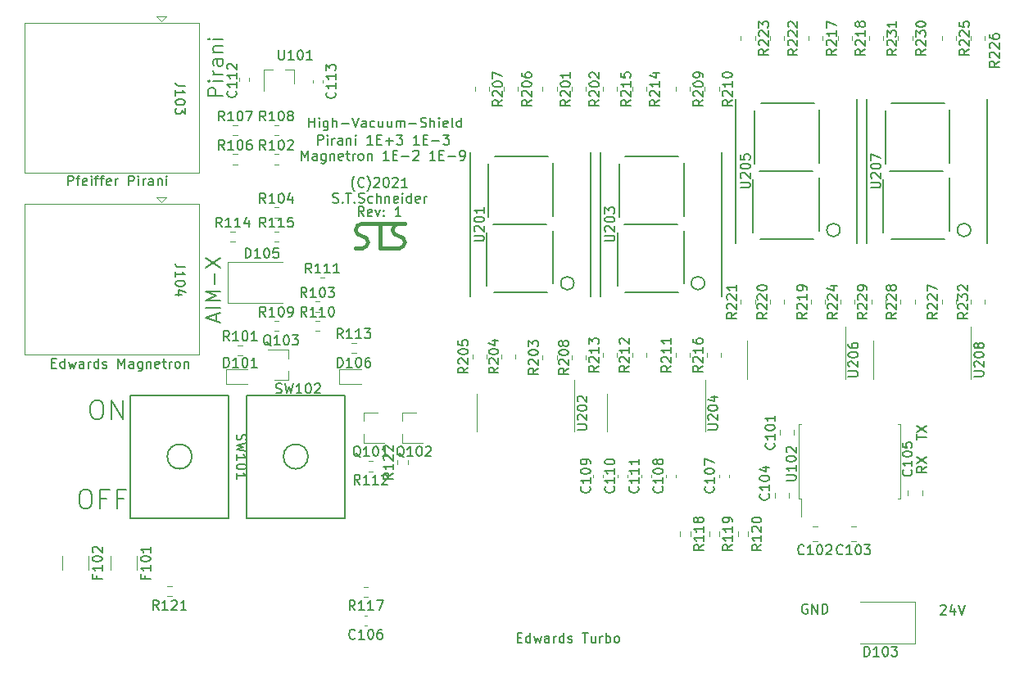
<source format=gto>
%TF.GenerationSoftware,KiCad,Pcbnew,(5.99.0-11737-gca42f31bb5)*%
%TF.CreationDate,2021-09-24T22:35:00+02:00*%
%TF.ProjectId,Drucksensor,44727563-6b73-4656-9e73-6f722e6b6963,rev?*%
%TF.SameCoordinates,Original*%
%TF.FileFunction,Legend,Top*%
%TF.FilePolarity,Positive*%
%FSLAX46Y46*%
G04 Gerber Fmt 4.6, Leading zero omitted, Abs format (unit mm)*
G04 Created by KiCad (PCBNEW (5.99.0-11737-gca42f31bb5)) date 2021-09-24 22:35:00*
%MOMM*%
%LPD*%
G01*
G04 APERTURE LIST*
%ADD10C,0.150000*%
%ADD11C,0.120000*%
%ADD12C,0.415000*%
G04 APERTURE END LIST*
D10*
X134638095Y-79300000D02*
X134542857Y-79252380D01*
X134400000Y-79252380D01*
X134257142Y-79300000D01*
X134161904Y-79395238D01*
X134114285Y-79490476D01*
X134066666Y-79680952D01*
X134066666Y-79823809D01*
X134114285Y-80014285D01*
X134161904Y-80109523D01*
X134257142Y-80204761D01*
X134400000Y-80252380D01*
X134495238Y-80252380D01*
X134638095Y-80204761D01*
X134685714Y-80157142D01*
X134685714Y-79823809D01*
X134495238Y-79823809D01*
X135114285Y-80252380D02*
X135114285Y-79252380D01*
X135685714Y-80252380D01*
X135685714Y-79252380D01*
X136161904Y-80252380D02*
X136161904Y-79252380D01*
X136400000Y-79252380D01*
X136542857Y-79300000D01*
X136638095Y-79395238D01*
X136685714Y-79490476D01*
X136733333Y-79680952D01*
X136733333Y-79823809D01*
X136685714Y-80014285D01*
X136638095Y-80109523D01*
X136542857Y-80204761D01*
X136400000Y-80252380D01*
X136161904Y-80252380D01*
X87852380Y-36528333D02*
X87804761Y-36480714D01*
X87709523Y-36337857D01*
X87661904Y-36242619D01*
X87614285Y-36099761D01*
X87566666Y-35861666D01*
X87566666Y-35671190D01*
X87614285Y-35433095D01*
X87661904Y-35290238D01*
X87709523Y-35195000D01*
X87804761Y-35052142D01*
X87852380Y-35004523D01*
X88804761Y-36052142D02*
X88757142Y-36099761D01*
X88614285Y-36147380D01*
X88519047Y-36147380D01*
X88376190Y-36099761D01*
X88280952Y-36004523D01*
X88233333Y-35909285D01*
X88185714Y-35718809D01*
X88185714Y-35575952D01*
X88233333Y-35385476D01*
X88280952Y-35290238D01*
X88376190Y-35195000D01*
X88519047Y-35147380D01*
X88614285Y-35147380D01*
X88757142Y-35195000D01*
X88804761Y-35242619D01*
X89138095Y-36528333D02*
X89185714Y-36480714D01*
X89280952Y-36337857D01*
X89328571Y-36242619D01*
X89376190Y-36099761D01*
X89423809Y-35861666D01*
X89423809Y-35671190D01*
X89376190Y-35433095D01*
X89328571Y-35290238D01*
X89280952Y-35195000D01*
X89185714Y-35052142D01*
X89138095Y-35004523D01*
X89852380Y-35242619D02*
X89900000Y-35195000D01*
X89995238Y-35147380D01*
X90233333Y-35147380D01*
X90328571Y-35195000D01*
X90376190Y-35242619D01*
X90423809Y-35337857D01*
X90423809Y-35433095D01*
X90376190Y-35575952D01*
X89804761Y-36147380D01*
X90423809Y-36147380D01*
X91042857Y-35147380D02*
X91138095Y-35147380D01*
X91233333Y-35195000D01*
X91280952Y-35242619D01*
X91328571Y-35337857D01*
X91376190Y-35528333D01*
X91376190Y-35766428D01*
X91328571Y-35956904D01*
X91280952Y-36052142D01*
X91233333Y-36099761D01*
X91138095Y-36147380D01*
X91042857Y-36147380D01*
X90947619Y-36099761D01*
X90900000Y-36052142D01*
X90852380Y-35956904D01*
X90804761Y-35766428D01*
X90804761Y-35528333D01*
X90852380Y-35337857D01*
X90900000Y-35242619D01*
X90947619Y-35195000D01*
X91042857Y-35147380D01*
X91757142Y-35242619D02*
X91804761Y-35195000D01*
X91900000Y-35147380D01*
X92138095Y-35147380D01*
X92233333Y-35195000D01*
X92280952Y-35242619D01*
X92328571Y-35337857D01*
X92328571Y-35433095D01*
X92280952Y-35575952D01*
X91709523Y-36147380D01*
X92328571Y-36147380D01*
X93280952Y-36147380D02*
X92709523Y-36147380D01*
X92995238Y-36147380D02*
X92995238Y-35147380D01*
X92900000Y-35290238D01*
X92804761Y-35385476D01*
X92709523Y-35433095D01*
X85590476Y-37709761D02*
X85733333Y-37757380D01*
X85971428Y-37757380D01*
X86066666Y-37709761D01*
X86114285Y-37662142D01*
X86161904Y-37566904D01*
X86161904Y-37471666D01*
X86114285Y-37376428D01*
X86066666Y-37328809D01*
X85971428Y-37281190D01*
X85780952Y-37233571D01*
X85685714Y-37185952D01*
X85638095Y-37138333D01*
X85590476Y-37043095D01*
X85590476Y-36947857D01*
X85638095Y-36852619D01*
X85685714Y-36805000D01*
X85780952Y-36757380D01*
X86019047Y-36757380D01*
X86161904Y-36805000D01*
X86590476Y-37662142D02*
X86638095Y-37709761D01*
X86590476Y-37757380D01*
X86542857Y-37709761D01*
X86590476Y-37662142D01*
X86590476Y-37757380D01*
X86923809Y-36757380D02*
X87495238Y-36757380D01*
X87209523Y-37757380D02*
X87209523Y-36757380D01*
X87828571Y-37662142D02*
X87876190Y-37709761D01*
X87828571Y-37757380D01*
X87780952Y-37709761D01*
X87828571Y-37662142D01*
X87828571Y-37757380D01*
X88257142Y-37709761D02*
X88400000Y-37757380D01*
X88638095Y-37757380D01*
X88733333Y-37709761D01*
X88780952Y-37662142D01*
X88828571Y-37566904D01*
X88828571Y-37471666D01*
X88780952Y-37376428D01*
X88733333Y-37328809D01*
X88638095Y-37281190D01*
X88447619Y-37233571D01*
X88352380Y-37185952D01*
X88304761Y-37138333D01*
X88257142Y-37043095D01*
X88257142Y-36947857D01*
X88304761Y-36852619D01*
X88352380Y-36805000D01*
X88447619Y-36757380D01*
X88685714Y-36757380D01*
X88828571Y-36805000D01*
X89685714Y-37709761D02*
X89590476Y-37757380D01*
X89400000Y-37757380D01*
X89304761Y-37709761D01*
X89257142Y-37662142D01*
X89209523Y-37566904D01*
X89209523Y-37281190D01*
X89257142Y-37185952D01*
X89304761Y-37138333D01*
X89400000Y-37090714D01*
X89590476Y-37090714D01*
X89685714Y-37138333D01*
X90114285Y-37757380D02*
X90114285Y-36757380D01*
X90542857Y-37757380D02*
X90542857Y-37233571D01*
X90495238Y-37138333D01*
X90400000Y-37090714D01*
X90257142Y-37090714D01*
X90161904Y-37138333D01*
X90114285Y-37185952D01*
X91019047Y-37090714D02*
X91019047Y-37757380D01*
X91019047Y-37185952D02*
X91066666Y-37138333D01*
X91161904Y-37090714D01*
X91304761Y-37090714D01*
X91400000Y-37138333D01*
X91447619Y-37233571D01*
X91447619Y-37757380D01*
X92304761Y-37709761D02*
X92209523Y-37757380D01*
X92019047Y-37757380D01*
X91923809Y-37709761D01*
X91876190Y-37614523D01*
X91876190Y-37233571D01*
X91923809Y-37138333D01*
X92019047Y-37090714D01*
X92209523Y-37090714D01*
X92304761Y-37138333D01*
X92352380Y-37233571D01*
X92352380Y-37328809D01*
X91876190Y-37424047D01*
X92780952Y-37757380D02*
X92780952Y-37090714D01*
X92780952Y-36757380D02*
X92733333Y-36805000D01*
X92780952Y-36852619D01*
X92828571Y-36805000D01*
X92780952Y-36757380D01*
X92780952Y-36852619D01*
X93685714Y-37757380D02*
X93685714Y-36757380D01*
X93685714Y-37709761D02*
X93590476Y-37757380D01*
X93400000Y-37757380D01*
X93304761Y-37709761D01*
X93257142Y-37662142D01*
X93209523Y-37566904D01*
X93209523Y-37281190D01*
X93257142Y-37185952D01*
X93304761Y-37138333D01*
X93400000Y-37090714D01*
X93590476Y-37090714D01*
X93685714Y-37138333D01*
X94542857Y-37709761D02*
X94447619Y-37757380D01*
X94257142Y-37757380D01*
X94161904Y-37709761D01*
X94114285Y-37614523D01*
X94114285Y-37233571D01*
X94161904Y-37138333D01*
X94257142Y-37090714D01*
X94447619Y-37090714D01*
X94542857Y-37138333D01*
X94590476Y-37233571D01*
X94590476Y-37328809D01*
X94114285Y-37424047D01*
X95019047Y-37757380D02*
X95019047Y-37090714D01*
X95019047Y-37281190D02*
X95066666Y-37185952D01*
X95114285Y-37138333D01*
X95209523Y-37090714D01*
X95304761Y-37090714D01*
X148409523Y-79447619D02*
X148457142Y-79400000D01*
X148552380Y-79352380D01*
X148790476Y-79352380D01*
X148885714Y-79400000D01*
X148933333Y-79447619D01*
X148980952Y-79542857D01*
X148980952Y-79638095D01*
X148933333Y-79780952D01*
X148361904Y-80352380D01*
X148980952Y-80352380D01*
X149838095Y-79685714D02*
X149838095Y-80352380D01*
X149600000Y-79304761D02*
X149361904Y-80019047D01*
X149980952Y-80019047D01*
X150219047Y-79352380D02*
X150552380Y-80352380D01*
X150885714Y-79352380D01*
X74178571Y-26678571D02*
X72678571Y-26678571D01*
X72678571Y-26107142D01*
X72750000Y-25964285D01*
X72821428Y-25892857D01*
X72964285Y-25821428D01*
X73178571Y-25821428D01*
X73321428Y-25892857D01*
X73392857Y-25964285D01*
X73464285Y-26107142D01*
X73464285Y-26678571D01*
X74178571Y-25178571D02*
X73178571Y-25178571D01*
X72678571Y-25178571D02*
X72750000Y-25250000D01*
X72821428Y-25178571D01*
X72750000Y-25107142D01*
X72678571Y-25178571D01*
X72821428Y-25178571D01*
X74178571Y-24464285D02*
X73178571Y-24464285D01*
X73464285Y-24464285D02*
X73321428Y-24392857D01*
X73250000Y-24321428D01*
X73178571Y-24178571D01*
X73178571Y-24035714D01*
X74178571Y-22892857D02*
X73392857Y-22892857D01*
X73250000Y-22964285D01*
X73178571Y-23107142D01*
X73178571Y-23392857D01*
X73250000Y-23535714D01*
X74107142Y-22892857D02*
X74178571Y-23035714D01*
X74178571Y-23392857D01*
X74107142Y-23535714D01*
X73964285Y-23607142D01*
X73821428Y-23607142D01*
X73678571Y-23535714D01*
X73607142Y-23392857D01*
X73607142Y-23035714D01*
X73535714Y-22892857D01*
X73178571Y-22178571D02*
X74178571Y-22178571D01*
X73321428Y-22178571D02*
X73250000Y-22107142D01*
X73178571Y-21964285D01*
X73178571Y-21750000D01*
X73250000Y-21607142D01*
X73392857Y-21535714D01*
X74178571Y-21535714D01*
X74178571Y-20821428D02*
X73178571Y-20821428D01*
X72678571Y-20821428D02*
X72750000Y-20892857D01*
X72821428Y-20821428D01*
X72750000Y-20750000D01*
X72678571Y-20821428D01*
X72821428Y-20821428D01*
X61011904Y-58154761D02*
X61392857Y-58154761D01*
X61583333Y-58250000D01*
X61773809Y-58440476D01*
X61869047Y-58821428D01*
X61869047Y-59488095D01*
X61773809Y-59869047D01*
X61583333Y-60059523D01*
X61392857Y-60154761D01*
X61011904Y-60154761D01*
X60821428Y-60059523D01*
X60630952Y-59869047D01*
X60535714Y-59488095D01*
X60535714Y-58821428D01*
X60630952Y-58440476D01*
X60821428Y-58250000D01*
X61011904Y-58154761D01*
X62726190Y-60154761D02*
X62726190Y-58154761D01*
X63869047Y-60154761D01*
X63869047Y-58154761D01*
X104661904Y-82728571D02*
X104995238Y-82728571D01*
X105138095Y-83252380D02*
X104661904Y-83252380D01*
X104661904Y-82252380D01*
X105138095Y-82252380D01*
X105995238Y-83252380D02*
X105995238Y-82252380D01*
X105995238Y-83204761D02*
X105900000Y-83252380D01*
X105709523Y-83252380D01*
X105614285Y-83204761D01*
X105566666Y-83157142D01*
X105519047Y-83061904D01*
X105519047Y-82776190D01*
X105566666Y-82680952D01*
X105614285Y-82633333D01*
X105709523Y-82585714D01*
X105900000Y-82585714D01*
X105995238Y-82633333D01*
X106376190Y-82585714D02*
X106566666Y-83252380D01*
X106757142Y-82776190D01*
X106947619Y-83252380D01*
X107138095Y-82585714D01*
X107947619Y-83252380D02*
X107947619Y-82728571D01*
X107900000Y-82633333D01*
X107804761Y-82585714D01*
X107614285Y-82585714D01*
X107519047Y-82633333D01*
X107947619Y-83204761D02*
X107852380Y-83252380D01*
X107614285Y-83252380D01*
X107519047Y-83204761D01*
X107471428Y-83109523D01*
X107471428Y-83014285D01*
X107519047Y-82919047D01*
X107614285Y-82871428D01*
X107852380Y-82871428D01*
X107947619Y-82823809D01*
X108423809Y-83252380D02*
X108423809Y-82585714D01*
X108423809Y-82776190D02*
X108471428Y-82680952D01*
X108519047Y-82633333D01*
X108614285Y-82585714D01*
X108709523Y-82585714D01*
X109471428Y-83252380D02*
X109471428Y-82252380D01*
X109471428Y-83204761D02*
X109376190Y-83252380D01*
X109185714Y-83252380D01*
X109090476Y-83204761D01*
X109042857Y-83157142D01*
X108995238Y-83061904D01*
X108995238Y-82776190D01*
X109042857Y-82680952D01*
X109090476Y-82633333D01*
X109185714Y-82585714D01*
X109376190Y-82585714D01*
X109471428Y-82633333D01*
X109900000Y-83204761D02*
X109995238Y-83252380D01*
X110185714Y-83252380D01*
X110280952Y-83204761D01*
X110328571Y-83109523D01*
X110328571Y-83061904D01*
X110280952Y-82966666D01*
X110185714Y-82919047D01*
X110042857Y-82919047D01*
X109947619Y-82871428D01*
X109900000Y-82776190D01*
X109900000Y-82728571D01*
X109947619Y-82633333D01*
X110042857Y-82585714D01*
X110185714Y-82585714D01*
X110280952Y-82633333D01*
X111376190Y-82252380D02*
X111947619Y-82252380D01*
X111661904Y-83252380D02*
X111661904Y-82252380D01*
X112709523Y-82585714D02*
X112709523Y-83252380D01*
X112280952Y-82585714D02*
X112280952Y-83109523D01*
X112328571Y-83204761D01*
X112423809Y-83252380D01*
X112566666Y-83252380D01*
X112661904Y-83204761D01*
X112709523Y-83157142D01*
X113185714Y-83252380D02*
X113185714Y-82585714D01*
X113185714Y-82776190D02*
X113233333Y-82680952D01*
X113280952Y-82633333D01*
X113376190Y-82585714D01*
X113471428Y-82585714D01*
X113804761Y-83252380D02*
X113804761Y-82252380D01*
X113804761Y-82633333D02*
X113900000Y-82585714D01*
X114090476Y-82585714D01*
X114185714Y-82633333D01*
X114233333Y-82680952D01*
X114280952Y-82776190D01*
X114280952Y-83061904D01*
X114233333Y-83157142D01*
X114185714Y-83204761D01*
X114090476Y-83252380D01*
X113900000Y-83252380D01*
X113804761Y-83204761D01*
X114852380Y-83252380D02*
X114757142Y-83204761D01*
X114709523Y-83157142D01*
X114661904Y-83061904D01*
X114661904Y-82776190D01*
X114709523Y-82680952D01*
X114757142Y-82633333D01*
X114852380Y-82585714D01*
X114995238Y-82585714D01*
X115090476Y-82633333D01*
X115138095Y-82680952D01*
X115185714Y-82776190D01*
X115185714Y-83061904D01*
X115138095Y-83157142D01*
X115090476Y-83204761D01*
X114995238Y-83252380D01*
X114852380Y-83252380D01*
X146952380Y-65035714D02*
X146476190Y-65369047D01*
X146952380Y-65607142D02*
X145952380Y-65607142D01*
X145952380Y-65226190D01*
X146000000Y-65130952D01*
X146047619Y-65083333D01*
X146142857Y-65035714D01*
X146285714Y-65035714D01*
X146380952Y-65083333D01*
X146428571Y-65130952D01*
X146476190Y-65226190D01*
X146476190Y-65607142D01*
X145952380Y-64702380D02*
X146952380Y-64035714D01*
X145952380Y-64035714D02*
X146952380Y-64702380D01*
X145952380Y-62273809D02*
X145952380Y-61702380D01*
X146952380Y-61988095D02*
X145952380Y-61988095D01*
X145952380Y-61464285D02*
X146952380Y-60797619D01*
X145952380Y-60797619D02*
X146952380Y-61464285D01*
X73500000Y-49964285D02*
X73500000Y-49250000D01*
X73928571Y-50107142D02*
X72428571Y-49607142D01*
X73928571Y-49107142D01*
X73928571Y-48607142D02*
X72428571Y-48607142D01*
X73928571Y-47892857D02*
X72428571Y-47892857D01*
X73500000Y-47392857D01*
X72428571Y-46892857D01*
X73928571Y-46892857D01*
X73357142Y-46178571D02*
X73357142Y-45035714D01*
X72428571Y-44464285D02*
X73928571Y-43464285D01*
X72428571Y-43464285D02*
X73928571Y-44464285D01*
X56552380Y-54328571D02*
X56885714Y-54328571D01*
X57028571Y-54852380D02*
X56552380Y-54852380D01*
X56552380Y-53852380D01*
X57028571Y-53852380D01*
X57885714Y-54852380D02*
X57885714Y-53852380D01*
X57885714Y-54804761D02*
X57790476Y-54852380D01*
X57600000Y-54852380D01*
X57504761Y-54804761D01*
X57457142Y-54757142D01*
X57409523Y-54661904D01*
X57409523Y-54376190D01*
X57457142Y-54280952D01*
X57504761Y-54233333D01*
X57600000Y-54185714D01*
X57790476Y-54185714D01*
X57885714Y-54233333D01*
X58266666Y-54185714D02*
X58457142Y-54852380D01*
X58647619Y-54376190D01*
X58838095Y-54852380D01*
X59028571Y-54185714D01*
X59838095Y-54852380D02*
X59838095Y-54328571D01*
X59790476Y-54233333D01*
X59695238Y-54185714D01*
X59504761Y-54185714D01*
X59409523Y-54233333D01*
X59838095Y-54804761D02*
X59742857Y-54852380D01*
X59504761Y-54852380D01*
X59409523Y-54804761D01*
X59361904Y-54709523D01*
X59361904Y-54614285D01*
X59409523Y-54519047D01*
X59504761Y-54471428D01*
X59742857Y-54471428D01*
X59838095Y-54423809D01*
X60314285Y-54852380D02*
X60314285Y-54185714D01*
X60314285Y-54376190D02*
X60361904Y-54280952D01*
X60409523Y-54233333D01*
X60504761Y-54185714D01*
X60600000Y-54185714D01*
X61361904Y-54852380D02*
X61361904Y-53852380D01*
X61361904Y-54804761D02*
X61266666Y-54852380D01*
X61076190Y-54852380D01*
X60980952Y-54804761D01*
X60933333Y-54757142D01*
X60885714Y-54661904D01*
X60885714Y-54376190D01*
X60933333Y-54280952D01*
X60980952Y-54233333D01*
X61076190Y-54185714D01*
X61266666Y-54185714D01*
X61361904Y-54233333D01*
X61790476Y-54804761D02*
X61885714Y-54852380D01*
X62076190Y-54852380D01*
X62171428Y-54804761D01*
X62219047Y-54709523D01*
X62219047Y-54661904D01*
X62171428Y-54566666D01*
X62076190Y-54519047D01*
X61933333Y-54519047D01*
X61838095Y-54471428D01*
X61790476Y-54376190D01*
X61790476Y-54328571D01*
X61838095Y-54233333D01*
X61933333Y-54185714D01*
X62076190Y-54185714D01*
X62171428Y-54233333D01*
X63409523Y-54852380D02*
X63409523Y-53852380D01*
X63742857Y-54566666D01*
X64076190Y-53852380D01*
X64076190Y-54852380D01*
X64980952Y-54852380D02*
X64980952Y-54328571D01*
X64933333Y-54233333D01*
X64838095Y-54185714D01*
X64647619Y-54185714D01*
X64552380Y-54233333D01*
X64980952Y-54804761D02*
X64885714Y-54852380D01*
X64647619Y-54852380D01*
X64552380Y-54804761D01*
X64504761Y-54709523D01*
X64504761Y-54614285D01*
X64552380Y-54519047D01*
X64647619Y-54471428D01*
X64885714Y-54471428D01*
X64980952Y-54423809D01*
X65885714Y-54185714D02*
X65885714Y-54995238D01*
X65838095Y-55090476D01*
X65790476Y-55138095D01*
X65695238Y-55185714D01*
X65552380Y-55185714D01*
X65457142Y-55138095D01*
X65885714Y-54804761D02*
X65790476Y-54852380D01*
X65600000Y-54852380D01*
X65504761Y-54804761D01*
X65457142Y-54757142D01*
X65409523Y-54661904D01*
X65409523Y-54376190D01*
X65457142Y-54280952D01*
X65504761Y-54233333D01*
X65600000Y-54185714D01*
X65790476Y-54185714D01*
X65885714Y-54233333D01*
X66361904Y-54185714D02*
X66361904Y-54852380D01*
X66361904Y-54280952D02*
X66409523Y-54233333D01*
X66504761Y-54185714D01*
X66647619Y-54185714D01*
X66742857Y-54233333D01*
X66790476Y-54328571D01*
X66790476Y-54852380D01*
X67647619Y-54804761D02*
X67552380Y-54852380D01*
X67361904Y-54852380D01*
X67266666Y-54804761D01*
X67219047Y-54709523D01*
X67219047Y-54328571D01*
X67266666Y-54233333D01*
X67361904Y-54185714D01*
X67552380Y-54185714D01*
X67647619Y-54233333D01*
X67695238Y-54328571D01*
X67695238Y-54423809D01*
X67219047Y-54519047D01*
X67980952Y-54185714D02*
X68361904Y-54185714D01*
X68123809Y-53852380D02*
X68123809Y-54709523D01*
X68171428Y-54804761D01*
X68266666Y-54852380D01*
X68361904Y-54852380D01*
X68695238Y-54852380D02*
X68695238Y-54185714D01*
X68695238Y-54376190D02*
X68742857Y-54280952D01*
X68790476Y-54233333D01*
X68885714Y-54185714D01*
X68980952Y-54185714D01*
X69457142Y-54852380D02*
X69361904Y-54804761D01*
X69314285Y-54757142D01*
X69266666Y-54661904D01*
X69266666Y-54376190D01*
X69314285Y-54280952D01*
X69361904Y-54233333D01*
X69457142Y-54185714D01*
X69600000Y-54185714D01*
X69695238Y-54233333D01*
X69742857Y-54280952D01*
X69790476Y-54376190D01*
X69790476Y-54661904D01*
X69742857Y-54757142D01*
X69695238Y-54804761D01*
X69600000Y-54852380D01*
X69457142Y-54852380D01*
X70219047Y-54185714D02*
X70219047Y-54852380D01*
X70219047Y-54280952D02*
X70266666Y-54233333D01*
X70361904Y-54185714D01*
X70504761Y-54185714D01*
X70600000Y-54233333D01*
X70647619Y-54328571D01*
X70647619Y-54852380D01*
X84038095Y-31747380D02*
X84038095Y-30747380D01*
X84419047Y-30747380D01*
X84514285Y-30795000D01*
X84561904Y-30842619D01*
X84609523Y-30937857D01*
X84609523Y-31080714D01*
X84561904Y-31175952D01*
X84514285Y-31223571D01*
X84419047Y-31271190D01*
X84038095Y-31271190D01*
X85038095Y-31747380D02*
X85038095Y-31080714D01*
X85038095Y-30747380D02*
X84990476Y-30795000D01*
X85038095Y-30842619D01*
X85085714Y-30795000D01*
X85038095Y-30747380D01*
X85038095Y-30842619D01*
X85514285Y-31747380D02*
X85514285Y-31080714D01*
X85514285Y-31271190D02*
X85561904Y-31175952D01*
X85609523Y-31128333D01*
X85704761Y-31080714D01*
X85800000Y-31080714D01*
X86561904Y-31747380D02*
X86561904Y-31223571D01*
X86514285Y-31128333D01*
X86419047Y-31080714D01*
X86228571Y-31080714D01*
X86133333Y-31128333D01*
X86561904Y-31699761D02*
X86466666Y-31747380D01*
X86228571Y-31747380D01*
X86133333Y-31699761D01*
X86085714Y-31604523D01*
X86085714Y-31509285D01*
X86133333Y-31414047D01*
X86228571Y-31366428D01*
X86466666Y-31366428D01*
X86561904Y-31318809D01*
X87038095Y-31080714D02*
X87038095Y-31747380D01*
X87038095Y-31175952D02*
X87085714Y-31128333D01*
X87180952Y-31080714D01*
X87323809Y-31080714D01*
X87419047Y-31128333D01*
X87466666Y-31223571D01*
X87466666Y-31747380D01*
X87942857Y-31747380D02*
X87942857Y-31080714D01*
X87942857Y-30747380D02*
X87895238Y-30795000D01*
X87942857Y-30842619D01*
X87990476Y-30795000D01*
X87942857Y-30747380D01*
X87942857Y-30842619D01*
X89704761Y-31747380D02*
X89133333Y-31747380D01*
X89419047Y-31747380D02*
X89419047Y-30747380D01*
X89323809Y-30890238D01*
X89228571Y-30985476D01*
X89133333Y-31033095D01*
X90133333Y-31223571D02*
X90466666Y-31223571D01*
X90609523Y-31747380D02*
X90133333Y-31747380D01*
X90133333Y-30747380D01*
X90609523Y-30747380D01*
X91038095Y-31366428D02*
X91800000Y-31366428D01*
X91419047Y-31747380D02*
X91419047Y-30985476D01*
X92180952Y-30747380D02*
X92800000Y-30747380D01*
X92466666Y-31128333D01*
X92609523Y-31128333D01*
X92704761Y-31175952D01*
X92752380Y-31223571D01*
X92800000Y-31318809D01*
X92800000Y-31556904D01*
X92752380Y-31652142D01*
X92704761Y-31699761D01*
X92609523Y-31747380D01*
X92323809Y-31747380D01*
X92228571Y-31699761D01*
X92180952Y-31652142D01*
X94514285Y-31747380D02*
X93942857Y-31747380D01*
X94228571Y-31747380D02*
X94228571Y-30747380D01*
X94133333Y-30890238D01*
X94038095Y-30985476D01*
X93942857Y-31033095D01*
X94942857Y-31223571D02*
X95276190Y-31223571D01*
X95419047Y-31747380D02*
X94942857Y-31747380D01*
X94942857Y-30747380D01*
X95419047Y-30747380D01*
X95847619Y-31366428D02*
X96609523Y-31366428D01*
X96990476Y-30747380D02*
X97609523Y-30747380D01*
X97276190Y-31128333D01*
X97419047Y-31128333D01*
X97514285Y-31175952D01*
X97561904Y-31223571D01*
X97609523Y-31318809D01*
X97609523Y-31556904D01*
X97561904Y-31652142D01*
X97514285Y-31699761D01*
X97419047Y-31747380D01*
X97133333Y-31747380D01*
X97038095Y-31699761D01*
X96990476Y-31652142D01*
X82371428Y-33357380D02*
X82371428Y-32357380D01*
X82704761Y-33071666D01*
X83038095Y-32357380D01*
X83038095Y-33357380D01*
X83942857Y-33357380D02*
X83942857Y-32833571D01*
X83895238Y-32738333D01*
X83800000Y-32690714D01*
X83609523Y-32690714D01*
X83514285Y-32738333D01*
X83942857Y-33309761D02*
X83847619Y-33357380D01*
X83609523Y-33357380D01*
X83514285Y-33309761D01*
X83466666Y-33214523D01*
X83466666Y-33119285D01*
X83514285Y-33024047D01*
X83609523Y-32976428D01*
X83847619Y-32976428D01*
X83942857Y-32928809D01*
X84847619Y-32690714D02*
X84847619Y-33500238D01*
X84800000Y-33595476D01*
X84752380Y-33643095D01*
X84657142Y-33690714D01*
X84514285Y-33690714D01*
X84419047Y-33643095D01*
X84847619Y-33309761D02*
X84752380Y-33357380D01*
X84561904Y-33357380D01*
X84466666Y-33309761D01*
X84419047Y-33262142D01*
X84371428Y-33166904D01*
X84371428Y-32881190D01*
X84419047Y-32785952D01*
X84466666Y-32738333D01*
X84561904Y-32690714D01*
X84752380Y-32690714D01*
X84847619Y-32738333D01*
X85323809Y-32690714D02*
X85323809Y-33357380D01*
X85323809Y-32785952D02*
X85371428Y-32738333D01*
X85466666Y-32690714D01*
X85609523Y-32690714D01*
X85704761Y-32738333D01*
X85752380Y-32833571D01*
X85752380Y-33357380D01*
X86609523Y-33309761D02*
X86514285Y-33357380D01*
X86323809Y-33357380D01*
X86228571Y-33309761D01*
X86180952Y-33214523D01*
X86180952Y-32833571D01*
X86228571Y-32738333D01*
X86323809Y-32690714D01*
X86514285Y-32690714D01*
X86609523Y-32738333D01*
X86657142Y-32833571D01*
X86657142Y-32928809D01*
X86180952Y-33024047D01*
X86942857Y-32690714D02*
X87323809Y-32690714D01*
X87085714Y-32357380D02*
X87085714Y-33214523D01*
X87133333Y-33309761D01*
X87228571Y-33357380D01*
X87323809Y-33357380D01*
X87657142Y-33357380D02*
X87657142Y-32690714D01*
X87657142Y-32881190D02*
X87704761Y-32785952D01*
X87752380Y-32738333D01*
X87847619Y-32690714D01*
X87942857Y-32690714D01*
X88419047Y-33357380D02*
X88323809Y-33309761D01*
X88276190Y-33262142D01*
X88228571Y-33166904D01*
X88228571Y-32881190D01*
X88276190Y-32785952D01*
X88323809Y-32738333D01*
X88419047Y-32690714D01*
X88561904Y-32690714D01*
X88657142Y-32738333D01*
X88704761Y-32785952D01*
X88752380Y-32881190D01*
X88752380Y-33166904D01*
X88704761Y-33262142D01*
X88657142Y-33309761D01*
X88561904Y-33357380D01*
X88419047Y-33357380D01*
X89180952Y-32690714D02*
X89180952Y-33357380D01*
X89180952Y-32785952D02*
X89228571Y-32738333D01*
X89323809Y-32690714D01*
X89466666Y-32690714D01*
X89561904Y-32738333D01*
X89609523Y-32833571D01*
X89609523Y-33357380D01*
X91371428Y-33357380D02*
X90800000Y-33357380D01*
X91085714Y-33357380D02*
X91085714Y-32357380D01*
X90990476Y-32500238D01*
X90895238Y-32595476D01*
X90800000Y-32643095D01*
X91800000Y-32833571D02*
X92133333Y-32833571D01*
X92276190Y-33357380D02*
X91800000Y-33357380D01*
X91800000Y-32357380D01*
X92276190Y-32357380D01*
X92704761Y-32976428D02*
X93466666Y-32976428D01*
X93895238Y-32452619D02*
X93942857Y-32405000D01*
X94038095Y-32357380D01*
X94276190Y-32357380D01*
X94371428Y-32405000D01*
X94419047Y-32452619D01*
X94466666Y-32547857D01*
X94466666Y-32643095D01*
X94419047Y-32785952D01*
X93847619Y-33357380D01*
X94466666Y-33357380D01*
X96180952Y-33357380D02*
X95609523Y-33357380D01*
X95895238Y-33357380D02*
X95895238Y-32357380D01*
X95800000Y-32500238D01*
X95704761Y-32595476D01*
X95609523Y-32643095D01*
X96609523Y-32833571D02*
X96942857Y-32833571D01*
X97085714Y-33357380D02*
X96609523Y-33357380D01*
X96609523Y-32357380D01*
X97085714Y-32357380D01*
X97514285Y-32976428D02*
X98276190Y-32976428D01*
X98800000Y-33357380D02*
X98990476Y-33357380D01*
X99085714Y-33309761D01*
X99133333Y-33262142D01*
X99228571Y-33119285D01*
X99276190Y-32928809D01*
X99276190Y-32547857D01*
X99228571Y-32452619D01*
X99180952Y-32405000D01*
X99085714Y-32357380D01*
X98895238Y-32357380D01*
X98800000Y-32405000D01*
X98752380Y-32452619D01*
X98704761Y-32547857D01*
X98704761Y-32785952D01*
X98752380Y-32881190D01*
X98800000Y-32928809D01*
X98895238Y-32976428D01*
X99085714Y-32976428D01*
X99180952Y-32928809D01*
X99228571Y-32881190D01*
X99276190Y-32785952D01*
X59845238Y-67404761D02*
X60226190Y-67404761D01*
X60416666Y-67500000D01*
X60607142Y-67690476D01*
X60702380Y-68071428D01*
X60702380Y-68738095D01*
X60607142Y-69119047D01*
X60416666Y-69309523D01*
X60226190Y-69404761D01*
X59845238Y-69404761D01*
X59654761Y-69309523D01*
X59464285Y-69119047D01*
X59369047Y-68738095D01*
X59369047Y-68071428D01*
X59464285Y-67690476D01*
X59654761Y-67500000D01*
X59845238Y-67404761D01*
X62226190Y-68357142D02*
X61559523Y-68357142D01*
X61559523Y-69404761D02*
X61559523Y-67404761D01*
X62511904Y-67404761D01*
X63940476Y-68357142D02*
X63273809Y-68357142D01*
X63273809Y-69404761D02*
X63273809Y-67404761D01*
X64226190Y-67404761D01*
X88804761Y-39152380D02*
X88471428Y-38676190D01*
X88233333Y-39152380D02*
X88233333Y-38152380D01*
X88614285Y-38152380D01*
X88709523Y-38200000D01*
X88757142Y-38247619D01*
X88804761Y-38342857D01*
X88804761Y-38485714D01*
X88757142Y-38580952D01*
X88709523Y-38628571D01*
X88614285Y-38676190D01*
X88233333Y-38676190D01*
X89614285Y-39104761D02*
X89519047Y-39152380D01*
X89328571Y-39152380D01*
X89233333Y-39104761D01*
X89185714Y-39009523D01*
X89185714Y-38628571D01*
X89233333Y-38533333D01*
X89328571Y-38485714D01*
X89519047Y-38485714D01*
X89614285Y-38533333D01*
X89661904Y-38628571D01*
X89661904Y-38723809D01*
X89185714Y-38819047D01*
X89995238Y-38485714D02*
X90233333Y-39152380D01*
X90471428Y-38485714D01*
X90852380Y-39057142D02*
X90900000Y-39104761D01*
X90852380Y-39152380D01*
X90804761Y-39104761D01*
X90852380Y-39057142D01*
X90852380Y-39152380D01*
X90852380Y-38533333D02*
X90900000Y-38580952D01*
X90852380Y-38628571D01*
X90804761Y-38580952D01*
X90852380Y-38533333D01*
X90852380Y-38628571D01*
X92614285Y-39152380D02*
X92042857Y-39152380D01*
X92328571Y-39152380D02*
X92328571Y-38152380D01*
X92233333Y-38295238D01*
X92138095Y-38390476D01*
X92042857Y-38438095D01*
X58204761Y-35952380D02*
X58204761Y-34952380D01*
X58585714Y-34952380D01*
X58680952Y-35000000D01*
X58728571Y-35047619D01*
X58776190Y-35142857D01*
X58776190Y-35285714D01*
X58728571Y-35380952D01*
X58680952Y-35428571D01*
X58585714Y-35476190D01*
X58204761Y-35476190D01*
X59061904Y-35285714D02*
X59442857Y-35285714D01*
X59204761Y-35952380D02*
X59204761Y-35095238D01*
X59252380Y-35000000D01*
X59347619Y-34952380D01*
X59442857Y-34952380D01*
X60157142Y-35904761D02*
X60061904Y-35952380D01*
X59871428Y-35952380D01*
X59776190Y-35904761D01*
X59728571Y-35809523D01*
X59728571Y-35428571D01*
X59776190Y-35333333D01*
X59871428Y-35285714D01*
X60061904Y-35285714D01*
X60157142Y-35333333D01*
X60204761Y-35428571D01*
X60204761Y-35523809D01*
X59728571Y-35619047D01*
X60633333Y-35952380D02*
X60633333Y-35285714D01*
X60633333Y-34952380D02*
X60585714Y-35000000D01*
X60633333Y-35047619D01*
X60680952Y-35000000D01*
X60633333Y-34952380D01*
X60633333Y-35047619D01*
X60966666Y-35285714D02*
X61347619Y-35285714D01*
X61109523Y-35952380D02*
X61109523Y-35095238D01*
X61157142Y-35000000D01*
X61252380Y-34952380D01*
X61347619Y-34952380D01*
X61538095Y-35285714D02*
X61919047Y-35285714D01*
X61680952Y-35952380D02*
X61680952Y-35095238D01*
X61728571Y-35000000D01*
X61823809Y-34952380D01*
X61919047Y-34952380D01*
X62633333Y-35904761D02*
X62538095Y-35952380D01*
X62347619Y-35952380D01*
X62252380Y-35904761D01*
X62204761Y-35809523D01*
X62204761Y-35428571D01*
X62252380Y-35333333D01*
X62347619Y-35285714D01*
X62538095Y-35285714D01*
X62633333Y-35333333D01*
X62680952Y-35428571D01*
X62680952Y-35523809D01*
X62204761Y-35619047D01*
X63109523Y-35952380D02*
X63109523Y-35285714D01*
X63109523Y-35476190D02*
X63157142Y-35380952D01*
X63204761Y-35333333D01*
X63300000Y-35285714D01*
X63395238Y-35285714D01*
X64490476Y-35952380D02*
X64490476Y-34952380D01*
X64871428Y-34952380D01*
X64966666Y-35000000D01*
X65014285Y-35047619D01*
X65061904Y-35142857D01*
X65061904Y-35285714D01*
X65014285Y-35380952D01*
X64966666Y-35428571D01*
X64871428Y-35476190D01*
X64490476Y-35476190D01*
X65490476Y-35952380D02*
X65490476Y-35285714D01*
X65490476Y-34952380D02*
X65442857Y-35000000D01*
X65490476Y-35047619D01*
X65538095Y-35000000D01*
X65490476Y-34952380D01*
X65490476Y-35047619D01*
X65966666Y-35952380D02*
X65966666Y-35285714D01*
X65966666Y-35476190D02*
X66014285Y-35380952D01*
X66061904Y-35333333D01*
X66157142Y-35285714D01*
X66252380Y-35285714D01*
X67014285Y-35952380D02*
X67014285Y-35428571D01*
X66966666Y-35333333D01*
X66871428Y-35285714D01*
X66680952Y-35285714D01*
X66585714Y-35333333D01*
X67014285Y-35904761D02*
X66919047Y-35952380D01*
X66680952Y-35952380D01*
X66585714Y-35904761D01*
X66538095Y-35809523D01*
X66538095Y-35714285D01*
X66585714Y-35619047D01*
X66680952Y-35571428D01*
X66919047Y-35571428D01*
X67014285Y-35523809D01*
X67490476Y-35285714D02*
X67490476Y-35952380D01*
X67490476Y-35380952D02*
X67538095Y-35333333D01*
X67633333Y-35285714D01*
X67776190Y-35285714D01*
X67871428Y-35333333D01*
X67919047Y-35428571D01*
X67919047Y-35952380D01*
X68395238Y-35952380D02*
X68395238Y-35285714D01*
X68395238Y-34952380D02*
X68347619Y-35000000D01*
X68395238Y-35047619D01*
X68442857Y-35000000D01*
X68395238Y-34952380D01*
X68395238Y-35047619D01*
X83142857Y-29952380D02*
X83142857Y-28952380D01*
X83142857Y-29428571D02*
X83714285Y-29428571D01*
X83714285Y-29952380D02*
X83714285Y-28952380D01*
X84190476Y-29952380D02*
X84190476Y-29285714D01*
X84190476Y-28952380D02*
X84142857Y-29000000D01*
X84190476Y-29047619D01*
X84238095Y-29000000D01*
X84190476Y-28952380D01*
X84190476Y-29047619D01*
X85095238Y-29285714D02*
X85095238Y-30095238D01*
X85047619Y-30190476D01*
X85000000Y-30238095D01*
X84904761Y-30285714D01*
X84761904Y-30285714D01*
X84666666Y-30238095D01*
X85095238Y-29904761D02*
X85000000Y-29952380D01*
X84809523Y-29952380D01*
X84714285Y-29904761D01*
X84666666Y-29857142D01*
X84619047Y-29761904D01*
X84619047Y-29476190D01*
X84666666Y-29380952D01*
X84714285Y-29333333D01*
X84809523Y-29285714D01*
X85000000Y-29285714D01*
X85095238Y-29333333D01*
X85571428Y-29952380D02*
X85571428Y-28952380D01*
X86000000Y-29952380D02*
X86000000Y-29428571D01*
X85952380Y-29333333D01*
X85857142Y-29285714D01*
X85714285Y-29285714D01*
X85619047Y-29333333D01*
X85571428Y-29380952D01*
X86476190Y-29571428D02*
X87238095Y-29571428D01*
X87571428Y-28952380D02*
X87904761Y-29952380D01*
X88238095Y-28952380D01*
X89000000Y-29952380D02*
X89000000Y-29428571D01*
X88952380Y-29333333D01*
X88857142Y-29285714D01*
X88666666Y-29285714D01*
X88571428Y-29333333D01*
X89000000Y-29904761D02*
X88904761Y-29952380D01*
X88666666Y-29952380D01*
X88571428Y-29904761D01*
X88523809Y-29809523D01*
X88523809Y-29714285D01*
X88571428Y-29619047D01*
X88666666Y-29571428D01*
X88904761Y-29571428D01*
X89000000Y-29523809D01*
X89904761Y-29904761D02*
X89809523Y-29952380D01*
X89619047Y-29952380D01*
X89523809Y-29904761D01*
X89476190Y-29857142D01*
X89428571Y-29761904D01*
X89428571Y-29476190D01*
X89476190Y-29380952D01*
X89523809Y-29333333D01*
X89619047Y-29285714D01*
X89809523Y-29285714D01*
X89904761Y-29333333D01*
X90761904Y-29285714D02*
X90761904Y-29952380D01*
X90333333Y-29285714D02*
X90333333Y-29809523D01*
X90380952Y-29904761D01*
X90476190Y-29952380D01*
X90619047Y-29952380D01*
X90714285Y-29904761D01*
X90761904Y-29857142D01*
X91666666Y-29285714D02*
X91666666Y-29952380D01*
X91238095Y-29285714D02*
X91238095Y-29809523D01*
X91285714Y-29904761D01*
X91380952Y-29952380D01*
X91523809Y-29952380D01*
X91619047Y-29904761D01*
X91666666Y-29857142D01*
X92142857Y-29952380D02*
X92142857Y-29285714D01*
X92142857Y-29380952D02*
X92190476Y-29333333D01*
X92285714Y-29285714D01*
X92428571Y-29285714D01*
X92523809Y-29333333D01*
X92571428Y-29428571D01*
X92571428Y-29952380D01*
X92571428Y-29428571D02*
X92619047Y-29333333D01*
X92714285Y-29285714D01*
X92857142Y-29285714D01*
X92952380Y-29333333D01*
X93000000Y-29428571D01*
X93000000Y-29952380D01*
X93476190Y-29571428D02*
X94238095Y-29571428D01*
X94666666Y-29904761D02*
X94809523Y-29952380D01*
X95047619Y-29952380D01*
X95142857Y-29904761D01*
X95190476Y-29857142D01*
X95238095Y-29761904D01*
X95238095Y-29666666D01*
X95190476Y-29571428D01*
X95142857Y-29523809D01*
X95047619Y-29476190D01*
X94857142Y-29428571D01*
X94761904Y-29380952D01*
X94714285Y-29333333D01*
X94666666Y-29238095D01*
X94666666Y-29142857D01*
X94714285Y-29047619D01*
X94761904Y-29000000D01*
X94857142Y-28952380D01*
X95095238Y-28952380D01*
X95238095Y-29000000D01*
X95666666Y-29952380D02*
X95666666Y-28952380D01*
X96095238Y-29952380D02*
X96095238Y-29428571D01*
X96047619Y-29333333D01*
X95952380Y-29285714D01*
X95809523Y-29285714D01*
X95714285Y-29333333D01*
X95666666Y-29380952D01*
X96571428Y-29952380D02*
X96571428Y-29285714D01*
X96571428Y-28952380D02*
X96523809Y-29000000D01*
X96571428Y-29047619D01*
X96619047Y-29000000D01*
X96571428Y-28952380D01*
X96571428Y-29047619D01*
X97428571Y-29904761D02*
X97333333Y-29952380D01*
X97142857Y-29952380D01*
X97047619Y-29904761D01*
X97000000Y-29809523D01*
X97000000Y-29428571D01*
X97047619Y-29333333D01*
X97142857Y-29285714D01*
X97333333Y-29285714D01*
X97428571Y-29333333D01*
X97476190Y-29428571D01*
X97476190Y-29523809D01*
X97000000Y-29619047D01*
X98047619Y-29952380D02*
X97952380Y-29904761D01*
X97904761Y-29809523D01*
X97904761Y-28952380D01*
X98857142Y-29952380D02*
X98857142Y-28952380D01*
X98857142Y-29904761D02*
X98761904Y-29952380D01*
X98571428Y-29952380D01*
X98476190Y-29904761D01*
X98428571Y-29857142D01*
X98380952Y-29761904D01*
X98380952Y-29476190D01*
X98428571Y-29380952D01*
X98476190Y-29333333D01*
X98571428Y-29285714D01*
X98761904Y-29285714D01*
X98857142Y-29333333D01*
%TO.C,C106*%
X87880952Y-82787142D02*
X87833333Y-82834761D01*
X87690476Y-82882380D01*
X87595238Y-82882380D01*
X87452380Y-82834761D01*
X87357142Y-82739523D01*
X87309523Y-82644285D01*
X87261904Y-82453809D01*
X87261904Y-82310952D01*
X87309523Y-82120476D01*
X87357142Y-82025238D01*
X87452380Y-81930000D01*
X87595238Y-81882380D01*
X87690476Y-81882380D01*
X87833333Y-81930000D01*
X87880952Y-81977619D01*
X88833333Y-82882380D02*
X88261904Y-82882380D01*
X88547619Y-82882380D02*
X88547619Y-81882380D01*
X88452380Y-82025238D01*
X88357142Y-82120476D01*
X88261904Y-82168095D01*
X89452380Y-81882380D02*
X89547619Y-81882380D01*
X89642857Y-81930000D01*
X89690476Y-81977619D01*
X89738095Y-82072857D01*
X89785714Y-82263333D01*
X89785714Y-82501428D01*
X89738095Y-82691904D01*
X89690476Y-82787142D01*
X89642857Y-82834761D01*
X89547619Y-82882380D01*
X89452380Y-82882380D01*
X89357142Y-82834761D01*
X89309523Y-82787142D01*
X89261904Y-82691904D01*
X89214285Y-82501428D01*
X89214285Y-82263333D01*
X89261904Y-82072857D01*
X89309523Y-81977619D01*
X89357142Y-81930000D01*
X89452380Y-81882380D01*
X90642857Y-81882380D02*
X90452380Y-81882380D01*
X90357142Y-81930000D01*
X90309523Y-81977619D01*
X90214285Y-82120476D01*
X90166666Y-82310952D01*
X90166666Y-82691904D01*
X90214285Y-82787142D01*
X90261904Y-82834761D01*
X90357142Y-82882380D01*
X90547619Y-82882380D01*
X90642857Y-82834761D01*
X90690476Y-82787142D01*
X90738095Y-82691904D01*
X90738095Y-82453809D01*
X90690476Y-82358571D01*
X90642857Y-82310952D01*
X90547619Y-82263333D01*
X90357142Y-82263333D01*
X90261904Y-82310952D01*
X90214285Y-82358571D01*
X90166666Y-82453809D01*
%TO.C,D101*%
X74309523Y-54772380D02*
X74309523Y-53772380D01*
X74547619Y-53772380D01*
X74690476Y-53820000D01*
X74785714Y-53915238D01*
X74833333Y-54010476D01*
X74880952Y-54200952D01*
X74880952Y-54343809D01*
X74833333Y-54534285D01*
X74785714Y-54629523D01*
X74690476Y-54724761D01*
X74547619Y-54772380D01*
X74309523Y-54772380D01*
X75833333Y-54772380D02*
X75261904Y-54772380D01*
X75547619Y-54772380D02*
X75547619Y-53772380D01*
X75452380Y-53915238D01*
X75357142Y-54010476D01*
X75261904Y-54058095D01*
X76452380Y-53772380D02*
X76547619Y-53772380D01*
X76642857Y-53820000D01*
X76690476Y-53867619D01*
X76738095Y-53962857D01*
X76785714Y-54153333D01*
X76785714Y-54391428D01*
X76738095Y-54581904D01*
X76690476Y-54677142D01*
X76642857Y-54724761D01*
X76547619Y-54772380D01*
X76452380Y-54772380D01*
X76357142Y-54724761D01*
X76309523Y-54677142D01*
X76261904Y-54581904D01*
X76214285Y-54391428D01*
X76214285Y-54153333D01*
X76261904Y-53962857D01*
X76309523Y-53867619D01*
X76357142Y-53820000D01*
X76452380Y-53772380D01*
X77738095Y-54772380D02*
X77166666Y-54772380D01*
X77452380Y-54772380D02*
X77452380Y-53772380D01*
X77357142Y-53915238D01*
X77261904Y-54010476D01*
X77166666Y-54058095D01*
%TO.C,R201*%
X110102380Y-27119047D02*
X109626190Y-27452380D01*
X110102380Y-27690476D02*
X109102380Y-27690476D01*
X109102380Y-27309523D01*
X109150000Y-27214285D01*
X109197619Y-27166666D01*
X109292857Y-27119047D01*
X109435714Y-27119047D01*
X109530952Y-27166666D01*
X109578571Y-27214285D01*
X109626190Y-27309523D01*
X109626190Y-27690476D01*
X109197619Y-26738095D02*
X109150000Y-26690476D01*
X109102380Y-26595238D01*
X109102380Y-26357142D01*
X109150000Y-26261904D01*
X109197619Y-26214285D01*
X109292857Y-26166666D01*
X109388095Y-26166666D01*
X109530952Y-26214285D01*
X110102380Y-26785714D01*
X110102380Y-26166666D01*
X109102380Y-25547619D02*
X109102380Y-25452380D01*
X109150000Y-25357142D01*
X109197619Y-25309523D01*
X109292857Y-25261904D01*
X109483333Y-25214285D01*
X109721428Y-25214285D01*
X109911904Y-25261904D01*
X110007142Y-25309523D01*
X110054761Y-25357142D01*
X110102380Y-25452380D01*
X110102380Y-25547619D01*
X110054761Y-25642857D01*
X110007142Y-25690476D01*
X109911904Y-25738095D01*
X109721428Y-25785714D01*
X109483333Y-25785714D01*
X109292857Y-25738095D01*
X109197619Y-25690476D01*
X109150000Y-25642857D01*
X109102380Y-25547619D01*
X110102380Y-24261904D02*
X110102380Y-24833333D01*
X110102380Y-24547619D02*
X109102380Y-24547619D01*
X109245238Y-24642857D01*
X109340476Y-24738095D01*
X109388095Y-24833333D01*
%TO.C,R114*%
X74130952Y-40272380D02*
X73797619Y-39796190D01*
X73559523Y-40272380D02*
X73559523Y-39272380D01*
X73940476Y-39272380D01*
X74035714Y-39320000D01*
X74083333Y-39367619D01*
X74130952Y-39462857D01*
X74130952Y-39605714D01*
X74083333Y-39700952D01*
X74035714Y-39748571D01*
X73940476Y-39796190D01*
X73559523Y-39796190D01*
X75083333Y-40272380D02*
X74511904Y-40272380D01*
X74797619Y-40272380D02*
X74797619Y-39272380D01*
X74702380Y-39415238D01*
X74607142Y-39510476D01*
X74511904Y-39558095D01*
X76035714Y-40272380D02*
X75464285Y-40272380D01*
X75750000Y-40272380D02*
X75750000Y-39272380D01*
X75654761Y-39415238D01*
X75559523Y-39510476D01*
X75464285Y-39558095D01*
X76892857Y-39605714D02*
X76892857Y-40272380D01*
X76654761Y-39224761D02*
X76416666Y-39939047D01*
X77035714Y-39939047D01*
%TO.C,R104*%
X78630952Y-37772380D02*
X78297619Y-37296190D01*
X78059523Y-37772380D02*
X78059523Y-36772380D01*
X78440476Y-36772380D01*
X78535714Y-36820000D01*
X78583333Y-36867619D01*
X78630952Y-36962857D01*
X78630952Y-37105714D01*
X78583333Y-37200952D01*
X78535714Y-37248571D01*
X78440476Y-37296190D01*
X78059523Y-37296190D01*
X79583333Y-37772380D02*
X79011904Y-37772380D01*
X79297619Y-37772380D02*
X79297619Y-36772380D01*
X79202380Y-36915238D01*
X79107142Y-37010476D01*
X79011904Y-37058095D01*
X80202380Y-36772380D02*
X80297619Y-36772380D01*
X80392857Y-36820000D01*
X80440476Y-36867619D01*
X80488095Y-36962857D01*
X80535714Y-37153333D01*
X80535714Y-37391428D01*
X80488095Y-37581904D01*
X80440476Y-37677142D01*
X80392857Y-37724761D01*
X80297619Y-37772380D01*
X80202380Y-37772380D01*
X80107142Y-37724761D01*
X80059523Y-37677142D01*
X80011904Y-37581904D01*
X79964285Y-37391428D01*
X79964285Y-37153333D01*
X80011904Y-36962857D01*
X80059523Y-36867619D01*
X80107142Y-36820000D01*
X80202380Y-36772380D01*
X81392857Y-37105714D02*
X81392857Y-37772380D01*
X81154761Y-36724761D02*
X80916666Y-37439047D01*
X81535714Y-37439047D01*
%TO.C,R109*%
X78630952Y-49522380D02*
X78297619Y-49046190D01*
X78059523Y-49522380D02*
X78059523Y-48522380D01*
X78440476Y-48522380D01*
X78535714Y-48570000D01*
X78583333Y-48617619D01*
X78630952Y-48712857D01*
X78630952Y-48855714D01*
X78583333Y-48950952D01*
X78535714Y-48998571D01*
X78440476Y-49046190D01*
X78059523Y-49046190D01*
X79583333Y-49522380D02*
X79011904Y-49522380D01*
X79297619Y-49522380D02*
X79297619Y-48522380D01*
X79202380Y-48665238D01*
X79107142Y-48760476D01*
X79011904Y-48808095D01*
X80202380Y-48522380D02*
X80297619Y-48522380D01*
X80392857Y-48570000D01*
X80440476Y-48617619D01*
X80488095Y-48712857D01*
X80535714Y-48903333D01*
X80535714Y-49141428D01*
X80488095Y-49331904D01*
X80440476Y-49427142D01*
X80392857Y-49474761D01*
X80297619Y-49522380D01*
X80202380Y-49522380D01*
X80107142Y-49474761D01*
X80059523Y-49427142D01*
X80011904Y-49331904D01*
X79964285Y-49141428D01*
X79964285Y-48903333D01*
X80011904Y-48712857D01*
X80059523Y-48617619D01*
X80107142Y-48570000D01*
X80202380Y-48522380D01*
X81011904Y-49522380D02*
X81202380Y-49522380D01*
X81297619Y-49474761D01*
X81345238Y-49427142D01*
X81440476Y-49284285D01*
X81488095Y-49093809D01*
X81488095Y-48712857D01*
X81440476Y-48617619D01*
X81392857Y-48570000D01*
X81297619Y-48522380D01*
X81107142Y-48522380D01*
X81011904Y-48570000D01*
X80964285Y-48617619D01*
X80916666Y-48712857D01*
X80916666Y-48950952D01*
X80964285Y-49046190D01*
X81011904Y-49093809D01*
X81107142Y-49141428D01*
X81297619Y-49141428D01*
X81392857Y-49093809D01*
X81440476Y-49046190D01*
X81488095Y-48950952D01*
%TO.C,C109*%
X112107142Y-67119047D02*
X112154761Y-67166666D01*
X112202380Y-67309523D01*
X112202380Y-67404761D01*
X112154761Y-67547619D01*
X112059523Y-67642857D01*
X111964285Y-67690476D01*
X111773809Y-67738095D01*
X111630952Y-67738095D01*
X111440476Y-67690476D01*
X111345238Y-67642857D01*
X111250000Y-67547619D01*
X111202380Y-67404761D01*
X111202380Y-67309523D01*
X111250000Y-67166666D01*
X111297619Y-67119047D01*
X112202380Y-66166666D02*
X112202380Y-66738095D01*
X112202380Y-66452380D02*
X111202380Y-66452380D01*
X111345238Y-66547619D01*
X111440476Y-66642857D01*
X111488095Y-66738095D01*
X111202380Y-65547619D02*
X111202380Y-65452380D01*
X111250000Y-65357142D01*
X111297619Y-65309523D01*
X111392857Y-65261904D01*
X111583333Y-65214285D01*
X111821428Y-65214285D01*
X112011904Y-65261904D01*
X112107142Y-65309523D01*
X112154761Y-65357142D01*
X112202380Y-65452380D01*
X112202380Y-65547619D01*
X112154761Y-65642857D01*
X112107142Y-65690476D01*
X112011904Y-65738095D01*
X111821428Y-65785714D01*
X111583333Y-65785714D01*
X111392857Y-65738095D01*
X111297619Y-65690476D01*
X111250000Y-65642857D01*
X111202380Y-65547619D01*
X112202380Y-64738095D02*
X112202380Y-64547619D01*
X112154761Y-64452380D01*
X112107142Y-64404761D01*
X111964285Y-64309523D01*
X111773809Y-64261904D01*
X111392857Y-64261904D01*
X111297619Y-64309523D01*
X111250000Y-64357142D01*
X111202380Y-64452380D01*
X111202380Y-64642857D01*
X111250000Y-64738095D01*
X111297619Y-64785714D01*
X111392857Y-64833333D01*
X111630952Y-64833333D01*
X111726190Y-64785714D01*
X111773809Y-64738095D01*
X111821428Y-64642857D01*
X111821428Y-64452380D01*
X111773809Y-64357142D01*
X111726190Y-64309523D01*
X111630952Y-64261904D01*
%TO.C,C113*%
X85787142Y-26319047D02*
X85834761Y-26366666D01*
X85882380Y-26509523D01*
X85882380Y-26604761D01*
X85834761Y-26747619D01*
X85739523Y-26842857D01*
X85644285Y-26890476D01*
X85453809Y-26938095D01*
X85310952Y-26938095D01*
X85120476Y-26890476D01*
X85025238Y-26842857D01*
X84930000Y-26747619D01*
X84882380Y-26604761D01*
X84882380Y-26509523D01*
X84930000Y-26366666D01*
X84977619Y-26319047D01*
X85882380Y-25366666D02*
X85882380Y-25938095D01*
X85882380Y-25652380D02*
X84882380Y-25652380D01*
X85025238Y-25747619D01*
X85120476Y-25842857D01*
X85168095Y-25938095D01*
X85882380Y-24414285D02*
X85882380Y-24985714D01*
X85882380Y-24700000D02*
X84882380Y-24700000D01*
X85025238Y-24795238D01*
X85120476Y-24890476D01*
X85168095Y-24985714D01*
X84882380Y-24080952D02*
X84882380Y-23461904D01*
X85263333Y-23795238D01*
X85263333Y-23652380D01*
X85310952Y-23557142D01*
X85358571Y-23509523D01*
X85453809Y-23461904D01*
X85691904Y-23461904D01*
X85787142Y-23509523D01*
X85834761Y-23557142D01*
X85882380Y-23652380D01*
X85882380Y-23938095D01*
X85834761Y-24033333D01*
X85787142Y-24080952D01*
%TO.C,F101*%
X66208571Y-76285714D02*
X66208571Y-76619047D01*
X66732380Y-76619047D02*
X65732380Y-76619047D01*
X65732380Y-76142857D01*
X66732380Y-75238095D02*
X66732380Y-75809523D01*
X66732380Y-75523809D02*
X65732380Y-75523809D01*
X65875238Y-75619047D01*
X65970476Y-75714285D01*
X66018095Y-75809523D01*
X65732380Y-74619047D02*
X65732380Y-74523809D01*
X65780000Y-74428571D01*
X65827619Y-74380952D01*
X65922857Y-74333333D01*
X66113333Y-74285714D01*
X66351428Y-74285714D01*
X66541904Y-74333333D01*
X66637142Y-74380952D01*
X66684761Y-74428571D01*
X66732380Y-74523809D01*
X66732380Y-74619047D01*
X66684761Y-74714285D01*
X66637142Y-74761904D01*
X66541904Y-74809523D01*
X66351428Y-74857142D01*
X66113333Y-74857142D01*
X65922857Y-74809523D01*
X65827619Y-74761904D01*
X65780000Y-74714285D01*
X65732380Y-74619047D01*
X66732380Y-73333333D02*
X66732380Y-73904761D01*
X66732380Y-73619047D02*
X65732380Y-73619047D01*
X65875238Y-73714285D01*
X65970476Y-73809523D01*
X66018095Y-73904761D01*
%TO.C,R218*%
X140602380Y-21869047D02*
X140126190Y-22202380D01*
X140602380Y-22440476D02*
X139602380Y-22440476D01*
X139602380Y-22059523D01*
X139650000Y-21964285D01*
X139697619Y-21916666D01*
X139792857Y-21869047D01*
X139935714Y-21869047D01*
X140030952Y-21916666D01*
X140078571Y-21964285D01*
X140126190Y-22059523D01*
X140126190Y-22440476D01*
X139697619Y-21488095D02*
X139650000Y-21440476D01*
X139602380Y-21345238D01*
X139602380Y-21107142D01*
X139650000Y-21011904D01*
X139697619Y-20964285D01*
X139792857Y-20916666D01*
X139888095Y-20916666D01*
X140030952Y-20964285D01*
X140602380Y-21535714D01*
X140602380Y-20916666D01*
X140602380Y-19964285D02*
X140602380Y-20535714D01*
X140602380Y-20250000D02*
X139602380Y-20250000D01*
X139745238Y-20345238D01*
X139840476Y-20440476D01*
X139888095Y-20535714D01*
X140030952Y-19392857D02*
X139983333Y-19488095D01*
X139935714Y-19535714D01*
X139840476Y-19583333D01*
X139792857Y-19583333D01*
X139697619Y-19535714D01*
X139650000Y-19488095D01*
X139602380Y-19392857D01*
X139602380Y-19202380D01*
X139650000Y-19107142D01*
X139697619Y-19059523D01*
X139792857Y-19011904D01*
X139840476Y-19011904D01*
X139935714Y-19059523D01*
X139983333Y-19107142D01*
X140030952Y-19202380D01*
X140030952Y-19392857D01*
X140078571Y-19488095D01*
X140126190Y-19535714D01*
X140221428Y-19583333D01*
X140411904Y-19583333D01*
X140507142Y-19535714D01*
X140554761Y-19488095D01*
X140602380Y-19392857D01*
X140602380Y-19202380D01*
X140554761Y-19107142D01*
X140507142Y-19059523D01*
X140411904Y-19011904D01*
X140221428Y-19011904D01*
X140126190Y-19059523D01*
X140078571Y-19107142D01*
X140030952Y-19202380D01*
%TO.C,U206*%
X138852380Y-55714285D02*
X139661904Y-55714285D01*
X139757142Y-55666666D01*
X139804761Y-55619047D01*
X139852380Y-55523809D01*
X139852380Y-55333333D01*
X139804761Y-55238095D01*
X139757142Y-55190476D01*
X139661904Y-55142857D01*
X138852380Y-55142857D01*
X138947619Y-54714285D02*
X138900000Y-54666666D01*
X138852380Y-54571428D01*
X138852380Y-54333333D01*
X138900000Y-54238095D01*
X138947619Y-54190476D01*
X139042857Y-54142857D01*
X139138095Y-54142857D01*
X139280952Y-54190476D01*
X139852380Y-54761904D01*
X139852380Y-54142857D01*
X138852380Y-53523809D02*
X138852380Y-53428571D01*
X138900000Y-53333333D01*
X138947619Y-53285714D01*
X139042857Y-53238095D01*
X139233333Y-53190476D01*
X139471428Y-53190476D01*
X139661904Y-53238095D01*
X139757142Y-53285714D01*
X139804761Y-53333333D01*
X139852380Y-53428571D01*
X139852380Y-53523809D01*
X139804761Y-53619047D01*
X139757142Y-53666666D01*
X139661904Y-53714285D01*
X139471428Y-53761904D01*
X139233333Y-53761904D01*
X139042857Y-53714285D01*
X138947619Y-53666666D01*
X138900000Y-53619047D01*
X138852380Y-53523809D01*
X138852380Y-52333333D02*
X138852380Y-52523809D01*
X138900000Y-52619047D01*
X138947619Y-52666666D01*
X139090476Y-52761904D01*
X139280952Y-52809523D01*
X139661904Y-52809523D01*
X139757142Y-52761904D01*
X139804761Y-52714285D01*
X139852380Y-52619047D01*
X139852380Y-52428571D01*
X139804761Y-52333333D01*
X139757142Y-52285714D01*
X139661904Y-52238095D01*
X139423809Y-52238095D01*
X139328571Y-52285714D01*
X139280952Y-52333333D01*
X139233333Y-52428571D01*
X139233333Y-52619047D01*
X139280952Y-52714285D01*
X139328571Y-52761904D01*
X139423809Y-52809523D01*
%TO.C,R101*%
X74880952Y-52022380D02*
X74547619Y-51546190D01*
X74309523Y-52022380D02*
X74309523Y-51022380D01*
X74690476Y-51022380D01*
X74785714Y-51070000D01*
X74833333Y-51117619D01*
X74880952Y-51212857D01*
X74880952Y-51355714D01*
X74833333Y-51450952D01*
X74785714Y-51498571D01*
X74690476Y-51546190D01*
X74309523Y-51546190D01*
X75833333Y-52022380D02*
X75261904Y-52022380D01*
X75547619Y-52022380D02*
X75547619Y-51022380D01*
X75452380Y-51165238D01*
X75357142Y-51260476D01*
X75261904Y-51308095D01*
X76452380Y-51022380D02*
X76547619Y-51022380D01*
X76642857Y-51070000D01*
X76690476Y-51117619D01*
X76738095Y-51212857D01*
X76785714Y-51403333D01*
X76785714Y-51641428D01*
X76738095Y-51831904D01*
X76690476Y-51927142D01*
X76642857Y-51974761D01*
X76547619Y-52022380D01*
X76452380Y-52022380D01*
X76357142Y-51974761D01*
X76309523Y-51927142D01*
X76261904Y-51831904D01*
X76214285Y-51641428D01*
X76214285Y-51403333D01*
X76261904Y-51212857D01*
X76309523Y-51117619D01*
X76357142Y-51070000D01*
X76452380Y-51022380D01*
X77738095Y-52022380D02*
X77166666Y-52022380D01*
X77452380Y-52022380D02*
X77452380Y-51022380D01*
X77357142Y-51165238D01*
X77261904Y-51260476D01*
X77166666Y-51308095D01*
%TO.C,J103*%
X70327619Y-25681785D02*
X69613333Y-25681785D01*
X69470476Y-25634166D01*
X69375238Y-25538928D01*
X69327619Y-25396071D01*
X69327619Y-25300833D01*
X69327619Y-26681785D02*
X69327619Y-26110357D01*
X69327619Y-26396071D02*
X70327619Y-26396071D01*
X70184761Y-26300833D01*
X70089523Y-26205595D01*
X70041904Y-26110357D01*
X70327619Y-27300833D02*
X70327619Y-27396071D01*
X70280000Y-27491309D01*
X70232380Y-27538928D01*
X70137142Y-27586547D01*
X69946666Y-27634166D01*
X69708571Y-27634166D01*
X69518095Y-27586547D01*
X69422857Y-27538928D01*
X69375238Y-27491309D01*
X69327619Y-27396071D01*
X69327619Y-27300833D01*
X69375238Y-27205595D01*
X69422857Y-27157976D01*
X69518095Y-27110357D01*
X69708571Y-27062738D01*
X69946666Y-27062738D01*
X70137142Y-27110357D01*
X70232380Y-27157976D01*
X70280000Y-27205595D01*
X70327619Y-27300833D01*
X70327619Y-27967500D02*
X70327619Y-28586547D01*
X69946666Y-28253214D01*
X69946666Y-28396071D01*
X69899047Y-28491309D01*
X69851428Y-28538928D01*
X69756190Y-28586547D01*
X69518095Y-28586547D01*
X69422857Y-28538928D01*
X69375238Y-28491309D01*
X69327619Y-28396071D01*
X69327619Y-28110357D01*
X69375238Y-28015119D01*
X69422857Y-27967500D01*
%TO.C,R106*%
X74380952Y-32272380D02*
X74047619Y-31796190D01*
X73809523Y-32272380D02*
X73809523Y-31272380D01*
X74190476Y-31272380D01*
X74285714Y-31320000D01*
X74333333Y-31367619D01*
X74380952Y-31462857D01*
X74380952Y-31605714D01*
X74333333Y-31700952D01*
X74285714Y-31748571D01*
X74190476Y-31796190D01*
X73809523Y-31796190D01*
X75333333Y-32272380D02*
X74761904Y-32272380D01*
X75047619Y-32272380D02*
X75047619Y-31272380D01*
X74952380Y-31415238D01*
X74857142Y-31510476D01*
X74761904Y-31558095D01*
X75952380Y-31272380D02*
X76047619Y-31272380D01*
X76142857Y-31320000D01*
X76190476Y-31367619D01*
X76238095Y-31462857D01*
X76285714Y-31653333D01*
X76285714Y-31891428D01*
X76238095Y-32081904D01*
X76190476Y-32177142D01*
X76142857Y-32224761D01*
X76047619Y-32272380D01*
X75952380Y-32272380D01*
X75857142Y-32224761D01*
X75809523Y-32177142D01*
X75761904Y-32081904D01*
X75714285Y-31891428D01*
X75714285Y-31653333D01*
X75761904Y-31462857D01*
X75809523Y-31367619D01*
X75857142Y-31320000D01*
X75952380Y-31272380D01*
X77142857Y-31272380D02*
X76952380Y-31272380D01*
X76857142Y-31320000D01*
X76809523Y-31367619D01*
X76714285Y-31510476D01*
X76666666Y-31700952D01*
X76666666Y-32081904D01*
X76714285Y-32177142D01*
X76761904Y-32224761D01*
X76857142Y-32272380D01*
X77047619Y-32272380D01*
X77142857Y-32224761D01*
X77190476Y-32177142D01*
X77238095Y-32081904D01*
X77238095Y-31843809D01*
X77190476Y-31748571D01*
X77142857Y-31700952D01*
X77047619Y-31653333D01*
X76857142Y-31653333D01*
X76761904Y-31700952D01*
X76714285Y-31748571D01*
X76666666Y-31843809D01*
%TO.C,R206*%
X106102380Y-27119047D02*
X105626190Y-27452380D01*
X106102380Y-27690476D02*
X105102380Y-27690476D01*
X105102380Y-27309523D01*
X105150000Y-27214285D01*
X105197619Y-27166666D01*
X105292857Y-27119047D01*
X105435714Y-27119047D01*
X105530952Y-27166666D01*
X105578571Y-27214285D01*
X105626190Y-27309523D01*
X105626190Y-27690476D01*
X105197619Y-26738095D02*
X105150000Y-26690476D01*
X105102380Y-26595238D01*
X105102380Y-26357142D01*
X105150000Y-26261904D01*
X105197619Y-26214285D01*
X105292857Y-26166666D01*
X105388095Y-26166666D01*
X105530952Y-26214285D01*
X106102380Y-26785714D01*
X106102380Y-26166666D01*
X105102380Y-25547619D02*
X105102380Y-25452380D01*
X105150000Y-25357142D01*
X105197619Y-25309523D01*
X105292857Y-25261904D01*
X105483333Y-25214285D01*
X105721428Y-25214285D01*
X105911904Y-25261904D01*
X106007142Y-25309523D01*
X106054761Y-25357142D01*
X106102380Y-25452380D01*
X106102380Y-25547619D01*
X106054761Y-25642857D01*
X106007142Y-25690476D01*
X105911904Y-25738095D01*
X105721428Y-25785714D01*
X105483333Y-25785714D01*
X105292857Y-25738095D01*
X105197619Y-25690476D01*
X105150000Y-25642857D01*
X105102380Y-25547619D01*
X105102380Y-24357142D02*
X105102380Y-24547619D01*
X105150000Y-24642857D01*
X105197619Y-24690476D01*
X105340476Y-24785714D01*
X105530952Y-24833333D01*
X105911904Y-24833333D01*
X106007142Y-24785714D01*
X106054761Y-24738095D01*
X106102380Y-24642857D01*
X106102380Y-24452380D01*
X106054761Y-24357142D01*
X106007142Y-24309523D01*
X105911904Y-24261904D01*
X105673809Y-24261904D01*
X105578571Y-24309523D01*
X105530952Y-24357142D01*
X105483333Y-24452380D01*
X105483333Y-24642857D01*
X105530952Y-24738095D01*
X105578571Y-24785714D01*
X105673809Y-24833333D01*
%TO.C,R117*%
X87880952Y-79882380D02*
X87547619Y-79406190D01*
X87309523Y-79882380D02*
X87309523Y-78882380D01*
X87690476Y-78882380D01*
X87785714Y-78930000D01*
X87833333Y-78977619D01*
X87880952Y-79072857D01*
X87880952Y-79215714D01*
X87833333Y-79310952D01*
X87785714Y-79358571D01*
X87690476Y-79406190D01*
X87309523Y-79406190D01*
X88833333Y-79882380D02*
X88261904Y-79882380D01*
X88547619Y-79882380D02*
X88547619Y-78882380D01*
X88452380Y-79025238D01*
X88357142Y-79120476D01*
X88261904Y-79168095D01*
X89785714Y-79882380D02*
X89214285Y-79882380D01*
X89500000Y-79882380D02*
X89500000Y-78882380D01*
X89404761Y-79025238D01*
X89309523Y-79120476D01*
X89214285Y-79168095D01*
X90119047Y-78882380D02*
X90785714Y-78882380D01*
X90357142Y-79882380D01*
%TO.C,R110*%
X82880952Y-49522380D02*
X82547619Y-49046190D01*
X82309523Y-49522380D02*
X82309523Y-48522380D01*
X82690476Y-48522380D01*
X82785714Y-48570000D01*
X82833333Y-48617619D01*
X82880952Y-48712857D01*
X82880952Y-48855714D01*
X82833333Y-48950952D01*
X82785714Y-48998571D01*
X82690476Y-49046190D01*
X82309523Y-49046190D01*
X83833333Y-49522380D02*
X83261904Y-49522380D01*
X83547619Y-49522380D02*
X83547619Y-48522380D01*
X83452380Y-48665238D01*
X83357142Y-48760476D01*
X83261904Y-48808095D01*
X84785714Y-49522380D02*
X84214285Y-49522380D01*
X84500000Y-49522380D02*
X84500000Y-48522380D01*
X84404761Y-48665238D01*
X84309523Y-48760476D01*
X84214285Y-48808095D01*
X85404761Y-48522380D02*
X85500000Y-48522380D01*
X85595238Y-48570000D01*
X85642857Y-48617619D01*
X85690476Y-48712857D01*
X85738095Y-48903333D01*
X85738095Y-49141428D01*
X85690476Y-49331904D01*
X85642857Y-49427142D01*
X85595238Y-49474761D01*
X85500000Y-49522380D01*
X85404761Y-49522380D01*
X85309523Y-49474761D01*
X85261904Y-49427142D01*
X85214285Y-49331904D01*
X85166666Y-49141428D01*
X85166666Y-48903333D01*
X85214285Y-48712857D01*
X85261904Y-48617619D01*
X85309523Y-48570000D01*
X85404761Y-48522380D01*
%TO.C,R205*%
X99552380Y-54781547D02*
X99076190Y-55114880D01*
X99552380Y-55352976D02*
X98552380Y-55352976D01*
X98552380Y-54972023D01*
X98600000Y-54876785D01*
X98647619Y-54829166D01*
X98742857Y-54781547D01*
X98885714Y-54781547D01*
X98980952Y-54829166D01*
X99028571Y-54876785D01*
X99076190Y-54972023D01*
X99076190Y-55352976D01*
X98647619Y-54400595D02*
X98600000Y-54352976D01*
X98552380Y-54257738D01*
X98552380Y-54019642D01*
X98600000Y-53924404D01*
X98647619Y-53876785D01*
X98742857Y-53829166D01*
X98838095Y-53829166D01*
X98980952Y-53876785D01*
X99552380Y-54448214D01*
X99552380Y-53829166D01*
X98552380Y-53210119D02*
X98552380Y-53114880D01*
X98600000Y-53019642D01*
X98647619Y-52972023D01*
X98742857Y-52924404D01*
X98933333Y-52876785D01*
X99171428Y-52876785D01*
X99361904Y-52924404D01*
X99457142Y-52972023D01*
X99504761Y-53019642D01*
X99552380Y-53114880D01*
X99552380Y-53210119D01*
X99504761Y-53305357D01*
X99457142Y-53352976D01*
X99361904Y-53400595D01*
X99171428Y-53448214D01*
X98933333Y-53448214D01*
X98742857Y-53400595D01*
X98647619Y-53352976D01*
X98600000Y-53305357D01*
X98552380Y-53210119D01*
X98552380Y-51972023D02*
X98552380Y-52448214D01*
X99028571Y-52495833D01*
X98980952Y-52448214D01*
X98933333Y-52352976D01*
X98933333Y-52114880D01*
X98980952Y-52019642D01*
X99028571Y-51972023D01*
X99123809Y-51924404D01*
X99361904Y-51924404D01*
X99457142Y-51972023D01*
X99504761Y-52019642D01*
X99552380Y-52114880D01*
X99552380Y-52352976D01*
X99504761Y-52448214D01*
X99457142Y-52495833D01*
%TO.C,R102*%
X78630952Y-32272380D02*
X78297619Y-31796190D01*
X78059523Y-32272380D02*
X78059523Y-31272380D01*
X78440476Y-31272380D01*
X78535714Y-31320000D01*
X78583333Y-31367619D01*
X78630952Y-31462857D01*
X78630952Y-31605714D01*
X78583333Y-31700952D01*
X78535714Y-31748571D01*
X78440476Y-31796190D01*
X78059523Y-31796190D01*
X79583333Y-32272380D02*
X79011904Y-32272380D01*
X79297619Y-32272380D02*
X79297619Y-31272380D01*
X79202380Y-31415238D01*
X79107142Y-31510476D01*
X79011904Y-31558095D01*
X80202380Y-31272380D02*
X80297619Y-31272380D01*
X80392857Y-31320000D01*
X80440476Y-31367619D01*
X80488095Y-31462857D01*
X80535714Y-31653333D01*
X80535714Y-31891428D01*
X80488095Y-32081904D01*
X80440476Y-32177142D01*
X80392857Y-32224761D01*
X80297619Y-32272380D01*
X80202380Y-32272380D01*
X80107142Y-32224761D01*
X80059523Y-32177142D01*
X80011904Y-32081904D01*
X79964285Y-31891428D01*
X79964285Y-31653333D01*
X80011904Y-31462857D01*
X80059523Y-31367619D01*
X80107142Y-31320000D01*
X80202380Y-31272380D01*
X80916666Y-31367619D02*
X80964285Y-31320000D01*
X81059523Y-31272380D01*
X81297619Y-31272380D01*
X81392857Y-31320000D01*
X81440476Y-31367619D01*
X81488095Y-31462857D01*
X81488095Y-31558095D01*
X81440476Y-31700952D01*
X80869047Y-32272380D01*
X81488095Y-32272380D01*
%TO.C,Q101*%
X88452380Y-64047619D02*
X88357142Y-64000000D01*
X88261904Y-63904761D01*
X88119047Y-63761904D01*
X88023809Y-63714285D01*
X87928571Y-63714285D01*
X87976190Y-63952380D02*
X87880952Y-63904761D01*
X87785714Y-63809523D01*
X87738095Y-63619047D01*
X87738095Y-63285714D01*
X87785714Y-63095238D01*
X87880952Y-63000000D01*
X87976190Y-62952380D01*
X88166666Y-62952380D01*
X88261904Y-63000000D01*
X88357142Y-63095238D01*
X88404761Y-63285714D01*
X88404761Y-63619047D01*
X88357142Y-63809523D01*
X88261904Y-63904761D01*
X88166666Y-63952380D01*
X87976190Y-63952380D01*
X89357142Y-63952380D02*
X88785714Y-63952380D01*
X89071428Y-63952380D02*
X89071428Y-62952380D01*
X88976190Y-63095238D01*
X88880952Y-63190476D01*
X88785714Y-63238095D01*
X89976190Y-62952380D02*
X90071428Y-62952380D01*
X90166666Y-63000000D01*
X90214285Y-63047619D01*
X90261904Y-63142857D01*
X90309523Y-63333333D01*
X90309523Y-63571428D01*
X90261904Y-63761904D01*
X90214285Y-63857142D01*
X90166666Y-63904761D01*
X90071428Y-63952380D01*
X89976190Y-63952380D01*
X89880952Y-63904761D01*
X89833333Y-63857142D01*
X89785714Y-63761904D01*
X89738095Y-63571428D01*
X89738095Y-63333333D01*
X89785714Y-63142857D01*
X89833333Y-63047619D01*
X89880952Y-63000000D01*
X89976190Y-62952380D01*
X91261904Y-63952380D02*
X90690476Y-63952380D01*
X90976190Y-63952380D02*
X90976190Y-62952380D01*
X90880952Y-63095238D01*
X90785714Y-63190476D01*
X90690476Y-63238095D01*
%TO.C,R203*%
X106802380Y-54869047D02*
X106326190Y-55202380D01*
X106802380Y-55440476D02*
X105802380Y-55440476D01*
X105802380Y-55059523D01*
X105850000Y-54964285D01*
X105897619Y-54916666D01*
X105992857Y-54869047D01*
X106135714Y-54869047D01*
X106230952Y-54916666D01*
X106278571Y-54964285D01*
X106326190Y-55059523D01*
X106326190Y-55440476D01*
X105897619Y-54488095D02*
X105850000Y-54440476D01*
X105802380Y-54345238D01*
X105802380Y-54107142D01*
X105850000Y-54011904D01*
X105897619Y-53964285D01*
X105992857Y-53916666D01*
X106088095Y-53916666D01*
X106230952Y-53964285D01*
X106802380Y-54535714D01*
X106802380Y-53916666D01*
X105802380Y-53297619D02*
X105802380Y-53202380D01*
X105850000Y-53107142D01*
X105897619Y-53059523D01*
X105992857Y-53011904D01*
X106183333Y-52964285D01*
X106421428Y-52964285D01*
X106611904Y-53011904D01*
X106707142Y-53059523D01*
X106754761Y-53107142D01*
X106802380Y-53202380D01*
X106802380Y-53297619D01*
X106754761Y-53392857D01*
X106707142Y-53440476D01*
X106611904Y-53488095D01*
X106421428Y-53535714D01*
X106183333Y-53535714D01*
X105992857Y-53488095D01*
X105897619Y-53440476D01*
X105850000Y-53392857D01*
X105802380Y-53297619D01*
X105802380Y-52630952D02*
X105802380Y-52011904D01*
X106183333Y-52345238D01*
X106183333Y-52202380D01*
X106230952Y-52107142D01*
X106278571Y-52059523D01*
X106373809Y-52011904D01*
X106611904Y-52011904D01*
X106707142Y-52059523D01*
X106754761Y-52107142D01*
X106802380Y-52202380D01*
X106802380Y-52488095D01*
X106754761Y-52583333D01*
X106707142Y-52630952D01*
%TO.C,R229*%
X140802380Y-49119047D02*
X140326190Y-49452380D01*
X140802380Y-49690476D02*
X139802380Y-49690476D01*
X139802380Y-49309523D01*
X139850000Y-49214285D01*
X139897619Y-49166666D01*
X139992857Y-49119047D01*
X140135714Y-49119047D01*
X140230952Y-49166666D01*
X140278571Y-49214285D01*
X140326190Y-49309523D01*
X140326190Y-49690476D01*
X139897619Y-48738095D02*
X139850000Y-48690476D01*
X139802380Y-48595238D01*
X139802380Y-48357142D01*
X139850000Y-48261904D01*
X139897619Y-48214285D01*
X139992857Y-48166666D01*
X140088095Y-48166666D01*
X140230952Y-48214285D01*
X140802380Y-48785714D01*
X140802380Y-48166666D01*
X139897619Y-47785714D02*
X139850000Y-47738095D01*
X139802380Y-47642857D01*
X139802380Y-47404761D01*
X139850000Y-47309523D01*
X139897619Y-47261904D01*
X139992857Y-47214285D01*
X140088095Y-47214285D01*
X140230952Y-47261904D01*
X140802380Y-47833333D01*
X140802380Y-47214285D01*
X140802380Y-46738095D02*
X140802380Y-46547619D01*
X140754761Y-46452380D01*
X140707142Y-46404761D01*
X140564285Y-46309523D01*
X140373809Y-46261904D01*
X139992857Y-46261904D01*
X139897619Y-46309523D01*
X139850000Y-46357142D01*
X139802380Y-46452380D01*
X139802380Y-46642857D01*
X139850000Y-46738095D01*
X139897619Y-46785714D01*
X139992857Y-46833333D01*
X140230952Y-46833333D01*
X140326190Y-46785714D01*
X140373809Y-46738095D01*
X140421428Y-46642857D01*
X140421428Y-46452380D01*
X140373809Y-46357142D01*
X140326190Y-46309523D01*
X140230952Y-46261904D01*
%TO.C,C103*%
X138280952Y-74037142D02*
X138233333Y-74084761D01*
X138090476Y-74132380D01*
X137995238Y-74132380D01*
X137852380Y-74084761D01*
X137757142Y-73989523D01*
X137709523Y-73894285D01*
X137661904Y-73703809D01*
X137661904Y-73560952D01*
X137709523Y-73370476D01*
X137757142Y-73275238D01*
X137852380Y-73180000D01*
X137995238Y-73132380D01*
X138090476Y-73132380D01*
X138233333Y-73180000D01*
X138280952Y-73227619D01*
X139233333Y-74132380D02*
X138661904Y-74132380D01*
X138947619Y-74132380D02*
X138947619Y-73132380D01*
X138852380Y-73275238D01*
X138757142Y-73370476D01*
X138661904Y-73418095D01*
X139852380Y-73132380D02*
X139947619Y-73132380D01*
X140042857Y-73180000D01*
X140090476Y-73227619D01*
X140138095Y-73322857D01*
X140185714Y-73513333D01*
X140185714Y-73751428D01*
X140138095Y-73941904D01*
X140090476Y-74037142D01*
X140042857Y-74084761D01*
X139947619Y-74132380D01*
X139852380Y-74132380D01*
X139757142Y-74084761D01*
X139709523Y-74037142D01*
X139661904Y-73941904D01*
X139614285Y-73751428D01*
X139614285Y-73513333D01*
X139661904Y-73322857D01*
X139709523Y-73227619D01*
X139757142Y-73180000D01*
X139852380Y-73132380D01*
X140519047Y-73132380D02*
X141138095Y-73132380D01*
X140804761Y-73513333D01*
X140947619Y-73513333D01*
X141042857Y-73560952D01*
X141090476Y-73608571D01*
X141138095Y-73703809D01*
X141138095Y-73941904D01*
X141090476Y-74037142D01*
X141042857Y-74084761D01*
X140947619Y-74132380D01*
X140661904Y-74132380D01*
X140566666Y-74084761D01*
X140519047Y-74037142D01*
%TO.C,R219*%
X134552380Y-49119047D02*
X134076190Y-49452380D01*
X134552380Y-49690476D02*
X133552380Y-49690476D01*
X133552380Y-49309523D01*
X133600000Y-49214285D01*
X133647619Y-49166666D01*
X133742857Y-49119047D01*
X133885714Y-49119047D01*
X133980952Y-49166666D01*
X134028571Y-49214285D01*
X134076190Y-49309523D01*
X134076190Y-49690476D01*
X133647619Y-48738095D02*
X133600000Y-48690476D01*
X133552380Y-48595238D01*
X133552380Y-48357142D01*
X133600000Y-48261904D01*
X133647619Y-48214285D01*
X133742857Y-48166666D01*
X133838095Y-48166666D01*
X133980952Y-48214285D01*
X134552380Y-48785714D01*
X134552380Y-48166666D01*
X134552380Y-47214285D02*
X134552380Y-47785714D01*
X134552380Y-47500000D02*
X133552380Y-47500000D01*
X133695238Y-47595238D01*
X133790476Y-47690476D01*
X133838095Y-47785714D01*
X134552380Y-46738095D02*
X134552380Y-46547619D01*
X134504761Y-46452380D01*
X134457142Y-46404761D01*
X134314285Y-46309523D01*
X134123809Y-46261904D01*
X133742857Y-46261904D01*
X133647619Y-46309523D01*
X133600000Y-46357142D01*
X133552380Y-46452380D01*
X133552380Y-46642857D01*
X133600000Y-46738095D01*
X133647619Y-46785714D01*
X133742857Y-46833333D01*
X133980952Y-46833333D01*
X134076190Y-46785714D01*
X134123809Y-46738095D01*
X134171428Y-46642857D01*
X134171428Y-46452380D01*
X134123809Y-46357142D01*
X134076190Y-46309523D01*
X133980952Y-46261904D01*
%TO.C,C110*%
X114607142Y-67119047D02*
X114654761Y-67166666D01*
X114702380Y-67309523D01*
X114702380Y-67404761D01*
X114654761Y-67547619D01*
X114559523Y-67642857D01*
X114464285Y-67690476D01*
X114273809Y-67738095D01*
X114130952Y-67738095D01*
X113940476Y-67690476D01*
X113845238Y-67642857D01*
X113750000Y-67547619D01*
X113702380Y-67404761D01*
X113702380Y-67309523D01*
X113750000Y-67166666D01*
X113797619Y-67119047D01*
X114702380Y-66166666D02*
X114702380Y-66738095D01*
X114702380Y-66452380D02*
X113702380Y-66452380D01*
X113845238Y-66547619D01*
X113940476Y-66642857D01*
X113988095Y-66738095D01*
X114702380Y-65214285D02*
X114702380Y-65785714D01*
X114702380Y-65500000D02*
X113702380Y-65500000D01*
X113845238Y-65595238D01*
X113940476Y-65690476D01*
X113988095Y-65785714D01*
X113702380Y-64595238D02*
X113702380Y-64500000D01*
X113750000Y-64404761D01*
X113797619Y-64357142D01*
X113892857Y-64309523D01*
X114083333Y-64261904D01*
X114321428Y-64261904D01*
X114511904Y-64309523D01*
X114607142Y-64357142D01*
X114654761Y-64404761D01*
X114702380Y-64500000D01*
X114702380Y-64595238D01*
X114654761Y-64690476D01*
X114607142Y-64738095D01*
X114511904Y-64785714D01*
X114321428Y-64833333D01*
X114083333Y-64833333D01*
X113892857Y-64785714D01*
X113797619Y-64738095D01*
X113750000Y-64690476D01*
X113702380Y-64595238D01*
%TO.C,D105*%
X76559523Y-43452380D02*
X76559523Y-42452380D01*
X76797619Y-42452380D01*
X76940476Y-42500000D01*
X77035714Y-42595238D01*
X77083333Y-42690476D01*
X77130952Y-42880952D01*
X77130952Y-43023809D01*
X77083333Y-43214285D01*
X77035714Y-43309523D01*
X76940476Y-43404761D01*
X76797619Y-43452380D01*
X76559523Y-43452380D01*
X78083333Y-43452380D02*
X77511904Y-43452380D01*
X77797619Y-43452380D02*
X77797619Y-42452380D01*
X77702380Y-42595238D01*
X77607142Y-42690476D01*
X77511904Y-42738095D01*
X78702380Y-42452380D02*
X78797619Y-42452380D01*
X78892857Y-42500000D01*
X78940476Y-42547619D01*
X78988095Y-42642857D01*
X79035714Y-42833333D01*
X79035714Y-43071428D01*
X78988095Y-43261904D01*
X78940476Y-43357142D01*
X78892857Y-43404761D01*
X78797619Y-43452380D01*
X78702380Y-43452380D01*
X78607142Y-43404761D01*
X78559523Y-43357142D01*
X78511904Y-43261904D01*
X78464285Y-43071428D01*
X78464285Y-42833333D01*
X78511904Y-42642857D01*
X78559523Y-42547619D01*
X78607142Y-42500000D01*
X78702380Y-42452380D01*
X79940476Y-42452380D02*
X79464285Y-42452380D01*
X79416666Y-42928571D01*
X79464285Y-42880952D01*
X79559523Y-42833333D01*
X79797619Y-42833333D01*
X79892857Y-42880952D01*
X79940476Y-42928571D01*
X79988095Y-43023809D01*
X79988095Y-43261904D01*
X79940476Y-43357142D01*
X79892857Y-43404761D01*
X79797619Y-43452380D01*
X79559523Y-43452380D01*
X79464285Y-43404761D01*
X79416666Y-43357142D01*
%TO.C,R111*%
X83380952Y-45022380D02*
X83047619Y-44546190D01*
X82809523Y-45022380D02*
X82809523Y-44022380D01*
X83190476Y-44022380D01*
X83285714Y-44070000D01*
X83333333Y-44117619D01*
X83380952Y-44212857D01*
X83380952Y-44355714D01*
X83333333Y-44450952D01*
X83285714Y-44498571D01*
X83190476Y-44546190D01*
X82809523Y-44546190D01*
X84333333Y-45022380D02*
X83761904Y-45022380D01*
X84047619Y-45022380D02*
X84047619Y-44022380D01*
X83952380Y-44165238D01*
X83857142Y-44260476D01*
X83761904Y-44308095D01*
X85285714Y-45022380D02*
X84714285Y-45022380D01*
X85000000Y-45022380D02*
X85000000Y-44022380D01*
X84904761Y-44165238D01*
X84809523Y-44260476D01*
X84714285Y-44308095D01*
X86238095Y-45022380D02*
X85666666Y-45022380D01*
X85952380Y-45022380D02*
X85952380Y-44022380D01*
X85857142Y-44165238D01*
X85761904Y-44260476D01*
X85666666Y-44308095D01*
%TO.C,R122*%
X91822380Y-65719047D02*
X91346190Y-66052380D01*
X91822380Y-66290476D02*
X90822380Y-66290476D01*
X90822380Y-65909523D01*
X90870000Y-65814285D01*
X90917619Y-65766666D01*
X91012857Y-65719047D01*
X91155714Y-65719047D01*
X91250952Y-65766666D01*
X91298571Y-65814285D01*
X91346190Y-65909523D01*
X91346190Y-66290476D01*
X91822380Y-64766666D02*
X91822380Y-65338095D01*
X91822380Y-65052380D02*
X90822380Y-65052380D01*
X90965238Y-65147619D01*
X91060476Y-65242857D01*
X91108095Y-65338095D01*
X90917619Y-64385714D02*
X90870000Y-64338095D01*
X90822380Y-64242857D01*
X90822380Y-64004761D01*
X90870000Y-63909523D01*
X90917619Y-63861904D01*
X91012857Y-63814285D01*
X91108095Y-63814285D01*
X91250952Y-63861904D01*
X91822380Y-64433333D01*
X91822380Y-63814285D01*
X90917619Y-63433333D02*
X90870000Y-63385714D01*
X90822380Y-63290476D01*
X90822380Y-63052380D01*
X90870000Y-62957142D01*
X90917619Y-62909523D01*
X91012857Y-62861904D01*
X91108095Y-62861904D01*
X91250952Y-62909523D01*
X91822380Y-63480952D01*
X91822380Y-62861904D01*
%TO.C,J104*%
X70327619Y-44431785D02*
X69613333Y-44431785D01*
X69470476Y-44384166D01*
X69375238Y-44288928D01*
X69327619Y-44146071D01*
X69327619Y-44050833D01*
X69327619Y-45431785D02*
X69327619Y-44860357D01*
X69327619Y-45146071D02*
X70327619Y-45146071D01*
X70184761Y-45050833D01*
X70089523Y-44955595D01*
X70041904Y-44860357D01*
X70327619Y-46050833D02*
X70327619Y-46146071D01*
X70280000Y-46241309D01*
X70232380Y-46288928D01*
X70137142Y-46336547D01*
X69946666Y-46384166D01*
X69708571Y-46384166D01*
X69518095Y-46336547D01*
X69422857Y-46288928D01*
X69375238Y-46241309D01*
X69327619Y-46146071D01*
X69327619Y-46050833D01*
X69375238Y-45955595D01*
X69422857Y-45907976D01*
X69518095Y-45860357D01*
X69708571Y-45812738D01*
X69946666Y-45812738D01*
X70137142Y-45860357D01*
X70232380Y-45907976D01*
X70280000Y-45955595D01*
X70327619Y-46050833D01*
X69994285Y-47241309D02*
X69327619Y-47241309D01*
X70375238Y-47003214D02*
X69660952Y-46765119D01*
X69660952Y-47384166D01*
%TO.C,R231*%
X143852380Y-21869047D02*
X143376190Y-22202380D01*
X143852380Y-22440476D02*
X142852380Y-22440476D01*
X142852380Y-22059523D01*
X142900000Y-21964285D01*
X142947619Y-21916666D01*
X143042857Y-21869047D01*
X143185714Y-21869047D01*
X143280952Y-21916666D01*
X143328571Y-21964285D01*
X143376190Y-22059523D01*
X143376190Y-22440476D01*
X142947619Y-21488095D02*
X142900000Y-21440476D01*
X142852380Y-21345238D01*
X142852380Y-21107142D01*
X142900000Y-21011904D01*
X142947619Y-20964285D01*
X143042857Y-20916666D01*
X143138095Y-20916666D01*
X143280952Y-20964285D01*
X143852380Y-21535714D01*
X143852380Y-20916666D01*
X142852380Y-20583333D02*
X142852380Y-19964285D01*
X143233333Y-20297619D01*
X143233333Y-20154761D01*
X143280952Y-20059523D01*
X143328571Y-20011904D01*
X143423809Y-19964285D01*
X143661904Y-19964285D01*
X143757142Y-20011904D01*
X143804761Y-20059523D01*
X143852380Y-20154761D01*
X143852380Y-20440476D01*
X143804761Y-20535714D01*
X143757142Y-20583333D01*
X143852380Y-19011904D02*
X143852380Y-19583333D01*
X143852380Y-19297619D02*
X142852380Y-19297619D01*
X142995238Y-19392857D01*
X143090476Y-19488095D01*
X143138095Y-19583333D01*
%TO.C,C112*%
X75557142Y-26219047D02*
X75604761Y-26266666D01*
X75652380Y-26409523D01*
X75652380Y-26504761D01*
X75604761Y-26647619D01*
X75509523Y-26742857D01*
X75414285Y-26790476D01*
X75223809Y-26838095D01*
X75080952Y-26838095D01*
X74890476Y-26790476D01*
X74795238Y-26742857D01*
X74700000Y-26647619D01*
X74652380Y-26504761D01*
X74652380Y-26409523D01*
X74700000Y-26266666D01*
X74747619Y-26219047D01*
X75652380Y-25266666D02*
X75652380Y-25838095D01*
X75652380Y-25552380D02*
X74652380Y-25552380D01*
X74795238Y-25647619D01*
X74890476Y-25742857D01*
X74938095Y-25838095D01*
X75652380Y-24314285D02*
X75652380Y-24885714D01*
X75652380Y-24600000D02*
X74652380Y-24600000D01*
X74795238Y-24695238D01*
X74890476Y-24790476D01*
X74938095Y-24885714D01*
X74747619Y-23933333D02*
X74700000Y-23885714D01*
X74652380Y-23790476D01*
X74652380Y-23552380D01*
X74700000Y-23457142D01*
X74747619Y-23409523D01*
X74842857Y-23361904D01*
X74938095Y-23361904D01*
X75080952Y-23409523D01*
X75652380Y-23980952D01*
X75652380Y-23361904D01*
%TO.C,R209*%
X123852380Y-27119047D02*
X123376190Y-27452380D01*
X123852380Y-27690476D02*
X122852380Y-27690476D01*
X122852380Y-27309523D01*
X122900000Y-27214285D01*
X122947619Y-27166666D01*
X123042857Y-27119047D01*
X123185714Y-27119047D01*
X123280952Y-27166666D01*
X123328571Y-27214285D01*
X123376190Y-27309523D01*
X123376190Y-27690476D01*
X122947619Y-26738095D02*
X122900000Y-26690476D01*
X122852380Y-26595238D01*
X122852380Y-26357142D01*
X122900000Y-26261904D01*
X122947619Y-26214285D01*
X123042857Y-26166666D01*
X123138095Y-26166666D01*
X123280952Y-26214285D01*
X123852380Y-26785714D01*
X123852380Y-26166666D01*
X122852380Y-25547619D02*
X122852380Y-25452380D01*
X122900000Y-25357142D01*
X122947619Y-25309523D01*
X123042857Y-25261904D01*
X123233333Y-25214285D01*
X123471428Y-25214285D01*
X123661904Y-25261904D01*
X123757142Y-25309523D01*
X123804761Y-25357142D01*
X123852380Y-25452380D01*
X123852380Y-25547619D01*
X123804761Y-25642857D01*
X123757142Y-25690476D01*
X123661904Y-25738095D01*
X123471428Y-25785714D01*
X123233333Y-25785714D01*
X123042857Y-25738095D01*
X122947619Y-25690476D01*
X122900000Y-25642857D01*
X122852380Y-25547619D01*
X123852380Y-24738095D02*
X123852380Y-24547619D01*
X123804761Y-24452380D01*
X123757142Y-24404761D01*
X123614285Y-24309523D01*
X123423809Y-24261904D01*
X123042857Y-24261904D01*
X122947619Y-24309523D01*
X122900000Y-24357142D01*
X122852380Y-24452380D01*
X122852380Y-24642857D01*
X122900000Y-24738095D01*
X122947619Y-24785714D01*
X123042857Y-24833333D01*
X123280952Y-24833333D01*
X123376190Y-24785714D01*
X123423809Y-24738095D01*
X123471428Y-24642857D01*
X123471428Y-24452380D01*
X123423809Y-24357142D01*
X123376190Y-24309523D01*
X123280952Y-24261904D01*
%TO.C,C108*%
X119607142Y-67119047D02*
X119654761Y-67166666D01*
X119702380Y-67309523D01*
X119702380Y-67404761D01*
X119654761Y-67547619D01*
X119559523Y-67642857D01*
X119464285Y-67690476D01*
X119273809Y-67738095D01*
X119130952Y-67738095D01*
X118940476Y-67690476D01*
X118845238Y-67642857D01*
X118750000Y-67547619D01*
X118702380Y-67404761D01*
X118702380Y-67309523D01*
X118750000Y-67166666D01*
X118797619Y-67119047D01*
X119702380Y-66166666D02*
X119702380Y-66738095D01*
X119702380Y-66452380D02*
X118702380Y-66452380D01*
X118845238Y-66547619D01*
X118940476Y-66642857D01*
X118988095Y-66738095D01*
X118702380Y-65547619D02*
X118702380Y-65452380D01*
X118750000Y-65357142D01*
X118797619Y-65309523D01*
X118892857Y-65261904D01*
X119083333Y-65214285D01*
X119321428Y-65214285D01*
X119511904Y-65261904D01*
X119607142Y-65309523D01*
X119654761Y-65357142D01*
X119702380Y-65452380D01*
X119702380Y-65547619D01*
X119654761Y-65642857D01*
X119607142Y-65690476D01*
X119511904Y-65738095D01*
X119321428Y-65785714D01*
X119083333Y-65785714D01*
X118892857Y-65738095D01*
X118797619Y-65690476D01*
X118750000Y-65642857D01*
X118702380Y-65547619D01*
X119130952Y-64642857D02*
X119083333Y-64738095D01*
X119035714Y-64785714D01*
X118940476Y-64833333D01*
X118892857Y-64833333D01*
X118797619Y-64785714D01*
X118750000Y-64738095D01*
X118702380Y-64642857D01*
X118702380Y-64452380D01*
X118750000Y-64357142D01*
X118797619Y-64309523D01*
X118892857Y-64261904D01*
X118940476Y-64261904D01*
X119035714Y-64309523D01*
X119083333Y-64357142D01*
X119130952Y-64452380D01*
X119130952Y-64642857D01*
X119178571Y-64738095D01*
X119226190Y-64785714D01*
X119321428Y-64833333D01*
X119511904Y-64833333D01*
X119607142Y-64785714D01*
X119654761Y-64738095D01*
X119702380Y-64642857D01*
X119702380Y-64452380D01*
X119654761Y-64357142D01*
X119607142Y-64309523D01*
X119511904Y-64261904D01*
X119321428Y-64261904D01*
X119226190Y-64309523D01*
X119178571Y-64357142D01*
X119130952Y-64452380D01*
%TO.C,R213*%
X113052380Y-54619047D02*
X112576190Y-54952380D01*
X113052380Y-55190476D02*
X112052380Y-55190476D01*
X112052380Y-54809523D01*
X112100000Y-54714285D01*
X112147619Y-54666666D01*
X112242857Y-54619047D01*
X112385714Y-54619047D01*
X112480952Y-54666666D01*
X112528571Y-54714285D01*
X112576190Y-54809523D01*
X112576190Y-55190476D01*
X112147619Y-54238095D02*
X112100000Y-54190476D01*
X112052380Y-54095238D01*
X112052380Y-53857142D01*
X112100000Y-53761904D01*
X112147619Y-53714285D01*
X112242857Y-53666666D01*
X112338095Y-53666666D01*
X112480952Y-53714285D01*
X113052380Y-54285714D01*
X113052380Y-53666666D01*
X113052380Y-52714285D02*
X113052380Y-53285714D01*
X113052380Y-53000000D02*
X112052380Y-53000000D01*
X112195238Y-53095238D01*
X112290476Y-53190476D01*
X112338095Y-53285714D01*
X112052380Y-52380952D02*
X112052380Y-51761904D01*
X112433333Y-52095238D01*
X112433333Y-51952380D01*
X112480952Y-51857142D01*
X112528571Y-51809523D01*
X112623809Y-51761904D01*
X112861904Y-51761904D01*
X112957142Y-51809523D01*
X113004761Y-51857142D01*
X113052380Y-51952380D01*
X113052380Y-52238095D01*
X113004761Y-52333333D01*
X112957142Y-52380952D01*
%TO.C,R211*%
X120552380Y-54619047D02*
X120076190Y-54952380D01*
X120552380Y-55190476D02*
X119552380Y-55190476D01*
X119552380Y-54809523D01*
X119600000Y-54714285D01*
X119647619Y-54666666D01*
X119742857Y-54619047D01*
X119885714Y-54619047D01*
X119980952Y-54666666D01*
X120028571Y-54714285D01*
X120076190Y-54809523D01*
X120076190Y-55190476D01*
X119647619Y-54238095D02*
X119600000Y-54190476D01*
X119552380Y-54095238D01*
X119552380Y-53857142D01*
X119600000Y-53761904D01*
X119647619Y-53714285D01*
X119742857Y-53666666D01*
X119838095Y-53666666D01*
X119980952Y-53714285D01*
X120552380Y-54285714D01*
X120552380Y-53666666D01*
X120552380Y-52714285D02*
X120552380Y-53285714D01*
X120552380Y-53000000D02*
X119552380Y-53000000D01*
X119695238Y-53095238D01*
X119790476Y-53190476D01*
X119838095Y-53285714D01*
X120552380Y-51761904D02*
X120552380Y-52333333D01*
X120552380Y-52047619D02*
X119552380Y-52047619D01*
X119695238Y-52142857D01*
X119790476Y-52238095D01*
X119838095Y-52333333D01*
%TO.C,C104*%
X130607142Y-67869047D02*
X130654761Y-67916666D01*
X130702380Y-68059523D01*
X130702380Y-68154761D01*
X130654761Y-68297619D01*
X130559523Y-68392857D01*
X130464285Y-68440476D01*
X130273809Y-68488095D01*
X130130952Y-68488095D01*
X129940476Y-68440476D01*
X129845238Y-68392857D01*
X129750000Y-68297619D01*
X129702380Y-68154761D01*
X129702380Y-68059523D01*
X129750000Y-67916666D01*
X129797619Y-67869047D01*
X130702380Y-66916666D02*
X130702380Y-67488095D01*
X130702380Y-67202380D02*
X129702380Y-67202380D01*
X129845238Y-67297619D01*
X129940476Y-67392857D01*
X129988095Y-67488095D01*
X129702380Y-66297619D02*
X129702380Y-66202380D01*
X129750000Y-66107142D01*
X129797619Y-66059523D01*
X129892857Y-66011904D01*
X130083333Y-65964285D01*
X130321428Y-65964285D01*
X130511904Y-66011904D01*
X130607142Y-66059523D01*
X130654761Y-66107142D01*
X130702380Y-66202380D01*
X130702380Y-66297619D01*
X130654761Y-66392857D01*
X130607142Y-66440476D01*
X130511904Y-66488095D01*
X130321428Y-66535714D01*
X130083333Y-66535714D01*
X129892857Y-66488095D01*
X129797619Y-66440476D01*
X129750000Y-66392857D01*
X129702380Y-66297619D01*
X130035714Y-65107142D02*
X130702380Y-65107142D01*
X129654761Y-65345238D02*
X130369047Y-65583333D01*
X130369047Y-64964285D01*
%TO.C,C105*%
X145357142Y-65369047D02*
X145404761Y-65416666D01*
X145452380Y-65559523D01*
X145452380Y-65654761D01*
X145404761Y-65797619D01*
X145309523Y-65892857D01*
X145214285Y-65940476D01*
X145023809Y-65988095D01*
X144880952Y-65988095D01*
X144690476Y-65940476D01*
X144595238Y-65892857D01*
X144500000Y-65797619D01*
X144452380Y-65654761D01*
X144452380Y-65559523D01*
X144500000Y-65416666D01*
X144547619Y-65369047D01*
X145452380Y-64416666D02*
X145452380Y-64988095D01*
X145452380Y-64702380D02*
X144452380Y-64702380D01*
X144595238Y-64797619D01*
X144690476Y-64892857D01*
X144738095Y-64988095D01*
X144452380Y-63797619D02*
X144452380Y-63702380D01*
X144500000Y-63607142D01*
X144547619Y-63559523D01*
X144642857Y-63511904D01*
X144833333Y-63464285D01*
X145071428Y-63464285D01*
X145261904Y-63511904D01*
X145357142Y-63559523D01*
X145404761Y-63607142D01*
X145452380Y-63702380D01*
X145452380Y-63797619D01*
X145404761Y-63892857D01*
X145357142Y-63940476D01*
X145261904Y-63988095D01*
X145071428Y-64035714D01*
X144833333Y-64035714D01*
X144642857Y-63988095D01*
X144547619Y-63940476D01*
X144500000Y-63892857D01*
X144452380Y-63797619D01*
X144452380Y-62559523D02*
X144452380Y-63035714D01*
X144928571Y-63083333D01*
X144880952Y-63035714D01*
X144833333Y-62940476D01*
X144833333Y-62702380D01*
X144880952Y-62607142D01*
X144928571Y-62559523D01*
X145023809Y-62511904D01*
X145261904Y-62511904D01*
X145357142Y-62559523D01*
X145404761Y-62607142D01*
X145452380Y-62702380D01*
X145452380Y-62940476D01*
X145404761Y-63035714D01*
X145357142Y-63083333D01*
%TO.C,C101*%
X131177142Y-62619047D02*
X131224761Y-62666666D01*
X131272380Y-62809523D01*
X131272380Y-62904761D01*
X131224761Y-63047619D01*
X131129523Y-63142857D01*
X131034285Y-63190476D01*
X130843809Y-63238095D01*
X130700952Y-63238095D01*
X130510476Y-63190476D01*
X130415238Y-63142857D01*
X130320000Y-63047619D01*
X130272380Y-62904761D01*
X130272380Y-62809523D01*
X130320000Y-62666666D01*
X130367619Y-62619047D01*
X131272380Y-61666666D02*
X131272380Y-62238095D01*
X131272380Y-61952380D02*
X130272380Y-61952380D01*
X130415238Y-62047619D01*
X130510476Y-62142857D01*
X130558095Y-62238095D01*
X130272380Y-61047619D02*
X130272380Y-60952380D01*
X130320000Y-60857142D01*
X130367619Y-60809523D01*
X130462857Y-60761904D01*
X130653333Y-60714285D01*
X130891428Y-60714285D01*
X131081904Y-60761904D01*
X131177142Y-60809523D01*
X131224761Y-60857142D01*
X131272380Y-60952380D01*
X131272380Y-61047619D01*
X131224761Y-61142857D01*
X131177142Y-61190476D01*
X131081904Y-61238095D01*
X130891428Y-61285714D01*
X130653333Y-61285714D01*
X130462857Y-61238095D01*
X130367619Y-61190476D01*
X130320000Y-61142857D01*
X130272380Y-61047619D01*
X131272380Y-59761904D02*
X131272380Y-60333333D01*
X131272380Y-60047619D02*
X130272380Y-60047619D01*
X130415238Y-60142857D01*
X130510476Y-60238095D01*
X130558095Y-60333333D01*
%TO.C,C102*%
X134280952Y-74037142D02*
X134233333Y-74084761D01*
X134090476Y-74132380D01*
X133995238Y-74132380D01*
X133852380Y-74084761D01*
X133757142Y-73989523D01*
X133709523Y-73894285D01*
X133661904Y-73703809D01*
X133661904Y-73560952D01*
X133709523Y-73370476D01*
X133757142Y-73275238D01*
X133852380Y-73180000D01*
X133995238Y-73132380D01*
X134090476Y-73132380D01*
X134233333Y-73180000D01*
X134280952Y-73227619D01*
X135233333Y-74132380D02*
X134661904Y-74132380D01*
X134947619Y-74132380D02*
X134947619Y-73132380D01*
X134852380Y-73275238D01*
X134757142Y-73370476D01*
X134661904Y-73418095D01*
X135852380Y-73132380D02*
X135947619Y-73132380D01*
X136042857Y-73180000D01*
X136090476Y-73227619D01*
X136138095Y-73322857D01*
X136185714Y-73513333D01*
X136185714Y-73751428D01*
X136138095Y-73941904D01*
X136090476Y-74037142D01*
X136042857Y-74084761D01*
X135947619Y-74132380D01*
X135852380Y-74132380D01*
X135757142Y-74084761D01*
X135709523Y-74037142D01*
X135661904Y-73941904D01*
X135614285Y-73751428D01*
X135614285Y-73513333D01*
X135661904Y-73322857D01*
X135709523Y-73227619D01*
X135757142Y-73180000D01*
X135852380Y-73132380D01*
X136566666Y-73227619D02*
X136614285Y-73180000D01*
X136709523Y-73132380D01*
X136947619Y-73132380D01*
X137042857Y-73180000D01*
X137090476Y-73227619D01*
X137138095Y-73322857D01*
X137138095Y-73418095D01*
X137090476Y-73560952D01*
X136519047Y-74132380D01*
X137138095Y-74132380D01*
%TO.C,C107*%
X124927142Y-67119047D02*
X124974761Y-67166666D01*
X125022380Y-67309523D01*
X125022380Y-67404761D01*
X124974761Y-67547619D01*
X124879523Y-67642857D01*
X124784285Y-67690476D01*
X124593809Y-67738095D01*
X124450952Y-67738095D01*
X124260476Y-67690476D01*
X124165238Y-67642857D01*
X124070000Y-67547619D01*
X124022380Y-67404761D01*
X124022380Y-67309523D01*
X124070000Y-67166666D01*
X124117619Y-67119047D01*
X125022380Y-66166666D02*
X125022380Y-66738095D01*
X125022380Y-66452380D02*
X124022380Y-66452380D01*
X124165238Y-66547619D01*
X124260476Y-66642857D01*
X124308095Y-66738095D01*
X124022380Y-65547619D02*
X124022380Y-65452380D01*
X124070000Y-65357142D01*
X124117619Y-65309523D01*
X124212857Y-65261904D01*
X124403333Y-65214285D01*
X124641428Y-65214285D01*
X124831904Y-65261904D01*
X124927142Y-65309523D01*
X124974761Y-65357142D01*
X125022380Y-65452380D01*
X125022380Y-65547619D01*
X124974761Y-65642857D01*
X124927142Y-65690476D01*
X124831904Y-65738095D01*
X124641428Y-65785714D01*
X124403333Y-65785714D01*
X124212857Y-65738095D01*
X124117619Y-65690476D01*
X124070000Y-65642857D01*
X124022380Y-65547619D01*
X124022380Y-64880952D02*
X124022380Y-64214285D01*
X125022380Y-64642857D01*
%TO.C,R108*%
X78630952Y-29272380D02*
X78297619Y-28796190D01*
X78059523Y-29272380D02*
X78059523Y-28272380D01*
X78440476Y-28272380D01*
X78535714Y-28320000D01*
X78583333Y-28367619D01*
X78630952Y-28462857D01*
X78630952Y-28605714D01*
X78583333Y-28700952D01*
X78535714Y-28748571D01*
X78440476Y-28796190D01*
X78059523Y-28796190D01*
X79583333Y-29272380D02*
X79011904Y-29272380D01*
X79297619Y-29272380D02*
X79297619Y-28272380D01*
X79202380Y-28415238D01*
X79107142Y-28510476D01*
X79011904Y-28558095D01*
X80202380Y-28272380D02*
X80297619Y-28272380D01*
X80392857Y-28320000D01*
X80440476Y-28367619D01*
X80488095Y-28462857D01*
X80535714Y-28653333D01*
X80535714Y-28891428D01*
X80488095Y-29081904D01*
X80440476Y-29177142D01*
X80392857Y-29224761D01*
X80297619Y-29272380D01*
X80202380Y-29272380D01*
X80107142Y-29224761D01*
X80059523Y-29177142D01*
X80011904Y-29081904D01*
X79964285Y-28891428D01*
X79964285Y-28653333D01*
X80011904Y-28462857D01*
X80059523Y-28367619D01*
X80107142Y-28320000D01*
X80202380Y-28272380D01*
X81107142Y-28700952D02*
X81011904Y-28653333D01*
X80964285Y-28605714D01*
X80916666Y-28510476D01*
X80916666Y-28462857D01*
X80964285Y-28367619D01*
X81011904Y-28320000D01*
X81107142Y-28272380D01*
X81297619Y-28272380D01*
X81392857Y-28320000D01*
X81440476Y-28367619D01*
X81488095Y-28462857D01*
X81488095Y-28510476D01*
X81440476Y-28605714D01*
X81392857Y-28653333D01*
X81297619Y-28700952D01*
X81107142Y-28700952D01*
X81011904Y-28748571D01*
X80964285Y-28796190D01*
X80916666Y-28891428D01*
X80916666Y-29081904D01*
X80964285Y-29177142D01*
X81011904Y-29224761D01*
X81107142Y-29272380D01*
X81297619Y-29272380D01*
X81392857Y-29224761D01*
X81440476Y-29177142D01*
X81488095Y-29081904D01*
X81488095Y-28891428D01*
X81440476Y-28796190D01*
X81392857Y-28748571D01*
X81297619Y-28700952D01*
%TO.C,U101*%
X79985714Y-21952380D02*
X79985714Y-22761904D01*
X80033333Y-22857142D01*
X80080952Y-22904761D01*
X80176190Y-22952380D01*
X80366666Y-22952380D01*
X80461904Y-22904761D01*
X80509523Y-22857142D01*
X80557142Y-22761904D01*
X80557142Y-21952380D01*
X81557142Y-22952380D02*
X80985714Y-22952380D01*
X81271428Y-22952380D02*
X81271428Y-21952380D01*
X81176190Y-22095238D01*
X81080952Y-22190476D01*
X80985714Y-22238095D01*
X82176190Y-21952380D02*
X82271428Y-21952380D01*
X82366666Y-22000000D01*
X82414285Y-22047619D01*
X82461904Y-22142857D01*
X82509523Y-22333333D01*
X82509523Y-22571428D01*
X82461904Y-22761904D01*
X82414285Y-22857142D01*
X82366666Y-22904761D01*
X82271428Y-22952380D01*
X82176190Y-22952380D01*
X82080952Y-22904761D01*
X82033333Y-22857142D01*
X81985714Y-22761904D01*
X81938095Y-22571428D01*
X81938095Y-22333333D01*
X81985714Y-22142857D01*
X82033333Y-22047619D01*
X82080952Y-22000000D01*
X82176190Y-21952380D01*
X83461904Y-22952380D02*
X82890476Y-22952380D01*
X83176190Y-22952380D02*
X83176190Y-21952380D01*
X83080952Y-22095238D01*
X82985714Y-22190476D01*
X82890476Y-22238095D01*
%TO.C,U208*%
X151852380Y-55714285D02*
X152661904Y-55714285D01*
X152757142Y-55666666D01*
X152804761Y-55619047D01*
X152852380Y-55523809D01*
X152852380Y-55333333D01*
X152804761Y-55238095D01*
X152757142Y-55190476D01*
X152661904Y-55142857D01*
X151852380Y-55142857D01*
X151947619Y-54714285D02*
X151900000Y-54666666D01*
X151852380Y-54571428D01*
X151852380Y-54333333D01*
X151900000Y-54238095D01*
X151947619Y-54190476D01*
X152042857Y-54142857D01*
X152138095Y-54142857D01*
X152280952Y-54190476D01*
X152852380Y-54761904D01*
X152852380Y-54142857D01*
X151852380Y-53523809D02*
X151852380Y-53428571D01*
X151900000Y-53333333D01*
X151947619Y-53285714D01*
X152042857Y-53238095D01*
X152233333Y-53190476D01*
X152471428Y-53190476D01*
X152661904Y-53238095D01*
X152757142Y-53285714D01*
X152804761Y-53333333D01*
X152852380Y-53428571D01*
X152852380Y-53523809D01*
X152804761Y-53619047D01*
X152757142Y-53666666D01*
X152661904Y-53714285D01*
X152471428Y-53761904D01*
X152233333Y-53761904D01*
X152042857Y-53714285D01*
X151947619Y-53666666D01*
X151900000Y-53619047D01*
X151852380Y-53523809D01*
X152280952Y-52619047D02*
X152233333Y-52714285D01*
X152185714Y-52761904D01*
X152090476Y-52809523D01*
X152042857Y-52809523D01*
X151947619Y-52761904D01*
X151900000Y-52714285D01*
X151852380Y-52619047D01*
X151852380Y-52428571D01*
X151900000Y-52333333D01*
X151947619Y-52285714D01*
X152042857Y-52238095D01*
X152090476Y-52238095D01*
X152185714Y-52285714D01*
X152233333Y-52333333D01*
X152280952Y-52428571D01*
X152280952Y-52619047D01*
X152328571Y-52714285D01*
X152376190Y-52761904D01*
X152471428Y-52809523D01*
X152661904Y-52809523D01*
X152757142Y-52761904D01*
X152804761Y-52714285D01*
X152852380Y-52619047D01*
X152852380Y-52428571D01*
X152804761Y-52333333D01*
X152757142Y-52285714D01*
X152661904Y-52238095D01*
X152471428Y-52238095D01*
X152376190Y-52285714D01*
X152328571Y-52333333D01*
X152280952Y-52428571D01*
%TO.C,U207*%
X141202380Y-36214285D02*
X142011904Y-36214285D01*
X142107142Y-36166666D01*
X142154761Y-36119047D01*
X142202380Y-36023809D01*
X142202380Y-35833333D01*
X142154761Y-35738095D01*
X142107142Y-35690476D01*
X142011904Y-35642857D01*
X141202380Y-35642857D01*
X141297619Y-35214285D02*
X141250000Y-35166666D01*
X141202380Y-35071428D01*
X141202380Y-34833333D01*
X141250000Y-34738095D01*
X141297619Y-34690476D01*
X141392857Y-34642857D01*
X141488095Y-34642857D01*
X141630952Y-34690476D01*
X142202380Y-35261904D01*
X142202380Y-34642857D01*
X141202380Y-34023809D02*
X141202380Y-33928571D01*
X141250000Y-33833333D01*
X141297619Y-33785714D01*
X141392857Y-33738095D01*
X141583333Y-33690476D01*
X141821428Y-33690476D01*
X142011904Y-33738095D01*
X142107142Y-33785714D01*
X142154761Y-33833333D01*
X142202380Y-33928571D01*
X142202380Y-34023809D01*
X142154761Y-34119047D01*
X142107142Y-34166666D01*
X142011904Y-34214285D01*
X141821428Y-34261904D01*
X141583333Y-34261904D01*
X141392857Y-34214285D01*
X141297619Y-34166666D01*
X141250000Y-34119047D01*
X141202380Y-34023809D01*
X141202380Y-33357142D02*
X141202380Y-32690476D01*
X142202380Y-33119047D01*
%TO.C,R103*%
X82880952Y-47522380D02*
X82547619Y-47046190D01*
X82309523Y-47522380D02*
X82309523Y-46522380D01*
X82690476Y-46522380D01*
X82785714Y-46570000D01*
X82833333Y-46617619D01*
X82880952Y-46712857D01*
X82880952Y-46855714D01*
X82833333Y-46950952D01*
X82785714Y-46998571D01*
X82690476Y-47046190D01*
X82309523Y-47046190D01*
X83833333Y-47522380D02*
X83261904Y-47522380D01*
X83547619Y-47522380D02*
X83547619Y-46522380D01*
X83452380Y-46665238D01*
X83357142Y-46760476D01*
X83261904Y-46808095D01*
X84452380Y-46522380D02*
X84547619Y-46522380D01*
X84642857Y-46570000D01*
X84690476Y-46617619D01*
X84738095Y-46712857D01*
X84785714Y-46903333D01*
X84785714Y-47141428D01*
X84738095Y-47331904D01*
X84690476Y-47427142D01*
X84642857Y-47474761D01*
X84547619Y-47522380D01*
X84452380Y-47522380D01*
X84357142Y-47474761D01*
X84309523Y-47427142D01*
X84261904Y-47331904D01*
X84214285Y-47141428D01*
X84214285Y-46903333D01*
X84261904Y-46712857D01*
X84309523Y-46617619D01*
X84357142Y-46570000D01*
X84452380Y-46522380D01*
X85119047Y-46522380D02*
X85738095Y-46522380D01*
X85404761Y-46903333D01*
X85547619Y-46903333D01*
X85642857Y-46950952D01*
X85690476Y-46998571D01*
X85738095Y-47093809D01*
X85738095Y-47331904D01*
X85690476Y-47427142D01*
X85642857Y-47474761D01*
X85547619Y-47522380D01*
X85261904Y-47522380D01*
X85166666Y-47474761D01*
X85119047Y-47427142D01*
%TO.C,U202*%
X110852380Y-61214285D02*
X111661904Y-61214285D01*
X111757142Y-61166666D01*
X111804761Y-61119047D01*
X111852380Y-61023809D01*
X111852380Y-60833333D01*
X111804761Y-60738095D01*
X111757142Y-60690476D01*
X111661904Y-60642857D01*
X110852380Y-60642857D01*
X110947619Y-60214285D02*
X110900000Y-60166666D01*
X110852380Y-60071428D01*
X110852380Y-59833333D01*
X110900000Y-59738095D01*
X110947619Y-59690476D01*
X111042857Y-59642857D01*
X111138095Y-59642857D01*
X111280952Y-59690476D01*
X111852380Y-60261904D01*
X111852380Y-59642857D01*
X110852380Y-59023809D02*
X110852380Y-58928571D01*
X110900000Y-58833333D01*
X110947619Y-58785714D01*
X111042857Y-58738095D01*
X111233333Y-58690476D01*
X111471428Y-58690476D01*
X111661904Y-58738095D01*
X111757142Y-58785714D01*
X111804761Y-58833333D01*
X111852380Y-58928571D01*
X111852380Y-59023809D01*
X111804761Y-59119047D01*
X111757142Y-59166666D01*
X111661904Y-59214285D01*
X111471428Y-59261904D01*
X111233333Y-59261904D01*
X111042857Y-59214285D01*
X110947619Y-59166666D01*
X110900000Y-59119047D01*
X110852380Y-59023809D01*
X110947619Y-58309523D02*
X110900000Y-58261904D01*
X110852380Y-58166666D01*
X110852380Y-57928571D01*
X110900000Y-57833333D01*
X110947619Y-57785714D01*
X111042857Y-57738095D01*
X111138095Y-57738095D01*
X111280952Y-57785714D01*
X111852380Y-58357142D01*
X111852380Y-57738095D01*
%TO.C,R224*%
X137702380Y-49119047D02*
X137226190Y-49452380D01*
X137702380Y-49690476D02*
X136702380Y-49690476D01*
X136702380Y-49309523D01*
X136750000Y-49214285D01*
X136797619Y-49166666D01*
X136892857Y-49119047D01*
X137035714Y-49119047D01*
X137130952Y-49166666D01*
X137178571Y-49214285D01*
X137226190Y-49309523D01*
X137226190Y-49690476D01*
X136797619Y-48738095D02*
X136750000Y-48690476D01*
X136702380Y-48595238D01*
X136702380Y-48357142D01*
X136750000Y-48261904D01*
X136797619Y-48214285D01*
X136892857Y-48166666D01*
X136988095Y-48166666D01*
X137130952Y-48214285D01*
X137702380Y-48785714D01*
X137702380Y-48166666D01*
X136797619Y-47785714D02*
X136750000Y-47738095D01*
X136702380Y-47642857D01*
X136702380Y-47404761D01*
X136750000Y-47309523D01*
X136797619Y-47261904D01*
X136892857Y-47214285D01*
X136988095Y-47214285D01*
X137130952Y-47261904D01*
X137702380Y-47833333D01*
X137702380Y-47214285D01*
X137035714Y-46357142D02*
X137702380Y-46357142D01*
X136654761Y-46595238D02*
X137369047Y-46833333D01*
X137369047Y-46214285D01*
%TO.C,R121*%
X67580952Y-79852380D02*
X67247619Y-79376190D01*
X67009523Y-79852380D02*
X67009523Y-78852380D01*
X67390476Y-78852380D01*
X67485714Y-78900000D01*
X67533333Y-78947619D01*
X67580952Y-79042857D01*
X67580952Y-79185714D01*
X67533333Y-79280952D01*
X67485714Y-79328571D01*
X67390476Y-79376190D01*
X67009523Y-79376190D01*
X68533333Y-79852380D02*
X67961904Y-79852380D01*
X68247619Y-79852380D02*
X68247619Y-78852380D01*
X68152380Y-78995238D01*
X68057142Y-79090476D01*
X67961904Y-79138095D01*
X68914285Y-78947619D02*
X68961904Y-78900000D01*
X69057142Y-78852380D01*
X69295238Y-78852380D01*
X69390476Y-78900000D01*
X69438095Y-78947619D01*
X69485714Y-79042857D01*
X69485714Y-79138095D01*
X69438095Y-79280952D01*
X68866666Y-79852380D01*
X69485714Y-79852380D01*
X70438095Y-79852380D02*
X69866666Y-79852380D01*
X70152380Y-79852380D02*
X70152380Y-78852380D01*
X70057142Y-78995238D01*
X69961904Y-79090476D01*
X69866666Y-79138095D01*
%TO.C,Q103*%
X79202380Y-52547619D02*
X79107142Y-52500000D01*
X79011904Y-52404761D01*
X78869047Y-52261904D01*
X78773809Y-52214285D01*
X78678571Y-52214285D01*
X78726190Y-52452380D02*
X78630952Y-52404761D01*
X78535714Y-52309523D01*
X78488095Y-52119047D01*
X78488095Y-51785714D01*
X78535714Y-51595238D01*
X78630952Y-51500000D01*
X78726190Y-51452380D01*
X78916666Y-51452380D01*
X79011904Y-51500000D01*
X79107142Y-51595238D01*
X79154761Y-51785714D01*
X79154761Y-52119047D01*
X79107142Y-52309523D01*
X79011904Y-52404761D01*
X78916666Y-52452380D01*
X78726190Y-52452380D01*
X80107142Y-52452380D02*
X79535714Y-52452380D01*
X79821428Y-52452380D02*
X79821428Y-51452380D01*
X79726190Y-51595238D01*
X79630952Y-51690476D01*
X79535714Y-51738095D01*
X80726190Y-51452380D02*
X80821428Y-51452380D01*
X80916666Y-51500000D01*
X80964285Y-51547619D01*
X81011904Y-51642857D01*
X81059523Y-51833333D01*
X81059523Y-52071428D01*
X81011904Y-52261904D01*
X80964285Y-52357142D01*
X80916666Y-52404761D01*
X80821428Y-52452380D01*
X80726190Y-52452380D01*
X80630952Y-52404761D01*
X80583333Y-52357142D01*
X80535714Y-52261904D01*
X80488095Y-52071428D01*
X80488095Y-51833333D01*
X80535714Y-51642857D01*
X80583333Y-51547619D01*
X80630952Y-51500000D01*
X80726190Y-51452380D01*
X81392857Y-51452380D02*
X82011904Y-51452380D01*
X81678571Y-51833333D01*
X81821428Y-51833333D01*
X81916666Y-51880952D01*
X81964285Y-51928571D01*
X82011904Y-52023809D01*
X82011904Y-52261904D01*
X81964285Y-52357142D01*
X81916666Y-52404761D01*
X81821428Y-52452380D01*
X81535714Y-52452380D01*
X81440476Y-52404761D01*
X81392857Y-52357142D01*
%TO.C,R212*%
X116202380Y-54619047D02*
X115726190Y-54952380D01*
X116202380Y-55190476D02*
X115202380Y-55190476D01*
X115202380Y-54809523D01*
X115250000Y-54714285D01*
X115297619Y-54666666D01*
X115392857Y-54619047D01*
X115535714Y-54619047D01*
X115630952Y-54666666D01*
X115678571Y-54714285D01*
X115726190Y-54809523D01*
X115726190Y-55190476D01*
X115297619Y-54238095D02*
X115250000Y-54190476D01*
X115202380Y-54095238D01*
X115202380Y-53857142D01*
X115250000Y-53761904D01*
X115297619Y-53714285D01*
X115392857Y-53666666D01*
X115488095Y-53666666D01*
X115630952Y-53714285D01*
X116202380Y-54285714D01*
X116202380Y-53666666D01*
X116202380Y-52714285D02*
X116202380Y-53285714D01*
X116202380Y-53000000D02*
X115202380Y-53000000D01*
X115345238Y-53095238D01*
X115440476Y-53190476D01*
X115488095Y-53285714D01*
X115297619Y-52333333D02*
X115250000Y-52285714D01*
X115202380Y-52190476D01*
X115202380Y-51952380D01*
X115250000Y-51857142D01*
X115297619Y-51809523D01*
X115392857Y-51761904D01*
X115488095Y-51761904D01*
X115630952Y-51809523D01*
X116202380Y-52380952D01*
X116202380Y-51761904D01*
%TO.C,R216*%
X123802380Y-54619047D02*
X123326190Y-54952380D01*
X123802380Y-55190476D02*
X122802380Y-55190476D01*
X122802380Y-54809523D01*
X122850000Y-54714285D01*
X122897619Y-54666666D01*
X122992857Y-54619047D01*
X123135714Y-54619047D01*
X123230952Y-54666666D01*
X123278571Y-54714285D01*
X123326190Y-54809523D01*
X123326190Y-55190476D01*
X122897619Y-54238095D02*
X122850000Y-54190476D01*
X122802380Y-54095238D01*
X122802380Y-53857142D01*
X122850000Y-53761904D01*
X122897619Y-53714285D01*
X122992857Y-53666666D01*
X123088095Y-53666666D01*
X123230952Y-53714285D01*
X123802380Y-54285714D01*
X123802380Y-53666666D01*
X123802380Y-52714285D02*
X123802380Y-53285714D01*
X123802380Y-53000000D02*
X122802380Y-53000000D01*
X122945238Y-53095238D01*
X123040476Y-53190476D01*
X123088095Y-53285714D01*
X122802380Y-51857142D02*
X122802380Y-52047619D01*
X122850000Y-52142857D01*
X122897619Y-52190476D01*
X123040476Y-52285714D01*
X123230952Y-52333333D01*
X123611904Y-52333333D01*
X123707142Y-52285714D01*
X123754761Y-52238095D01*
X123802380Y-52142857D01*
X123802380Y-51952380D01*
X123754761Y-51857142D01*
X123707142Y-51809523D01*
X123611904Y-51761904D01*
X123373809Y-51761904D01*
X123278571Y-51809523D01*
X123230952Y-51857142D01*
X123183333Y-51952380D01*
X123183333Y-52142857D01*
X123230952Y-52238095D01*
X123278571Y-52285714D01*
X123373809Y-52333333D01*
%TO.C,R217*%
X137602380Y-21869047D02*
X137126190Y-22202380D01*
X137602380Y-22440476D02*
X136602380Y-22440476D01*
X136602380Y-22059523D01*
X136650000Y-21964285D01*
X136697619Y-21916666D01*
X136792857Y-21869047D01*
X136935714Y-21869047D01*
X137030952Y-21916666D01*
X137078571Y-21964285D01*
X137126190Y-22059523D01*
X137126190Y-22440476D01*
X136697619Y-21488095D02*
X136650000Y-21440476D01*
X136602380Y-21345238D01*
X136602380Y-21107142D01*
X136650000Y-21011904D01*
X136697619Y-20964285D01*
X136792857Y-20916666D01*
X136888095Y-20916666D01*
X137030952Y-20964285D01*
X137602380Y-21535714D01*
X137602380Y-20916666D01*
X137602380Y-19964285D02*
X137602380Y-20535714D01*
X137602380Y-20250000D02*
X136602380Y-20250000D01*
X136745238Y-20345238D01*
X136840476Y-20440476D01*
X136888095Y-20535714D01*
X136602380Y-19630952D02*
X136602380Y-18964285D01*
X137602380Y-19392857D01*
%TO.C,R228*%
X143802380Y-49119047D02*
X143326190Y-49452380D01*
X143802380Y-49690476D02*
X142802380Y-49690476D01*
X142802380Y-49309523D01*
X142850000Y-49214285D01*
X142897619Y-49166666D01*
X142992857Y-49119047D01*
X143135714Y-49119047D01*
X143230952Y-49166666D01*
X143278571Y-49214285D01*
X143326190Y-49309523D01*
X143326190Y-49690476D01*
X142897619Y-48738095D02*
X142850000Y-48690476D01*
X142802380Y-48595238D01*
X142802380Y-48357142D01*
X142850000Y-48261904D01*
X142897619Y-48214285D01*
X142992857Y-48166666D01*
X143088095Y-48166666D01*
X143230952Y-48214285D01*
X143802380Y-48785714D01*
X143802380Y-48166666D01*
X142897619Y-47785714D02*
X142850000Y-47738095D01*
X142802380Y-47642857D01*
X142802380Y-47404761D01*
X142850000Y-47309523D01*
X142897619Y-47261904D01*
X142992857Y-47214285D01*
X143088095Y-47214285D01*
X143230952Y-47261904D01*
X143802380Y-47833333D01*
X143802380Y-47214285D01*
X143230952Y-46642857D02*
X143183333Y-46738095D01*
X143135714Y-46785714D01*
X143040476Y-46833333D01*
X142992857Y-46833333D01*
X142897619Y-46785714D01*
X142850000Y-46738095D01*
X142802380Y-46642857D01*
X142802380Y-46452380D01*
X142850000Y-46357142D01*
X142897619Y-46309523D01*
X142992857Y-46261904D01*
X143040476Y-46261904D01*
X143135714Y-46309523D01*
X143183333Y-46357142D01*
X143230952Y-46452380D01*
X143230952Y-46642857D01*
X143278571Y-46738095D01*
X143326190Y-46785714D01*
X143421428Y-46833333D01*
X143611904Y-46833333D01*
X143707142Y-46785714D01*
X143754761Y-46738095D01*
X143802380Y-46642857D01*
X143802380Y-46452380D01*
X143754761Y-46357142D01*
X143707142Y-46309523D01*
X143611904Y-46261904D01*
X143421428Y-46261904D01*
X143326190Y-46309523D01*
X143278571Y-46357142D01*
X143230952Y-46452380D01*
%TO.C,D103*%
X140509523Y-84652380D02*
X140509523Y-83652380D01*
X140747619Y-83652380D01*
X140890476Y-83700000D01*
X140985714Y-83795238D01*
X141033333Y-83890476D01*
X141080952Y-84080952D01*
X141080952Y-84223809D01*
X141033333Y-84414285D01*
X140985714Y-84509523D01*
X140890476Y-84604761D01*
X140747619Y-84652380D01*
X140509523Y-84652380D01*
X142033333Y-84652380D02*
X141461904Y-84652380D01*
X141747619Y-84652380D02*
X141747619Y-83652380D01*
X141652380Y-83795238D01*
X141557142Y-83890476D01*
X141461904Y-83938095D01*
X142652380Y-83652380D02*
X142747619Y-83652380D01*
X142842857Y-83700000D01*
X142890476Y-83747619D01*
X142938095Y-83842857D01*
X142985714Y-84033333D01*
X142985714Y-84271428D01*
X142938095Y-84461904D01*
X142890476Y-84557142D01*
X142842857Y-84604761D01*
X142747619Y-84652380D01*
X142652380Y-84652380D01*
X142557142Y-84604761D01*
X142509523Y-84557142D01*
X142461904Y-84461904D01*
X142414285Y-84271428D01*
X142414285Y-84033333D01*
X142461904Y-83842857D01*
X142509523Y-83747619D01*
X142557142Y-83700000D01*
X142652380Y-83652380D01*
X143319047Y-83652380D02*
X143938095Y-83652380D01*
X143604761Y-84033333D01*
X143747619Y-84033333D01*
X143842857Y-84080952D01*
X143890476Y-84128571D01*
X143938095Y-84223809D01*
X143938095Y-84461904D01*
X143890476Y-84557142D01*
X143842857Y-84604761D01*
X143747619Y-84652380D01*
X143461904Y-84652380D01*
X143366666Y-84604761D01*
X143319047Y-84557142D01*
%TO.C,R202*%
X113102380Y-27119047D02*
X112626190Y-27452380D01*
X113102380Y-27690476D02*
X112102380Y-27690476D01*
X112102380Y-27309523D01*
X112150000Y-27214285D01*
X112197619Y-27166666D01*
X112292857Y-27119047D01*
X112435714Y-27119047D01*
X112530952Y-27166666D01*
X112578571Y-27214285D01*
X112626190Y-27309523D01*
X112626190Y-27690476D01*
X112197619Y-26738095D02*
X112150000Y-26690476D01*
X112102380Y-26595238D01*
X112102380Y-26357142D01*
X112150000Y-26261904D01*
X112197619Y-26214285D01*
X112292857Y-26166666D01*
X112388095Y-26166666D01*
X112530952Y-26214285D01*
X113102380Y-26785714D01*
X113102380Y-26166666D01*
X112102380Y-25547619D02*
X112102380Y-25452380D01*
X112150000Y-25357142D01*
X112197619Y-25309523D01*
X112292857Y-25261904D01*
X112483333Y-25214285D01*
X112721428Y-25214285D01*
X112911904Y-25261904D01*
X113007142Y-25309523D01*
X113054761Y-25357142D01*
X113102380Y-25452380D01*
X113102380Y-25547619D01*
X113054761Y-25642857D01*
X113007142Y-25690476D01*
X112911904Y-25738095D01*
X112721428Y-25785714D01*
X112483333Y-25785714D01*
X112292857Y-25738095D01*
X112197619Y-25690476D01*
X112150000Y-25642857D01*
X112102380Y-25547619D01*
X112197619Y-24833333D02*
X112150000Y-24785714D01*
X112102380Y-24690476D01*
X112102380Y-24452380D01*
X112150000Y-24357142D01*
X112197619Y-24309523D01*
X112292857Y-24261904D01*
X112388095Y-24261904D01*
X112530952Y-24309523D01*
X113102380Y-24880952D01*
X113102380Y-24261904D01*
%TO.C,R226*%
X154452380Y-23119047D02*
X153976190Y-23452380D01*
X154452380Y-23690476D02*
X153452380Y-23690476D01*
X153452380Y-23309523D01*
X153500000Y-23214285D01*
X153547619Y-23166666D01*
X153642857Y-23119047D01*
X153785714Y-23119047D01*
X153880952Y-23166666D01*
X153928571Y-23214285D01*
X153976190Y-23309523D01*
X153976190Y-23690476D01*
X153547619Y-22738095D02*
X153500000Y-22690476D01*
X153452380Y-22595238D01*
X153452380Y-22357142D01*
X153500000Y-22261904D01*
X153547619Y-22214285D01*
X153642857Y-22166666D01*
X153738095Y-22166666D01*
X153880952Y-22214285D01*
X154452380Y-22785714D01*
X154452380Y-22166666D01*
X153547619Y-21785714D02*
X153500000Y-21738095D01*
X153452380Y-21642857D01*
X153452380Y-21404761D01*
X153500000Y-21309523D01*
X153547619Y-21261904D01*
X153642857Y-21214285D01*
X153738095Y-21214285D01*
X153880952Y-21261904D01*
X154452380Y-21833333D01*
X154452380Y-21214285D01*
X153452380Y-20357142D02*
X153452380Y-20547619D01*
X153500000Y-20642857D01*
X153547619Y-20690476D01*
X153690476Y-20785714D01*
X153880952Y-20833333D01*
X154261904Y-20833333D01*
X154357142Y-20785714D01*
X154404761Y-20738095D01*
X154452380Y-20642857D01*
X154452380Y-20452380D01*
X154404761Y-20357142D01*
X154357142Y-20309523D01*
X154261904Y-20261904D01*
X154023809Y-20261904D01*
X153928571Y-20309523D01*
X153880952Y-20357142D01*
X153833333Y-20452380D01*
X153833333Y-20642857D01*
X153880952Y-20738095D01*
X153928571Y-20785714D01*
X154023809Y-20833333D01*
%TO.C,Q102*%
X92952380Y-64047619D02*
X92857142Y-64000000D01*
X92761904Y-63904761D01*
X92619047Y-63761904D01*
X92523809Y-63714285D01*
X92428571Y-63714285D01*
X92476190Y-63952380D02*
X92380952Y-63904761D01*
X92285714Y-63809523D01*
X92238095Y-63619047D01*
X92238095Y-63285714D01*
X92285714Y-63095238D01*
X92380952Y-63000000D01*
X92476190Y-62952380D01*
X92666666Y-62952380D01*
X92761904Y-63000000D01*
X92857142Y-63095238D01*
X92904761Y-63285714D01*
X92904761Y-63619047D01*
X92857142Y-63809523D01*
X92761904Y-63904761D01*
X92666666Y-63952380D01*
X92476190Y-63952380D01*
X93857142Y-63952380D02*
X93285714Y-63952380D01*
X93571428Y-63952380D02*
X93571428Y-62952380D01*
X93476190Y-63095238D01*
X93380952Y-63190476D01*
X93285714Y-63238095D01*
X94476190Y-62952380D02*
X94571428Y-62952380D01*
X94666666Y-63000000D01*
X94714285Y-63047619D01*
X94761904Y-63142857D01*
X94809523Y-63333333D01*
X94809523Y-63571428D01*
X94761904Y-63761904D01*
X94714285Y-63857142D01*
X94666666Y-63904761D01*
X94571428Y-63952380D01*
X94476190Y-63952380D01*
X94380952Y-63904761D01*
X94333333Y-63857142D01*
X94285714Y-63761904D01*
X94238095Y-63571428D01*
X94238095Y-63333333D01*
X94285714Y-63142857D01*
X94333333Y-63047619D01*
X94380952Y-63000000D01*
X94476190Y-62952380D01*
X95190476Y-63047619D02*
X95238095Y-63000000D01*
X95333333Y-62952380D01*
X95571428Y-62952380D01*
X95666666Y-63000000D01*
X95714285Y-63047619D01*
X95761904Y-63142857D01*
X95761904Y-63238095D01*
X95714285Y-63380952D01*
X95142857Y-63952380D01*
X95761904Y-63952380D01*
%TO.C,R214*%
X119352380Y-27119047D02*
X118876190Y-27452380D01*
X119352380Y-27690476D02*
X118352380Y-27690476D01*
X118352380Y-27309523D01*
X118400000Y-27214285D01*
X118447619Y-27166666D01*
X118542857Y-27119047D01*
X118685714Y-27119047D01*
X118780952Y-27166666D01*
X118828571Y-27214285D01*
X118876190Y-27309523D01*
X118876190Y-27690476D01*
X118447619Y-26738095D02*
X118400000Y-26690476D01*
X118352380Y-26595238D01*
X118352380Y-26357142D01*
X118400000Y-26261904D01*
X118447619Y-26214285D01*
X118542857Y-26166666D01*
X118638095Y-26166666D01*
X118780952Y-26214285D01*
X119352380Y-26785714D01*
X119352380Y-26166666D01*
X119352380Y-25214285D02*
X119352380Y-25785714D01*
X119352380Y-25500000D02*
X118352380Y-25500000D01*
X118495238Y-25595238D01*
X118590476Y-25690476D01*
X118638095Y-25785714D01*
X118685714Y-24357142D02*
X119352380Y-24357142D01*
X118304761Y-24595238D02*
X119019047Y-24833333D01*
X119019047Y-24214285D01*
%TO.C,U203*%
X113702380Y-41714285D02*
X114511904Y-41714285D01*
X114607142Y-41666666D01*
X114654761Y-41619047D01*
X114702380Y-41523809D01*
X114702380Y-41333333D01*
X114654761Y-41238095D01*
X114607142Y-41190476D01*
X114511904Y-41142857D01*
X113702380Y-41142857D01*
X113797619Y-40714285D02*
X113750000Y-40666666D01*
X113702380Y-40571428D01*
X113702380Y-40333333D01*
X113750000Y-40238095D01*
X113797619Y-40190476D01*
X113892857Y-40142857D01*
X113988095Y-40142857D01*
X114130952Y-40190476D01*
X114702380Y-40761904D01*
X114702380Y-40142857D01*
X113702380Y-39523809D02*
X113702380Y-39428571D01*
X113750000Y-39333333D01*
X113797619Y-39285714D01*
X113892857Y-39238095D01*
X114083333Y-39190476D01*
X114321428Y-39190476D01*
X114511904Y-39238095D01*
X114607142Y-39285714D01*
X114654761Y-39333333D01*
X114702380Y-39428571D01*
X114702380Y-39523809D01*
X114654761Y-39619047D01*
X114607142Y-39666666D01*
X114511904Y-39714285D01*
X114321428Y-39761904D01*
X114083333Y-39761904D01*
X113892857Y-39714285D01*
X113797619Y-39666666D01*
X113750000Y-39619047D01*
X113702380Y-39523809D01*
X113702380Y-38857142D02*
X113702380Y-38238095D01*
X114083333Y-38571428D01*
X114083333Y-38428571D01*
X114130952Y-38333333D01*
X114178571Y-38285714D01*
X114273809Y-38238095D01*
X114511904Y-38238095D01*
X114607142Y-38285714D01*
X114654761Y-38333333D01*
X114702380Y-38428571D01*
X114702380Y-38714285D01*
X114654761Y-38809523D01*
X114607142Y-38857142D01*
%TO.C,R227*%
X148052380Y-49119047D02*
X147576190Y-49452380D01*
X148052380Y-49690476D02*
X147052380Y-49690476D01*
X147052380Y-49309523D01*
X147100000Y-49214285D01*
X147147619Y-49166666D01*
X147242857Y-49119047D01*
X147385714Y-49119047D01*
X147480952Y-49166666D01*
X147528571Y-49214285D01*
X147576190Y-49309523D01*
X147576190Y-49690476D01*
X147147619Y-48738095D02*
X147100000Y-48690476D01*
X147052380Y-48595238D01*
X147052380Y-48357142D01*
X147100000Y-48261904D01*
X147147619Y-48214285D01*
X147242857Y-48166666D01*
X147338095Y-48166666D01*
X147480952Y-48214285D01*
X148052380Y-48785714D01*
X148052380Y-48166666D01*
X147147619Y-47785714D02*
X147100000Y-47738095D01*
X147052380Y-47642857D01*
X147052380Y-47404761D01*
X147100000Y-47309523D01*
X147147619Y-47261904D01*
X147242857Y-47214285D01*
X147338095Y-47214285D01*
X147480952Y-47261904D01*
X148052380Y-47833333D01*
X148052380Y-47214285D01*
X147052380Y-46880952D02*
X147052380Y-46214285D01*
X148052380Y-46642857D01*
%TO.C,R232*%
X151202380Y-49119047D02*
X150726190Y-49452380D01*
X151202380Y-49690476D02*
X150202380Y-49690476D01*
X150202380Y-49309523D01*
X150250000Y-49214285D01*
X150297619Y-49166666D01*
X150392857Y-49119047D01*
X150535714Y-49119047D01*
X150630952Y-49166666D01*
X150678571Y-49214285D01*
X150726190Y-49309523D01*
X150726190Y-49690476D01*
X150297619Y-48738095D02*
X150250000Y-48690476D01*
X150202380Y-48595238D01*
X150202380Y-48357142D01*
X150250000Y-48261904D01*
X150297619Y-48214285D01*
X150392857Y-48166666D01*
X150488095Y-48166666D01*
X150630952Y-48214285D01*
X151202380Y-48785714D01*
X151202380Y-48166666D01*
X150202380Y-47833333D02*
X150202380Y-47214285D01*
X150583333Y-47547619D01*
X150583333Y-47404761D01*
X150630952Y-47309523D01*
X150678571Y-47261904D01*
X150773809Y-47214285D01*
X151011904Y-47214285D01*
X151107142Y-47261904D01*
X151154761Y-47309523D01*
X151202380Y-47404761D01*
X151202380Y-47690476D01*
X151154761Y-47785714D01*
X151107142Y-47833333D01*
X150297619Y-46833333D02*
X150250000Y-46785714D01*
X150202380Y-46690476D01*
X150202380Y-46452380D01*
X150250000Y-46357142D01*
X150297619Y-46309523D01*
X150392857Y-46261904D01*
X150488095Y-46261904D01*
X150630952Y-46309523D01*
X151202380Y-46880952D01*
X151202380Y-46261904D01*
%TO.C,R225*%
X151352380Y-21869047D02*
X150876190Y-22202380D01*
X151352380Y-22440476D02*
X150352380Y-22440476D01*
X150352380Y-22059523D01*
X150400000Y-21964285D01*
X150447619Y-21916666D01*
X150542857Y-21869047D01*
X150685714Y-21869047D01*
X150780952Y-21916666D01*
X150828571Y-21964285D01*
X150876190Y-22059523D01*
X150876190Y-22440476D01*
X150447619Y-21488095D02*
X150400000Y-21440476D01*
X150352380Y-21345238D01*
X150352380Y-21107142D01*
X150400000Y-21011904D01*
X150447619Y-20964285D01*
X150542857Y-20916666D01*
X150638095Y-20916666D01*
X150780952Y-20964285D01*
X151352380Y-21535714D01*
X151352380Y-20916666D01*
X150447619Y-20535714D02*
X150400000Y-20488095D01*
X150352380Y-20392857D01*
X150352380Y-20154761D01*
X150400000Y-20059523D01*
X150447619Y-20011904D01*
X150542857Y-19964285D01*
X150638095Y-19964285D01*
X150780952Y-20011904D01*
X151352380Y-20583333D01*
X151352380Y-19964285D01*
X150352380Y-19059523D02*
X150352380Y-19535714D01*
X150828571Y-19583333D01*
X150780952Y-19535714D01*
X150733333Y-19440476D01*
X150733333Y-19202380D01*
X150780952Y-19107142D01*
X150828571Y-19059523D01*
X150923809Y-19011904D01*
X151161904Y-19011904D01*
X151257142Y-19059523D01*
X151304761Y-19107142D01*
X151352380Y-19202380D01*
X151352380Y-19440476D01*
X151304761Y-19535714D01*
X151257142Y-19583333D01*
%TO.C,R223*%
X130602380Y-21869047D02*
X130126190Y-22202380D01*
X130602380Y-22440476D02*
X129602380Y-22440476D01*
X129602380Y-22059523D01*
X129650000Y-21964285D01*
X129697619Y-21916666D01*
X129792857Y-21869047D01*
X129935714Y-21869047D01*
X130030952Y-21916666D01*
X130078571Y-21964285D01*
X130126190Y-22059523D01*
X130126190Y-22440476D01*
X129697619Y-21488095D02*
X129650000Y-21440476D01*
X129602380Y-21345238D01*
X129602380Y-21107142D01*
X129650000Y-21011904D01*
X129697619Y-20964285D01*
X129792857Y-20916666D01*
X129888095Y-20916666D01*
X130030952Y-20964285D01*
X130602380Y-21535714D01*
X130602380Y-20916666D01*
X129697619Y-20535714D02*
X129650000Y-20488095D01*
X129602380Y-20392857D01*
X129602380Y-20154761D01*
X129650000Y-20059523D01*
X129697619Y-20011904D01*
X129792857Y-19964285D01*
X129888095Y-19964285D01*
X130030952Y-20011904D01*
X130602380Y-20583333D01*
X130602380Y-19964285D01*
X129602380Y-19630952D02*
X129602380Y-19011904D01*
X129983333Y-19345238D01*
X129983333Y-19202380D01*
X130030952Y-19107142D01*
X130078571Y-19059523D01*
X130173809Y-19011904D01*
X130411904Y-19011904D01*
X130507142Y-19059523D01*
X130554761Y-19107142D01*
X130602380Y-19202380D01*
X130602380Y-19488095D01*
X130554761Y-19583333D01*
X130507142Y-19630952D01*
%TO.C,R221*%
X127302380Y-49119047D02*
X126826190Y-49452380D01*
X127302380Y-49690476D02*
X126302380Y-49690476D01*
X126302380Y-49309523D01*
X126350000Y-49214285D01*
X126397619Y-49166666D01*
X126492857Y-49119047D01*
X126635714Y-49119047D01*
X126730952Y-49166666D01*
X126778571Y-49214285D01*
X126826190Y-49309523D01*
X126826190Y-49690476D01*
X126397619Y-48738095D02*
X126350000Y-48690476D01*
X126302380Y-48595238D01*
X126302380Y-48357142D01*
X126350000Y-48261904D01*
X126397619Y-48214285D01*
X126492857Y-48166666D01*
X126588095Y-48166666D01*
X126730952Y-48214285D01*
X127302380Y-48785714D01*
X127302380Y-48166666D01*
X126397619Y-47785714D02*
X126350000Y-47738095D01*
X126302380Y-47642857D01*
X126302380Y-47404761D01*
X126350000Y-47309523D01*
X126397619Y-47261904D01*
X126492857Y-47214285D01*
X126588095Y-47214285D01*
X126730952Y-47261904D01*
X127302380Y-47833333D01*
X127302380Y-47214285D01*
X127302380Y-46261904D02*
X127302380Y-46833333D01*
X127302380Y-46547619D02*
X126302380Y-46547619D01*
X126445238Y-46642857D01*
X126540476Y-46738095D01*
X126588095Y-46833333D01*
%TO.C,U201*%
X100202380Y-41714285D02*
X101011904Y-41714285D01*
X101107142Y-41666666D01*
X101154761Y-41619047D01*
X101202380Y-41523809D01*
X101202380Y-41333333D01*
X101154761Y-41238095D01*
X101107142Y-41190476D01*
X101011904Y-41142857D01*
X100202380Y-41142857D01*
X100297619Y-40714285D02*
X100250000Y-40666666D01*
X100202380Y-40571428D01*
X100202380Y-40333333D01*
X100250000Y-40238095D01*
X100297619Y-40190476D01*
X100392857Y-40142857D01*
X100488095Y-40142857D01*
X100630952Y-40190476D01*
X101202380Y-40761904D01*
X101202380Y-40142857D01*
X100202380Y-39523809D02*
X100202380Y-39428571D01*
X100250000Y-39333333D01*
X100297619Y-39285714D01*
X100392857Y-39238095D01*
X100583333Y-39190476D01*
X100821428Y-39190476D01*
X101011904Y-39238095D01*
X101107142Y-39285714D01*
X101154761Y-39333333D01*
X101202380Y-39428571D01*
X101202380Y-39523809D01*
X101154761Y-39619047D01*
X101107142Y-39666666D01*
X101011904Y-39714285D01*
X100821428Y-39761904D01*
X100583333Y-39761904D01*
X100392857Y-39714285D01*
X100297619Y-39666666D01*
X100250000Y-39619047D01*
X100202380Y-39523809D01*
X101202380Y-38238095D02*
X101202380Y-38809523D01*
X101202380Y-38523809D02*
X100202380Y-38523809D01*
X100345238Y-38619047D01*
X100440476Y-38714285D01*
X100488095Y-38809523D01*
%TO.C,SW102*%
X79714285Y-57404761D02*
X79857142Y-57452380D01*
X80095238Y-57452380D01*
X80190476Y-57404761D01*
X80238095Y-57357142D01*
X80285714Y-57261904D01*
X80285714Y-57166666D01*
X80238095Y-57071428D01*
X80190476Y-57023809D01*
X80095238Y-56976190D01*
X79904761Y-56928571D01*
X79809523Y-56880952D01*
X79761904Y-56833333D01*
X79714285Y-56738095D01*
X79714285Y-56642857D01*
X79761904Y-56547619D01*
X79809523Y-56500000D01*
X79904761Y-56452380D01*
X80142857Y-56452380D01*
X80285714Y-56500000D01*
X80619047Y-56452380D02*
X80857142Y-57452380D01*
X81047619Y-56738095D01*
X81238095Y-57452380D01*
X81476190Y-56452380D01*
X82380952Y-57452380D02*
X81809523Y-57452380D01*
X82095238Y-57452380D02*
X82095238Y-56452380D01*
X82000000Y-56595238D01*
X81904761Y-56690476D01*
X81809523Y-56738095D01*
X83000000Y-56452380D02*
X83095238Y-56452380D01*
X83190476Y-56500000D01*
X83238095Y-56547619D01*
X83285714Y-56642857D01*
X83333333Y-56833333D01*
X83333333Y-57071428D01*
X83285714Y-57261904D01*
X83238095Y-57357142D01*
X83190476Y-57404761D01*
X83095238Y-57452380D01*
X83000000Y-57452380D01*
X82904761Y-57404761D01*
X82857142Y-57357142D01*
X82809523Y-57261904D01*
X82761904Y-57071428D01*
X82761904Y-56833333D01*
X82809523Y-56642857D01*
X82857142Y-56547619D01*
X82904761Y-56500000D01*
X83000000Y-56452380D01*
X83714285Y-56547619D02*
X83761904Y-56500000D01*
X83857142Y-56452380D01*
X84095238Y-56452380D01*
X84190476Y-56500000D01*
X84238095Y-56547619D01*
X84285714Y-56642857D01*
X84285714Y-56738095D01*
X84238095Y-56880952D01*
X83666666Y-57452380D01*
X84285714Y-57452380D01*
%TO.C,R115*%
X78630952Y-40272380D02*
X78297619Y-39796190D01*
X78059523Y-40272380D02*
X78059523Y-39272380D01*
X78440476Y-39272380D01*
X78535714Y-39320000D01*
X78583333Y-39367619D01*
X78630952Y-39462857D01*
X78630952Y-39605714D01*
X78583333Y-39700952D01*
X78535714Y-39748571D01*
X78440476Y-39796190D01*
X78059523Y-39796190D01*
X79583333Y-40272380D02*
X79011904Y-40272380D01*
X79297619Y-40272380D02*
X79297619Y-39272380D01*
X79202380Y-39415238D01*
X79107142Y-39510476D01*
X79011904Y-39558095D01*
X80535714Y-40272380D02*
X79964285Y-40272380D01*
X80250000Y-40272380D02*
X80250000Y-39272380D01*
X80154761Y-39415238D01*
X80059523Y-39510476D01*
X79964285Y-39558095D01*
X81440476Y-39272380D02*
X80964285Y-39272380D01*
X80916666Y-39748571D01*
X80964285Y-39700952D01*
X81059523Y-39653333D01*
X81297619Y-39653333D01*
X81392857Y-39700952D01*
X81440476Y-39748571D01*
X81488095Y-39843809D01*
X81488095Y-40081904D01*
X81440476Y-40177142D01*
X81392857Y-40224761D01*
X81297619Y-40272380D01*
X81059523Y-40272380D01*
X80964285Y-40224761D01*
X80916666Y-40177142D01*
%TO.C,R210*%
X126852380Y-27119047D02*
X126376190Y-27452380D01*
X126852380Y-27690476D02*
X125852380Y-27690476D01*
X125852380Y-27309523D01*
X125900000Y-27214285D01*
X125947619Y-27166666D01*
X126042857Y-27119047D01*
X126185714Y-27119047D01*
X126280952Y-27166666D01*
X126328571Y-27214285D01*
X126376190Y-27309523D01*
X126376190Y-27690476D01*
X125947619Y-26738095D02*
X125900000Y-26690476D01*
X125852380Y-26595238D01*
X125852380Y-26357142D01*
X125900000Y-26261904D01*
X125947619Y-26214285D01*
X126042857Y-26166666D01*
X126138095Y-26166666D01*
X126280952Y-26214285D01*
X126852380Y-26785714D01*
X126852380Y-26166666D01*
X126852380Y-25214285D02*
X126852380Y-25785714D01*
X126852380Y-25500000D02*
X125852380Y-25500000D01*
X125995238Y-25595238D01*
X126090476Y-25690476D01*
X126138095Y-25785714D01*
X125852380Y-24595238D02*
X125852380Y-24500000D01*
X125900000Y-24404761D01*
X125947619Y-24357142D01*
X126042857Y-24309523D01*
X126233333Y-24261904D01*
X126471428Y-24261904D01*
X126661904Y-24309523D01*
X126757142Y-24357142D01*
X126804761Y-24404761D01*
X126852380Y-24500000D01*
X126852380Y-24595238D01*
X126804761Y-24690476D01*
X126757142Y-24738095D01*
X126661904Y-24785714D01*
X126471428Y-24833333D01*
X126233333Y-24833333D01*
X126042857Y-24785714D01*
X125947619Y-24738095D01*
X125900000Y-24690476D01*
X125852380Y-24595238D01*
%TO.C,R119*%
X126882380Y-73119047D02*
X126406190Y-73452380D01*
X126882380Y-73690476D02*
X125882380Y-73690476D01*
X125882380Y-73309523D01*
X125930000Y-73214285D01*
X125977619Y-73166666D01*
X126072857Y-73119047D01*
X126215714Y-73119047D01*
X126310952Y-73166666D01*
X126358571Y-73214285D01*
X126406190Y-73309523D01*
X126406190Y-73690476D01*
X126882380Y-72166666D02*
X126882380Y-72738095D01*
X126882380Y-72452380D02*
X125882380Y-72452380D01*
X126025238Y-72547619D01*
X126120476Y-72642857D01*
X126168095Y-72738095D01*
X126882380Y-71214285D02*
X126882380Y-71785714D01*
X126882380Y-71500000D02*
X125882380Y-71500000D01*
X126025238Y-71595238D01*
X126120476Y-71690476D01*
X126168095Y-71785714D01*
X126882380Y-70738095D02*
X126882380Y-70547619D01*
X126834761Y-70452380D01*
X126787142Y-70404761D01*
X126644285Y-70309523D01*
X126453809Y-70261904D01*
X126072857Y-70261904D01*
X125977619Y-70309523D01*
X125930000Y-70357142D01*
X125882380Y-70452380D01*
X125882380Y-70642857D01*
X125930000Y-70738095D01*
X125977619Y-70785714D01*
X126072857Y-70833333D01*
X126310952Y-70833333D01*
X126406190Y-70785714D01*
X126453809Y-70738095D01*
X126501428Y-70642857D01*
X126501428Y-70452380D01*
X126453809Y-70357142D01*
X126406190Y-70309523D01*
X126310952Y-70261904D01*
%TO.C,R207*%
X103102380Y-27119047D02*
X102626190Y-27452380D01*
X103102380Y-27690476D02*
X102102380Y-27690476D01*
X102102380Y-27309523D01*
X102150000Y-27214285D01*
X102197619Y-27166666D01*
X102292857Y-27119047D01*
X102435714Y-27119047D01*
X102530952Y-27166666D01*
X102578571Y-27214285D01*
X102626190Y-27309523D01*
X102626190Y-27690476D01*
X102197619Y-26738095D02*
X102150000Y-26690476D01*
X102102380Y-26595238D01*
X102102380Y-26357142D01*
X102150000Y-26261904D01*
X102197619Y-26214285D01*
X102292857Y-26166666D01*
X102388095Y-26166666D01*
X102530952Y-26214285D01*
X103102380Y-26785714D01*
X103102380Y-26166666D01*
X102102380Y-25547619D02*
X102102380Y-25452380D01*
X102150000Y-25357142D01*
X102197619Y-25309523D01*
X102292857Y-25261904D01*
X102483333Y-25214285D01*
X102721428Y-25214285D01*
X102911904Y-25261904D01*
X103007142Y-25309523D01*
X103054761Y-25357142D01*
X103102380Y-25452380D01*
X103102380Y-25547619D01*
X103054761Y-25642857D01*
X103007142Y-25690476D01*
X102911904Y-25738095D01*
X102721428Y-25785714D01*
X102483333Y-25785714D01*
X102292857Y-25738095D01*
X102197619Y-25690476D01*
X102150000Y-25642857D01*
X102102380Y-25547619D01*
X102102380Y-24880952D02*
X102102380Y-24214285D01*
X103102380Y-24642857D01*
%TO.C,R230*%
X146852380Y-21869047D02*
X146376190Y-22202380D01*
X146852380Y-22440476D02*
X145852380Y-22440476D01*
X145852380Y-22059523D01*
X145900000Y-21964285D01*
X145947619Y-21916666D01*
X146042857Y-21869047D01*
X146185714Y-21869047D01*
X146280952Y-21916666D01*
X146328571Y-21964285D01*
X146376190Y-22059523D01*
X146376190Y-22440476D01*
X145947619Y-21488095D02*
X145900000Y-21440476D01*
X145852380Y-21345238D01*
X145852380Y-21107142D01*
X145900000Y-21011904D01*
X145947619Y-20964285D01*
X146042857Y-20916666D01*
X146138095Y-20916666D01*
X146280952Y-20964285D01*
X146852380Y-21535714D01*
X146852380Y-20916666D01*
X145852380Y-20583333D02*
X145852380Y-19964285D01*
X146233333Y-20297619D01*
X146233333Y-20154761D01*
X146280952Y-20059523D01*
X146328571Y-20011904D01*
X146423809Y-19964285D01*
X146661904Y-19964285D01*
X146757142Y-20011904D01*
X146804761Y-20059523D01*
X146852380Y-20154761D01*
X146852380Y-20440476D01*
X146804761Y-20535714D01*
X146757142Y-20583333D01*
X145852380Y-19345238D02*
X145852380Y-19250000D01*
X145900000Y-19154761D01*
X145947619Y-19107142D01*
X146042857Y-19059523D01*
X146233333Y-19011904D01*
X146471428Y-19011904D01*
X146661904Y-19059523D01*
X146757142Y-19107142D01*
X146804761Y-19154761D01*
X146852380Y-19250000D01*
X146852380Y-19345238D01*
X146804761Y-19440476D01*
X146757142Y-19488095D01*
X146661904Y-19535714D01*
X146471428Y-19583333D01*
X146233333Y-19583333D01*
X146042857Y-19535714D01*
X145947619Y-19488095D01*
X145900000Y-19440476D01*
X145852380Y-19345238D01*
%TO.C,R208*%
X109952380Y-54869047D02*
X109476190Y-55202380D01*
X109952380Y-55440476D02*
X108952380Y-55440476D01*
X108952380Y-55059523D01*
X109000000Y-54964285D01*
X109047619Y-54916666D01*
X109142857Y-54869047D01*
X109285714Y-54869047D01*
X109380952Y-54916666D01*
X109428571Y-54964285D01*
X109476190Y-55059523D01*
X109476190Y-55440476D01*
X109047619Y-54488095D02*
X109000000Y-54440476D01*
X108952380Y-54345238D01*
X108952380Y-54107142D01*
X109000000Y-54011904D01*
X109047619Y-53964285D01*
X109142857Y-53916666D01*
X109238095Y-53916666D01*
X109380952Y-53964285D01*
X109952380Y-54535714D01*
X109952380Y-53916666D01*
X108952380Y-53297619D02*
X108952380Y-53202380D01*
X109000000Y-53107142D01*
X109047619Y-53059523D01*
X109142857Y-53011904D01*
X109333333Y-52964285D01*
X109571428Y-52964285D01*
X109761904Y-53011904D01*
X109857142Y-53059523D01*
X109904761Y-53107142D01*
X109952380Y-53202380D01*
X109952380Y-53297619D01*
X109904761Y-53392857D01*
X109857142Y-53440476D01*
X109761904Y-53488095D01*
X109571428Y-53535714D01*
X109333333Y-53535714D01*
X109142857Y-53488095D01*
X109047619Y-53440476D01*
X109000000Y-53392857D01*
X108952380Y-53297619D01*
X109380952Y-52392857D02*
X109333333Y-52488095D01*
X109285714Y-52535714D01*
X109190476Y-52583333D01*
X109142857Y-52583333D01*
X109047619Y-52535714D01*
X109000000Y-52488095D01*
X108952380Y-52392857D01*
X108952380Y-52202380D01*
X109000000Y-52107142D01*
X109047619Y-52059523D01*
X109142857Y-52011904D01*
X109190476Y-52011904D01*
X109285714Y-52059523D01*
X109333333Y-52107142D01*
X109380952Y-52202380D01*
X109380952Y-52392857D01*
X109428571Y-52488095D01*
X109476190Y-52535714D01*
X109571428Y-52583333D01*
X109761904Y-52583333D01*
X109857142Y-52535714D01*
X109904761Y-52488095D01*
X109952380Y-52392857D01*
X109952380Y-52202380D01*
X109904761Y-52107142D01*
X109857142Y-52059523D01*
X109761904Y-52011904D01*
X109571428Y-52011904D01*
X109476190Y-52059523D01*
X109428571Y-52107142D01*
X109380952Y-52202380D01*
%TO.C,R120*%
X129882380Y-73119047D02*
X129406190Y-73452380D01*
X129882380Y-73690476D02*
X128882380Y-73690476D01*
X128882380Y-73309523D01*
X128930000Y-73214285D01*
X128977619Y-73166666D01*
X129072857Y-73119047D01*
X129215714Y-73119047D01*
X129310952Y-73166666D01*
X129358571Y-73214285D01*
X129406190Y-73309523D01*
X129406190Y-73690476D01*
X129882380Y-72166666D02*
X129882380Y-72738095D01*
X129882380Y-72452380D02*
X128882380Y-72452380D01*
X129025238Y-72547619D01*
X129120476Y-72642857D01*
X129168095Y-72738095D01*
X128977619Y-71785714D02*
X128930000Y-71738095D01*
X128882380Y-71642857D01*
X128882380Y-71404761D01*
X128930000Y-71309523D01*
X128977619Y-71261904D01*
X129072857Y-71214285D01*
X129168095Y-71214285D01*
X129310952Y-71261904D01*
X129882380Y-71833333D01*
X129882380Y-71214285D01*
X128882380Y-70595238D02*
X128882380Y-70500000D01*
X128930000Y-70404761D01*
X128977619Y-70357142D01*
X129072857Y-70309523D01*
X129263333Y-70261904D01*
X129501428Y-70261904D01*
X129691904Y-70309523D01*
X129787142Y-70357142D01*
X129834761Y-70404761D01*
X129882380Y-70500000D01*
X129882380Y-70595238D01*
X129834761Y-70690476D01*
X129787142Y-70738095D01*
X129691904Y-70785714D01*
X129501428Y-70833333D01*
X129263333Y-70833333D01*
X129072857Y-70785714D01*
X128977619Y-70738095D01*
X128930000Y-70690476D01*
X128882380Y-70595238D01*
%TO.C,R215*%
X116352380Y-27119047D02*
X115876190Y-27452380D01*
X116352380Y-27690476D02*
X115352380Y-27690476D01*
X115352380Y-27309523D01*
X115400000Y-27214285D01*
X115447619Y-27166666D01*
X115542857Y-27119047D01*
X115685714Y-27119047D01*
X115780952Y-27166666D01*
X115828571Y-27214285D01*
X115876190Y-27309523D01*
X115876190Y-27690476D01*
X115447619Y-26738095D02*
X115400000Y-26690476D01*
X115352380Y-26595238D01*
X115352380Y-26357142D01*
X115400000Y-26261904D01*
X115447619Y-26214285D01*
X115542857Y-26166666D01*
X115638095Y-26166666D01*
X115780952Y-26214285D01*
X116352380Y-26785714D01*
X116352380Y-26166666D01*
X116352380Y-25214285D02*
X116352380Y-25785714D01*
X116352380Y-25500000D02*
X115352380Y-25500000D01*
X115495238Y-25595238D01*
X115590476Y-25690476D01*
X115638095Y-25785714D01*
X115352380Y-24309523D02*
X115352380Y-24785714D01*
X115828571Y-24833333D01*
X115780952Y-24785714D01*
X115733333Y-24690476D01*
X115733333Y-24452380D01*
X115780952Y-24357142D01*
X115828571Y-24309523D01*
X115923809Y-24261904D01*
X116161904Y-24261904D01*
X116257142Y-24309523D01*
X116304761Y-24357142D01*
X116352380Y-24452380D01*
X116352380Y-24690476D01*
X116304761Y-24785714D01*
X116257142Y-24833333D01*
%TO.C,U205*%
X127702380Y-36214285D02*
X128511904Y-36214285D01*
X128607142Y-36166666D01*
X128654761Y-36119047D01*
X128702380Y-36023809D01*
X128702380Y-35833333D01*
X128654761Y-35738095D01*
X128607142Y-35690476D01*
X128511904Y-35642857D01*
X127702380Y-35642857D01*
X127797619Y-35214285D02*
X127750000Y-35166666D01*
X127702380Y-35071428D01*
X127702380Y-34833333D01*
X127750000Y-34738095D01*
X127797619Y-34690476D01*
X127892857Y-34642857D01*
X127988095Y-34642857D01*
X128130952Y-34690476D01*
X128702380Y-35261904D01*
X128702380Y-34642857D01*
X127702380Y-34023809D02*
X127702380Y-33928571D01*
X127750000Y-33833333D01*
X127797619Y-33785714D01*
X127892857Y-33738095D01*
X128083333Y-33690476D01*
X128321428Y-33690476D01*
X128511904Y-33738095D01*
X128607142Y-33785714D01*
X128654761Y-33833333D01*
X128702380Y-33928571D01*
X128702380Y-34023809D01*
X128654761Y-34119047D01*
X128607142Y-34166666D01*
X128511904Y-34214285D01*
X128321428Y-34261904D01*
X128083333Y-34261904D01*
X127892857Y-34214285D01*
X127797619Y-34166666D01*
X127750000Y-34119047D01*
X127702380Y-34023809D01*
X127702380Y-32785714D02*
X127702380Y-33261904D01*
X128178571Y-33309523D01*
X128130952Y-33261904D01*
X128083333Y-33166666D01*
X128083333Y-32928571D01*
X128130952Y-32833333D01*
X128178571Y-32785714D01*
X128273809Y-32738095D01*
X128511904Y-32738095D01*
X128607142Y-32785714D01*
X128654761Y-32833333D01*
X128702380Y-32928571D01*
X128702380Y-33166666D01*
X128654761Y-33261904D01*
X128607142Y-33309523D01*
%TO.C,C111*%
X117107142Y-67119047D02*
X117154761Y-67166666D01*
X117202380Y-67309523D01*
X117202380Y-67404761D01*
X117154761Y-67547619D01*
X117059523Y-67642857D01*
X116964285Y-67690476D01*
X116773809Y-67738095D01*
X116630952Y-67738095D01*
X116440476Y-67690476D01*
X116345238Y-67642857D01*
X116250000Y-67547619D01*
X116202380Y-67404761D01*
X116202380Y-67309523D01*
X116250000Y-67166666D01*
X116297619Y-67119047D01*
X117202380Y-66166666D02*
X117202380Y-66738095D01*
X117202380Y-66452380D02*
X116202380Y-66452380D01*
X116345238Y-66547619D01*
X116440476Y-66642857D01*
X116488095Y-66738095D01*
X117202380Y-65214285D02*
X117202380Y-65785714D01*
X117202380Y-65500000D02*
X116202380Y-65500000D01*
X116345238Y-65595238D01*
X116440476Y-65690476D01*
X116488095Y-65785714D01*
X117202380Y-64261904D02*
X117202380Y-64833333D01*
X117202380Y-64547619D02*
X116202380Y-64547619D01*
X116345238Y-64642857D01*
X116440476Y-64738095D01*
X116488095Y-64833333D01*
%TO.C,R118*%
X123882380Y-73119047D02*
X123406190Y-73452380D01*
X123882380Y-73690476D02*
X122882380Y-73690476D01*
X122882380Y-73309523D01*
X122930000Y-73214285D01*
X122977619Y-73166666D01*
X123072857Y-73119047D01*
X123215714Y-73119047D01*
X123310952Y-73166666D01*
X123358571Y-73214285D01*
X123406190Y-73309523D01*
X123406190Y-73690476D01*
X123882380Y-72166666D02*
X123882380Y-72738095D01*
X123882380Y-72452380D02*
X122882380Y-72452380D01*
X123025238Y-72547619D01*
X123120476Y-72642857D01*
X123168095Y-72738095D01*
X123882380Y-71214285D02*
X123882380Y-71785714D01*
X123882380Y-71500000D02*
X122882380Y-71500000D01*
X123025238Y-71595238D01*
X123120476Y-71690476D01*
X123168095Y-71785714D01*
X123310952Y-70642857D02*
X123263333Y-70738095D01*
X123215714Y-70785714D01*
X123120476Y-70833333D01*
X123072857Y-70833333D01*
X122977619Y-70785714D01*
X122930000Y-70738095D01*
X122882380Y-70642857D01*
X122882380Y-70452380D01*
X122930000Y-70357142D01*
X122977619Y-70309523D01*
X123072857Y-70261904D01*
X123120476Y-70261904D01*
X123215714Y-70309523D01*
X123263333Y-70357142D01*
X123310952Y-70452380D01*
X123310952Y-70642857D01*
X123358571Y-70738095D01*
X123406190Y-70785714D01*
X123501428Y-70833333D01*
X123691904Y-70833333D01*
X123787142Y-70785714D01*
X123834761Y-70738095D01*
X123882380Y-70642857D01*
X123882380Y-70452380D01*
X123834761Y-70357142D01*
X123787142Y-70309523D01*
X123691904Y-70261904D01*
X123501428Y-70261904D01*
X123406190Y-70309523D01*
X123358571Y-70357142D01*
X123310952Y-70452380D01*
%TO.C,R113*%
X86630952Y-51772380D02*
X86297619Y-51296190D01*
X86059523Y-51772380D02*
X86059523Y-50772380D01*
X86440476Y-50772380D01*
X86535714Y-50820000D01*
X86583333Y-50867619D01*
X86630952Y-50962857D01*
X86630952Y-51105714D01*
X86583333Y-51200952D01*
X86535714Y-51248571D01*
X86440476Y-51296190D01*
X86059523Y-51296190D01*
X87583333Y-51772380D02*
X87011904Y-51772380D01*
X87297619Y-51772380D02*
X87297619Y-50772380D01*
X87202380Y-50915238D01*
X87107142Y-51010476D01*
X87011904Y-51058095D01*
X88535714Y-51772380D02*
X87964285Y-51772380D01*
X88250000Y-51772380D02*
X88250000Y-50772380D01*
X88154761Y-50915238D01*
X88059523Y-51010476D01*
X87964285Y-51058095D01*
X88869047Y-50772380D02*
X89488095Y-50772380D01*
X89154761Y-51153333D01*
X89297619Y-51153333D01*
X89392857Y-51200952D01*
X89440476Y-51248571D01*
X89488095Y-51343809D01*
X89488095Y-51581904D01*
X89440476Y-51677142D01*
X89392857Y-51724761D01*
X89297619Y-51772380D01*
X89011904Y-51772380D01*
X88916666Y-51724761D01*
X88869047Y-51677142D01*
%TO.C,U204*%
X124352380Y-61214285D02*
X125161904Y-61214285D01*
X125257142Y-61166666D01*
X125304761Y-61119047D01*
X125352380Y-61023809D01*
X125352380Y-60833333D01*
X125304761Y-60738095D01*
X125257142Y-60690476D01*
X125161904Y-60642857D01*
X124352380Y-60642857D01*
X124447619Y-60214285D02*
X124400000Y-60166666D01*
X124352380Y-60071428D01*
X124352380Y-59833333D01*
X124400000Y-59738095D01*
X124447619Y-59690476D01*
X124542857Y-59642857D01*
X124638095Y-59642857D01*
X124780952Y-59690476D01*
X125352380Y-60261904D01*
X125352380Y-59642857D01*
X124352380Y-59023809D02*
X124352380Y-58928571D01*
X124400000Y-58833333D01*
X124447619Y-58785714D01*
X124542857Y-58738095D01*
X124733333Y-58690476D01*
X124971428Y-58690476D01*
X125161904Y-58738095D01*
X125257142Y-58785714D01*
X125304761Y-58833333D01*
X125352380Y-58928571D01*
X125352380Y-59023809D01*
X125304761Y-59119047D01*
X125257142Y-59166666D01*
X125161904Y-59214285D01*
X124971428Y-59261904D01*
X124733333Y-59261904D01*
X124542857Y-59214285D01*
X124447619Y-59166666D01*
X124400000Y-59119047D01*
X124352380Y-59023809D01*
X124685714Y-57833333D02*
X125352380Y-57833333D01*
X124304761Y-58071428D02*
X125019047Y-58309523D01*
X125019047Y-57690476D01*
%TO.C,F102*%
X61208571Y-76285714D02*
X61208571Y-76619047D01*
X61732380Y-76619047D02*
X60732380Y-76619047D01*
X60732380Y-76142857D01*
X61732380Y-75238095D02*
X61732380Y-75809523D01*
X61732380Y-75523809D02*
X60732380Y-75523809D01*
X60875238Y-75619047D01*
X60970476Y-75714285D01*
X61018095Y-75809523D01*
X60732380Y-74619047D02*
X60732380Y-74523809D01*
X60780000Y-74428571D01*
X60827619Y-74380952D01*
X60922857Y-74333333D01*
X61113333Y-74285714D01*
X61351428Y-74285714D01*
X61541904Y-74333333D01*
X61637142Y-74380952D01*
X61684761Y-74428571D01*
X61732380Y-74523809D01*
X61732380Y-74619047D01*
X61684761Y-74714285D01*
X61637142Y-74761904D01*
X61541904Y-74809523D01*
X61351428Y-74857142D01*
X61113333Y-74857142D01*
X60922857Y-74809523D01*
X60827619Y-74761904D01*
X60780000Y-74714285D01*
X60732380Y-74619047D01*
X60827619Y-73904761D02*
X60780000Y-73857142D01*
X60732380Y-73761904D01*
X60732380Y-73523809D01*
X60780000Y-73428571D01*
X60827619Y-73380952D01*
X60922857Y-73333333D01*
X61018095Y-73333333D01*
X61160952Y-73380952D01*
X61732380Y-73952380D01*
X61732380Y-73333333D01*
%TO.C,R204*%
X102702380Y-54781547D02*
X102226190Y-55114880D01*
X102702380Y-55352976D02*
X101702380Y-55352976D01*
X101702380Y-54972023D01*
X101750000Y-54876785D01*
X101797619Y-54829166D01*
X101892857Y-54781547D01*
X102035714Y-54781547D01*
X102130952Y-54829166D01*
X102178571Y-54876785D01*
X102226190Y-54972023D01*
X102226190Y-55352976D01*
X101797619Y-54400595D02*
X101750000Y-54352976D01*
X101702380Y-54257738D01*
X101702380Y-54019642D01*
X101750000Y-53924404D01*
X101797619Y-53876785D01*
X101892857Y-53829166D01*
X101988095Y-53829166D01*
X102130952Y-53876785D01*
X102702380Y-54448214D01*
X102702380Y-53829166D01*
X101702380Y-53210119D02*
X101702380Y-53114880D01*
X101750000Y-53019642D01*
X101797619Y-52972023D01*
X101892857Y-52924404D01*
X102083333Y-52876785D01*
X102321428Y-52876785D01*
X102511904Y-52924404D01*
X102607142Y-52972023D01*
X102654761Y-53019642D01*
X102702380Y-53114880D01*
X102702380Y-53210119D01*
X102654761Y-53305357D01*
X102607142Y-53352976D01*
X102511904Y-53400595D01*
X102321428Y-53448214D01*
X102083333Y-53448214D01*
X101892857Y-53400595D01*
X101797619Y-53352976D01*
X101750000Y-53305357D01*
X101702380Y-53210119D01*
X102035714Y-52019642D02*
X102702380Y-52019642D01*
X101654761Y-52257738D02*
X102369047Y-52495833D01*
X102369047Y-51876785D01*
%TO.C,R107*%
X74380952Y-29272380D02*
X74047619Y-28796190D01*
X73809523Y-29272380D02*
X73809523Y-28272380D01*
X74190476Y-28272380D01*
X74285714Y-28320000D01*
X74333333Y-28367619D01*
X74380952Y-28462857D01*
X74380952Y-28605714D01*
X74333333Y-28700952D01*
X74285714Y-28748571D01*
X74190476Y-28796190D01*
X73809523Y-28796190D01*
X75333333Y-29272380D02*
X74761904Y-29272380D01*
X75047619Y-29272380D02*
X75047619Y-28272380D01*
X74952380Y-28415238D01*
X74857142Y-28510476D01*
X74761904Y-28558095D01*
X75952380Y-28272380D02*
X76047619Y-28272380D01*
X76142857Y-28320000D01*
X76190476Y-28367619D01*
X76238095Y-28462857D01*
X76285714Y-28653333D01*
X76285714Y-28891428D01*
X76238095Y-29081904D01*
X76190476Y-29177142D01*
X76142857Y-29224761D01*
X76047619Y-29272380D01*
X75952380Y-29272380D01*
X75857142Y-29224761D01*
X75809523Y-29177142D01*
X75761904Y-29081904D01*
X75714285Y-28891428D01*
X75714285Y-28653333D01*
X75761904Y-28462857D01*
X75809523Y-28367619D01*
X75857142Y-28320000D01*
X75952380Y-28272380D01*
X76619047Y-28272380D02*
X77285714Y-28272380D01*
X76857142Y-29272380D01*
%TO.C,U102*%
X132452380Y-66464285D02*
X133261904Y-66464285D01*
X133357142Y-66416666D01*
X133404761Y-66369047D01*
X133452380Y-66273809D01*
X133452380Y-66083333D01*
X133404761Y-65988095D01*
X133357142Y-65940476D01*
X133261904Y-65892857D01*
X132452380Y-65892857D01*
X133452380Y-64892857D02*
X133452380Y-65464285D01*
X133452380Y-65178571D02*
X132452380Y-65178571D01*
X132595238Y-65273809D01*
X132690476Y-65369047D01*
X132738095Y-65464285D01*
X132452380Y-64273809D02*
X132452380Y-64178571D01*
X132500000Y-64083333D01*
X132547619Y-64035714D01*
X132642857Y-63988095D01*
X132833333Y-63940476D01*
X133071428Y-63940476D01*
X133261904Y-63988095D01*
X133357142Y-64035714D01*
X133404761Y-64083333D01*
X133452380Y-64178571D01*
X133452380Y-64273809D01*
X133404761Y-64369047D01*
X133357142Y-64416666D01*
X133261904Y-64464285D01*
X133071428Y-64511904D01*
X132833333Y-64511904D01*
X132642857Y-64464285D01*
X132547619Y-64416666D01*
X132500000Y-64369047D01*
X132452380Y-64273809D01*
X132547619Y-63559523D02*
X132500000Y-63511904D01*
X132452380Y-63416666D01*
X132452380Y-63178571D01*
X132500000Y-63083333D01*
X132547619Y-63035714D01*
X132642857Y-62988095D01*
X132738095Y-62988095D01*
X132880952Y-63035714D01*
X133452380Y-63607142D01*
X133452380Y-62988095D01*
%TO.C,R222*%
X133602380Y-21869047D02*
X133126190Y-22202380D01*
X133602380Y-22440476D02*
X132602380Y-22440476D01*
X132602380Y-22059523D01*
X132650000Y-21964285D01*
X132697619Y-21916666D01*
X132792857Y-21869047D01*
X132935714Y-21869047D01*
X133030952Y-21916666D01*
X133078571Y-21964285D01*
X133126190Y-22059523D01*
X133126190Y-22440476D01*
X132697619Y-21488095D02*
X132650000Y-21440476D01*
X132602380Y-21345238D01*
X132602380Y-21107142D01*
X132650000Y-21011904D01*
X132697619Y-20964285D01*
X132792857Y-20916666D01*
X132888095Y-20916666D01*
X133030952Y-20964285D01*
X133602380Y-21535714D01*
X133602380Y-20916666D01*
X132697619Y-20535714D02*
X132650000Y-20488095D01*
X132602380Y-20392857D01*
X132602380Y-20154761D01*
X132650000Y-20059523D01*
X132697619Y-20011904D01*
X132792857Y-19964285D01*
X132888095Y-19964285D01*
X133030952Y-20011904D01*
X133602380Y-20583333D01*
X133602380Y-19964285D01*
X132697619Y-19583333D02*
X132650000Y-19535714D01*
X132602380Y-19440476D01*
X132602380Y-19202380D01*
X132650000Y-19107142D01*
X132697619Y-19059523D01*
X132792857Y-19011904D01*
X132888095Y-19011904D01*
X133030952Y-19059523D01*
X133602380Y-19630952D01*
X133602380Y-19011904D01*
%TO.C,SW101*%
X75695238Y-61714285D02*
X75647619Y-61857142D01*
X75647619Y-62095238D01*
X75695238Y-62190476D01*
X75742857Y-62238095D01*
X75838095Y-62285714D01*
X75933333Y-62285714D01*
X76028571Y-62238095D01*
X76076190Y-62190476D01*
X76123809Y-62095238D01*
X76171428Y-61904761D01*
X76219047Y-61809523D01*
X76266666Y-61761904D01*
X76361904Y-61714285D01*
X76457142Y-61714285D01*
X76552380Y-61761904D01*
X76600000Y-61809523D01*
X76647619Y-61904761D01*
X76647619Y-62142857D01*
X76600000Y-62285714D01*
X76647619Y-62619047D02*
X75647619Y-62857142D01*
X76361904Y-63047619D01*
X75647619Y-63238095D01*
X76647619Y-63476190D01*
X75647619Y-64380952D02*
X75647619Y-63809523D01*
X75647619Y-64095238D02*
X76647619Y-64095238D01*
X76504761Y-64000000D01*
X76409523Y-63904761D01*
X76361904Y-63809523D01*
X76647619Y-65000000D02*
X76647619Y-65095238D01*
X76600000Y-65190476D01*
X76552380Y-65238095D01*
X76457142Y-65285714D01*
X76266666Y-65333333D01*
X76028571Y-65333333D01*
X75838095Y-65285714D01*
X75742857Y-65238095D01*
X75695238Y-65190476D01*
X75647619Y-65095238D01*
X75647619Y-65000000D01*
X75695238Y-64904761D01*
X75742857Y-64857142D01*
X75838095Y-64809523D01*
X76028571Y-64761904D01*
X76266666Y-64761904D01*
X76457142Y-64809523D01*
X76552380Y-64857142D01*
X76600000Y-64904761D01*
X76647619Y-65000000D01*
X75647619Y-66285714D02*
X75647619Y-65714285D01*
X75647619Y-66000000D02*
X76647619Y-66000000D01*
X76504761Y-65904761D01*
X76409523Y-65809523D01*
X76361904Y-65714285D01*
%TO.C,D106*%
X86059523Y-54772380D02*
X86059523Y-53772380D01*
X86297619Y-53772380D01*
X86440476Y-53820000D01*
X86535714Y-53915238D01*
X86583333Y-54010476D01*
X86630952Y-54200952D01*
X86630952Y-54343809D01*
X86583333Y-54534285D01*
X86535714Y-54629523D01*
X86440476Y-54724761D01*
X86297619Y-54772380D01*
X86059523Y-54772380D01*
X87583333Y-54772380D02*
X87011904Y-54772380D01*
X87297619Y-54772380D02*
X87297619Y-53772380D01*
X87202380Y-53915238D01*
X87107142Y-54010476D01*
X87011904Y-54058095D01*
X88202380Y-53772380D02*
X88297619Y-53772380D01*
X88392857Y-53820000D01*
X88440476Y-53867619D01*
X88488095Y-53962857D01*
X88535714Y-54153333D01*
X88535714Y-54391428D01*
X88488095Y-54581904D01*
X88440476Y-54677142D01*
X88392857Y-54724761D01*
X88297619Y-54772380D01*
X88202380Y-54772380D01*
X88107142Y-54724761D01*
X88059523Y-54677142D01*
X88011904Y-54581904D01*
X87964285Y-54391428D01*
X87964285Y-54153333D01*
X88011904Y-53962857D01*
X88059523Y-53867619D01*
X88107142Y-53820000D01*
X88202380Y-53772380D01*
X89392857Y-53772380D02*
X89202380Y-53772380D01*
X89107142Y-53820000D01*
X89059523Y-53867619D01*
X88964285Y-54010476D01*
X88916666Y-54200952D01*
X88916666Y-54581904D01*
X88964285Y-54677142D01*
X89011904Y-54724761D01*
X89107142Y-54772380D01*
X89297619Y-54772380D01*
X89392857Y-54724761D01*
X89440476Y-54677142D01*
X89488095Y-54581904D01*
X89488095Y-54343809D01*
X89440476Y-54248571D01*
X89392857Y-54200952D01*
X89297619Y-54153333D01*
X89107142Y-54153333D01*
X89011904Y-54200952D01*
X88964285Y-54248571D01*
X88916666Y-54343809D01*
%TO.C,R220*%
X130452380Y-49119047D02*
X129976190Y-49452380D01*
X130452380Y-49690476D02*
X129452380Y-49690476D01*
X129452380Y-49309523D01*
X129500000Y-49214285D01*
X129547619Y-49166666D01*
X129642857Y-49119047D01*
X129785714Y-49119047D01*
X129880952Y-49166666D01*
X129928571Y-49214285D01*
X129976190Y-49309523D01*
X129976190Y-49690476D01*
X129547619Y-48738095D02*
X129500000Y-48690476D01*
X129452380Y-48595238D01*
X129452380Y-48357142D01*
X129500000Y-48261904D01*
X129547619Y-48214285D01*
X129642857Y-48166666D01*
X129738095Y-48166666D01*
X129880952Y-48214285D01*
X130452380Y-48785714D01*
X130452380Y-48166666D01*
X129547619Y-47785714D02*
X129500000Y-47738095D01*
X129452380Y-47642857D01*
X129452380Y-47404761D01*
X129500000Y-47309523D01*
X129547619Y-47261904D01*
X129642857Y-47214285D01*
X129738095Y-47214285D01*
X129880952Y-47261904D01*
X130452380Y-47833333D01*
X130452380Y-47214285D01*
X129452380Y-46595238D02*
X129452380Y-46500000D01*
X129500000Y-46404761D01*
X129547619Y-46357142D01*
X129642857Y-46309523D01*
X129833333Y-46261904D01*
X130071428Y-46261904D01*
X130261904Y-46309523D01*
X130357142Y-46357142D01*
X130404761Y-46404761D01*
X130452380Y-46500000D01*
X130452380Y-46595238D01*
X130404761Y-46690476D01*
X130357142Y-46738095D01*
X130261904Y-46785714D01*
X130071428Y-46833333D01*
X129833333Y-46833333D01*
X129642857Y-46785714D01*
X129547619Y-46738095D01*
X129500000Y-46690476D01*
X129452380Y-46595238D01*
%TO.C,R112*%
X88380952Y-66882380D02*
X88047619Y-66406190D01*
X87809523Y-66882380D02*
X87809523Y-65882380D01*
X88190476Y-65882380D01*
X88285714Y-65930000D01*
X88333333Y-65977619D01*
X88380952Y-66072857D01*
X88380952Y-66215714D01*
X88333333Y-66310952D01*
X88285714Y-66358571D01*
X88190476Y-66406190D01*
X87809523Y-66406190D01*
X89333333Y-66882380D02*
X88761904Y-66882380D01*
X89047619Y-66882380D02*
X89047619Y-65882380D01*
X88952380Y-66025238D01*
X88857142Y-66120476D01*
X88761904Y-66168095D01*
X90285714Y-66882380D02*
X89714285Y-66882380D01*
X90000000Y-66882380D02*
X90000000Y-65882380D01*
X89904761Y-66025238D01*
X89809523Y-66120476D01*
X89714285Y-66168095D01*
X90666666Y-65977619D02*
X90714285Y-65930000D01*
X90809523Y-65882380D01*
X91047619Y-65882380D01*
X91142857Y-65930000D01*
X91190476Y-65977619D01*
X91238095Y-66072857D01*
X91238095Y-66168095D01*
X91190476Y-66310952D01*
X90619047Y-66882380D01*
X91238095Y-66882380D01*
D11*
%TO.C,C106*%
X89140580Y-80490000D02*
X88859420Y-80490000D01*
X89140580Y-81510000D02*
X88859420Y-81510000D01*
%TO.C,D101*%
X76800000Y-55015000D02*
X74515000Y-55015000D01*
X74515000Y-56485000D02*
X76800000Y-56485000D01*
X74515000Y-55015000D02*
X74515000Y-56485000D01*
%TO.C,R201*%
X107265000Y-25772936D02*
X107265000Y-26227064D01*
X108735000Y-25772936D02*
X108735000Y-26227064D01*
%TO.C,R114*%
X75012742Y-40727500D02*
X75487258Y-40727500D01*
X75012742Y-41772500D02*
X75487258Y-41772500D01*
%TO.C,R104*%
X79512742Y-38227500D02*
X79987258Y-38227500D01*
X79512742Y-39272500D02*
X79987258Y-39272500D01*
%TO.C,R109*%
X79512742Y-51022500D02*
X79987258Y-51022500D01*
X79512742Y-49977500D02*
X79987258Y-49977500D01*
%TO.C,C109*%
X112490000Y-66140580D02*
X112490000Y-65859420D01*
X113510000Y-66140580D02*
X113510000Y-65859420D01*
%TO.C,C113*%
X83490000Y-25059420D02*
X83490000Y-25340580D01*
X84510000Y-25059420D02*
X84510000Y-25340580D01*
%TO.C,F101*%
X62645000Y-74276263D02*
X62645000Y-75723737D01*
X65355000Y-74276263D02*
X65355000Y-75723737D01*
%TO.C,R218*%
X137765000Y-20522936D02*
X137765000Y-20977064D01*
X139235000Y-20522936D02*
X139235000Y-20977064D01*
%TO.C,U206*%
X138560000Y-54000000D02*
X138560000Y-50550000D01*
X128440000Y-54000000D02*
X128440000Y-52050000D01*
X138560000Y-54000000D02*
X138560000Y-55950000D01*
X128440000Y-54000000D02*
X128440000Y-55950000D01*
%TO.C,R101*%
X75762742Y-53522500D02*
X76237258Y-53522500D01*
X75762742Y-52477500D02*
X76237258Y-52477500D01*
%TO.C,J103*%
X67350000Y-18467500D02*
X67850000Y-18967500D01*
X67850000Y-18967500D02*
X68350000Y-18467500D01*
X71730000Y-19152500D02*
X53770000Y-19152500D01*
X68350000Y-18467500D02*
X67350000Y-18467500D01*
X53770000Y-19152500D02*
X53770000Y-34672500D01*
X71730000Y-34672500D02*
X53770000Y-34672500D01*
X71730000Y-34672500D02*
X71730000Y-19152500D01*
%TO.C,R106*%
X75262742Y-32727500D02*
X75737258Y-32727500D01*
X75262742Y-33772500D02*
X75737258Y-33772500D01*
%TO.C,R206*%
X103265000Y-25772936D02*
X103265000Y-26227064D01*
X104735000Y-25772936D02*
X104735000Y-26227064D01*
%TO.C,R117*%
X89237258Y-77477500D02*
X88762742Y-77477500D01*
X89237258Y-78522500D02*
X88762742Y-78522500D01*
%TO.C,R110*%
X83762742Y-51022500D02*
X84237258Y-51022500D01*
X83762742Y-49977500D02*
X84237258Y-49977500D01*
%TO.C,R205*%
X101485000Y-53889564D02*
X101485000Y-53435436D01*
X100015000Y-53889564D02*
X100015000Y-53435436D01*
%TO.C,R102*%
X79512742Y-33772500D02*
X79987258Y-33772500D01*
X79512742Y-32727500D02*
X79987258Y-32727500D01*
%TO.C,Q101*%
X88740000Y-62580000D02*
X88740000Y-61650000D01*
X88740000Y-59420000D02*
X88740000Y-60350000D01*
X88740000Y-62580000D02*
X90900000Y-62580000D01*
X88740000Y-59420000D02*
X90200000Y-59420000D01*
%TO.C,R203*%
X107265000Y-53977064D02*
X107265000Y-53522936D01*
X108735000Y-53977064D02*
X108735000Y-53522936D01*
%TO.C,R229*%
X141265000Y-48227064D02*
X141265000Y-47772936D01*
X142735000Y-48227064D02*
X142735000Y-47772936D01*
%TO.C,C103*%
X139661252Y-72735000D02*
X139138748Y-72735000D01*
X139661252Y-71265000D02*
X139138748Y-71265000D01*
%TO.C,R219*%
X136485000Y-48227064D02*
X136485000Y-47772936D01*
X135015000Y-48227064D02*
X135015000Y-47772936D01*
%TO.C,C110*%
X116010000Y-66140580D02*
X116010000Y-65859420D01*
X114990000Y-66140580D02*
X114990000Y-65859420D01*
%TO.C,D105*%
X74700000Y-48150000D02*
X80400000Y-48150000D01*
X74700000Y-43850000D02*
X80400000Y-43850000D01*
X74700000Y-43850000D02*
X74700000Y-48150000D01*
%TO.C,R111*%
X84262742Y-45477500D02*
X84737258Y-45477500D01*
X84262742Y-46522500D02*
X84737258Y-46522500D01*
%TO.C,R122*%
X92277500Y-64837258D02*
X92277500Y-64362742D01*
X93322500Y-64837258D02*
X93322500Y-64362742D01*
%TO.C,J104*%
X71730000Y-53422500D02*
X71730000Y-37902500D01*
X68350000Y-37217500D02*
X67350000Y-37217500D01*
X67350000Y-37217500D02*
X67850000Y-37717500D01*
X71730000Y-53422500D02*
X53770000Y-53422500D01*
X67850000Y-37717500D02*
X68350000Y-37217500D01*
X71730000Y-37902500D02*
X53770000Y-37902500D01*
X53770000Y-37902500D02*
X53770000Y-53422500D01*
%TO.C,R231*%
X142485000Y-20522936D02*
X142485000Y-20977064D01*
X141015000Y-20522936D02*
X141015000Y-20977064D01*
%TO.C,C112*%
X76910000Y-24859420D02*
X76910000Y-25140580D01*
X75890000Y-24859420D02*
X75890000Y-25140580D01*
%TO.C,R209*%
X121015000Y-25772936D02*
X121015000Y-26227064D01*
X122485000Y-25772936D02*
X122485000Y-26227064D01*
%TO.C,C108*%
X119990000Y-66140580D02*
X119990000Y-65859420D01*
X121010000Y-66140580D02*
X121010000Y-65859420D01*
%TO.C,R213*%
X114985000Y-53727064D02*
X114985000Y-53272936D01*
X113515000Y-53727064D02*
X113515000Y-53272936D01*
%TO.C,R211*%
X122485000Y-53727064D02*
X122485000Y-53272936D01*
X121015000Y-53727064D02*
X121015000Y-53272936D01*
%TO.C,C104*%
X132735000Y-67738748D02*
X132735000Y-68261252D01*
X131265000Y-67738748D02*
X131265000Y-68261252D01*
%TO.C,C105*%
X146485000Y-67488748D02*
X146485000Y-68011252D01*
X145015000Y-67488748D02*
X145015000Y-68011252D01*
%TO.C,C101*%
X133235000Y-61761252D02*
X133235000Y-61238748D01*
X131765000Y-61761252D02*
X131765000Y-61238748D01*
%TO.C,C102*%
X135661252Y-71265000D02*
X135138748Y-71265000D01*
X135661252Y-72735000D02*
X135138748Y-72735000D01*
%TO.C,C107*%
X125490000Y-66140580D02*
X125490000Y-65859420D01*
X126510000Y-66140580D02*
X126510000Y-65859420D01*
%TO.C,R108*%
X79512742Y-29727500D02*
X79987258Y-29727500D01*
X79512742Y-30772500D02*
X79987258Y-30772500D01*
%TO.C,U101*%
X81580000Y-23990000D02*
X80650000Y-23990000D01*
X78420000Y-23990000D02*
X79350000Y-23990000D01*
X81580000Y-23990000D02*
X81580000Y-25450000D01*
X78420000Y-23990000D02*
X78420000Y-26150000D01*
%TO.C,U208*%
X141440000Y-54000000D02*
X141440000Y-55950000D01*
X151560000Y-54000000D02*
X151560000Y-50550000D01*
X151560000Y-54000000D02*
X151560000Y-55950000D01*
X141440000Y-54000000D02*
X141440000Y-52050000D01*
D10*
%TO.C,U207*%
X140750000Y-27075000D02*
X140750000Y-41925000D01*
X149350000Y-33650000D02*
X149350000Y-28150000D01*
X143275000Y-41525000D02*
X148775000Y-41525000D01*
X142675000Y-33750000D02*
X142675000Y-28250000D01*
X143175000Y-34450000D02*
X148675000Y-34450000D01*
X142500000Y-40800000D02*
X142500000Y-35300000D01*
X143325000Y-27475000D02*
X148825000Y-27475000D01*
X153250000Y-41925000D02*
X153250000Y-27075000D01*
X149350000Y-40625000D02*
X149350000Y-35125000D01*
X151507367Y-40575000D02*
G75*
G03*
X151507367Y-40575000I-682367J0D01*
G01*
D11*
%TO.C,R103*%
X83762742Y-49022500D02*
X84237258Y-49022500D01*
X83762742Y-47977500D02*
X84237258Y-47977500D01*
%TO.C,U202*%
X110560000Y-59500000D02*
X110560000Y-56050000D01*
X110560000Y-59500000D02*
X110560000Y-61450000D01*
X100440000Y-59500000D02*
X100440000Y-61450000D01*
X100440000Y-59500000D02*
X100440000Y-57550000D01*
%TO.C,R224*%
X139485000Y-48227064D02*
X139485000Y-47772936D01*
X138015000Y-48227064D02*
X138015000Y-47772936D01*
%TO.C,R121*%
X68462742Y-78422500D02*
X68937258Y-78422500D01*
X68462742Y-77377500D02*
X68937258Y-77377500D01*
%TO.C,Q103*%
X81010000Y-56080000D02*
X79550000Y-56080000D01*
X81010000Y-56080000D02*
X81010000Y-55150000D01*
X81010000Y-52920000D02*
X81010000Y-53850000D01*
X81010000Y-52920000D02*
X78850000Y-52920000D01*
%TO.C,R212*%
X117985000Y-53727064D02*
X117985000Y-53272936D01*
X116515000Y-53727064D02*
X116515000Y-53272936D01*
%TO.C,R216*%
X125735000Y-53727064D02*
X125735000Y-53272936D01*
X124265000Y-53727064D02*
X124265000Y-53272936D01*
%TO.C,R217*%
X134765000Y-20522936D02*
X134765000Y-20977064D01*
X136235000Y-20522936D02*
X136235000Y-20977064D01*
%TO.C,R228*%
X144265000Y-48227064D02*
X144265000Y-47772936D01*
X145735000Y-48227064D02*
X145735000Y-47772936D01*
%TO.C,D103*%
X145750000Y-83350000D02*
X145750000Y-79050000D01*
X145750000Y-79050000D02*
X140050000Y-79050000D01*
X145750000Y-83350000D02*
X140050000Y-83350000D01*
%TO.C,R202*%
X110265000Y-25772936D02*
X110265000Y-26227064D01*
X111735000Y-25772936D02*
X111735000Y-26227064D01*
%TO.C,R226*%
X151515000Y-20522936D02*
X151515000Y-20977064D01*
X152985000Y-20522936D02*
X152985000Y-20977064D01*
%TO.C,Q102*%
X92740000Y-62580000D02*
X92740000Y-61650000D01*
X92740000Y-59420000D02*
X94200000Y-59420000D01*
X92740000Y-62580000D02*
X94900000Y-62580000D01*
X92740000Y-59420000D02*
X92740000Y-60350000D01*
%TO.C,R214*%
X117985000Y-25772936D02*
X117985000Y-26227064D01*
X116515000Y-25772936D02*
X116515000Y-26227064D01*
D12*
%TO.C,REF\u002A\u002A*%
X91135000Y-42470000D02*
X90500000Y-42470000D01*
X88595000Y-39930000D02*
X92405000Y-39930000D01*
X92405000Y-39930000D02*
X93040000Y-39930000D01*
X91135000Y-42470000D02*
X92405000Y-42470000D01*
X88595000Y-42470000D02*
X87960000Y-42470000D01*
X90500000Y-39930000D02*
X90500000Y-42470000D01*
X92405000Y-39930000D02*
G75*
G03*
X91770000Y-40565000I0J-635000D01*
G01*
X92405000Y-42470000D02*
G75*
G03*
X93040000Y-41835000I0J635000D01*
G01*
X93040000Y-41835000D02*
G75*
G03*
X92405000Y-41200000I-635000J0D01*
G01*
X91770000Y-40565000D02*
G75*
G03*
X92405000Y-41200000I635000J0D01*
G01*
X88595000Y-39930000D02*
G75*
G03*
X87960000Y-40565000I0J-635000D01*
G01*
X88595000Y-42470000D02*
G75*
G03*
X89230000Y-41835000I0J635000D01*
G01*
X89230000Y-41835000D02*
G75*
G03*
X88595000Y-41200000I-635000J0D01*
G01*
X87960000Y-40565000D02*
G75*
G03*
X88595000Y-41200000I635000J0D01*
G01*
D10*
%TO.C,U203*%
X115825000Y-32975000D02*
X121325000Y-32975000D01*
X113250000Y-32575000D02*
X113250000Y-47425000D01*
X121850000Y-46125000D02*
X121850000Y-40625000D01*
X115000000Y-46300000D02*
X115000000Y-40800000D01*
X115775000Y-47025000D02*
X121275000Y-47025000D01*
X121850000Y-39150000D02*
X121850000Y-33650000D01*
X125750000Y-47425000D02*
X125750000Y-32575000D01*
X115175000Y-39250000D02*
X115175000Y-33750000D01*
X115675000Y-39950000D02*
X121175000Y-39950000D01*
X124007367Y-46075000D02*
G75*
G03*
X124007367Y-46075000I-682367J0D01*
G01*
D11*
%TO.C,R227*%
X148515000Y-48227064D02*
X148515000Y-47772936D01*
X149985000Y-48227064D02*
X149985000Y-47772936D01*
%TO.C,R232*%
X151515000Y-48227064D02*
X151515000Y-47772936D01*
X152985000Y-48227064D02*
X152985000Y-47772936D01*
%TO.C,R225*%
X149985000Y-20522936D02*
X149985000Y-20977064D01*
X148515000Y-20522936D02*
X148515000Y-20977064D01*
%TO.C,R223*%
X129235000Y-20522936D02*
X129235000Y-20977064D01*
X127765000Y-20522936D02*
X127765000Y-20977064D01*
%TO.C,R221*%
X129235000Y-48227064D02*
X129235000Y-47772936D01*
X127765000Y-48227064D02*
X127765000Y-47772936D01*
D10*
%TO.C,U201*%
X101675000Y-39250000D02*
X101675000Y-33750000D01*
X99750000Y-32575000D02*
X99750000Y-47425000D01*
X108350000Y-46125000D02*
X108350000Y-40625000D01*
X102325000Y-32975000D02*
X107825000Y-32975000D01*
X102275000Y-47025000D02*
X107775000Y-47025000D01*
X112250000Y-47425000D02*
X112250000Y-32575000D01*
X102175000Y-39950000D02*
X107675000Y-39950000D01*
X108350000Y-39150000D02*
X108350000Y-33650000D01*
X101500000Y-46300000D02*
X101500000Y-40800000D01*
X110507367Y-46075000D02*
G75*
G03*
X110507367Y-46075000I-682367J0D01*
G01*
%TO.C,SW102*%
X86830000Y-57650000D02*
X76670000Y-57650000D01*
X76670000Y-57650000D02*
X76670000Y-70350000D01*
X76670000Y-70350000D02*
X86830000Y-70350000D01*
X86830000Y-70350000D02*
X86830000Y-57650000D01*
X83020000Y-64000000D02*
G75*
G03*
X83020000Y-64000000I-1270000J0D01*
G01*
D11*
%TO.C,R115*%
X79512742Y-41772500D02*
X79987258Y-41772500D01*
X79512742Y-40727500D02*
X79987258Y-40727500D01*
%TO.C,R210*%
X124015000Y-25772936D02*
X124015000Y-26227064D01*
X125485000Y-25772936D02*
X125485000Y-26227064D01*
%TO.C,R119*%
X124477500Y-71762742D02*
X124477500Y-72237258D01*
X125522500Y-71762742D02*
X125522500Y-72237258D01*
%TO.C,R207*%
X100265000Y-25772936D02*
X100265000Y-26227064D01*
X101735000Y-25772936D02*
X101735000Y-26227064D01*
%TO.C,R230*%
X145485000Y-20522936D02*
X145485000Y-20977064D01*
X144015000Y-20522936D02*
X144015000Y-20977064D01*
%TO.C,R208*%
X110265000Y-53977064D02*
X110265000Y-53522936D01*
X111735000Y-53977064D02*
X111735000Y-53522936D01*
%TO.C,R120*%
X127477500Y-71762742D02*
X127477500Y-72237258D01*
X128522500Y-71762742D02*
X128522500Y-72237258D01*
%TO.C,R215*%
X114985000Y-25772936D02*
X114985000Y-26227064D01*
X113515000Y-25772936D02*
X113515000Y-26227064D01*
D10*
%TO.C,U205*%
X129000000Y-40800000D02*
X129000000Y-35300000D01*
X135850000Y-40625000D02*
X135850000Y-35125000D01*
X127250000Y-27075000D02*
X127250000Y-41925000D01*
X129175000Y-33750000D02*
X129175000Y-28250000D01*
X139750000Y-41925000D02*
X139750000Y-27075000D01*
X135850000Y-33650000D02*
X135850000Y-28150000D01*
X129675000Y-34450000D02*
X135175000Y-34450000D01*
X129775000Y-41525000D02*
X135275000Y-41525000D01*
X129825000Y-27475000D02*
X135325000Y-27475000D01*
X138007367Y-40575000D02*
G75*
G03*
X138007367Y-40575000I-682367J0D01*
G01*
D11*
%TO.C,C111*%
X117490000Y-66140580D02*
X117490000Y-65859420D01*
X118510000Y-66140580D02*
X118510000Y-65859420D01*
%TO.C,R118*%
X122522500Y-71762742D02*
X122522500Y-72237258D01*
X121477500Y-71762742D02*
X121477500Y-72237258D01*
%TO.C,R113*%
X87512742Y-53272500D02*
X87987258Y-53272500D01*
X87512742Y-52227500D02*
X87987258Y-52227500D01*
%TO.C,U204*%
X124060000Y-59500000D02*
X124060000Y-56050000D01*
X113940000Y-59500000D02*
X113940000Y-61450000D01*
X124060000Y-59500000D02*
X124060000Y-61450000D01*
X113940000Y-59500000D02*
X113940000Y-57550000D01*
%TO.C,F102*%
X60355000Y-74276263D02*
X60355000Y-75723737D01*
X57645000Y-74276263D02*
X57645000Y-75723737D01*
%TO.C,R204*%
X103015000Y-53889564D02*
X103015000Y-53435436D01*
X104485000Y-53889564D02*
X104485000Y-53435436D01*
%TO.C,R107*%
X75262742Y-30772500D02*
X75737258Y-30772500D01*
X75262742Y-29727500D02*
X75737258Y-29727500D01*
%TO.C,U102*%
X144260000Y-64500000D02*
X144260000Y-60640000D01*
X133740000Y-60640000D02*
X133995000Y-60640000D01*
X133995000Y-68360000D02*
X133995000Y-70175000D01*
X133740000Y-68360000D02*
X133995000Y-68360000D01*
X133740000Y-64500000D02*
X133740000Y-68360000D01*
X133740000Y-64500000D02*
X133740000Y-60640000D01*
X144260000Y-64500000D02*
X144260000Y-68360000D01*
X144260000Y-68360000D02*
X144005000Y-68360000D01*
X144260000Y-60640000D02*
X144005000Y-60640000D01*
%TO.C,R222*%
X130765000Y-20522936D02*
X130765000Y-20977064D01*
X132235000Y-20522936D02*
X132235000Y-20977064D01*
D10*
%TO.C,SW101*%
X74830000Y-57650000D02*
X64670000Y-57650000D01*
X64670000Y-57650000D02*
X64670000Y-70350000D01*
X64670000Y-70350000D02*
X74830000Y-70350000D01*
X74830000Y-70350000D02*
X74830000Y-57650000D01*
X71020000Y-64000000D02*
G75*
G03*
X71020000Y-64000000I-1270000J0D01*
G01*
D11*
%TO.C,D106*%
X86265000Y-56485000D02*
X88550000Y-56485000D01*
X86265000Y-55015000D02*
X86265000Y-56485000D01*
X88550000Y-55015000D02*
X86265000Y-55015000D01*
%TO.C,R220*%
X132235000Y-48227064D02*
X132235000Y-47772936D01*
X130765000Y-48227064D02*
X130765000Y-47772936D01*
%TO.C,R112*%
X89737258Y-65522500D02*
X89262742Y-65522500D01*
X89737258Y-64477500D02*
X89262742Y-64477500D01*
%TD*%
M02*

</source>
